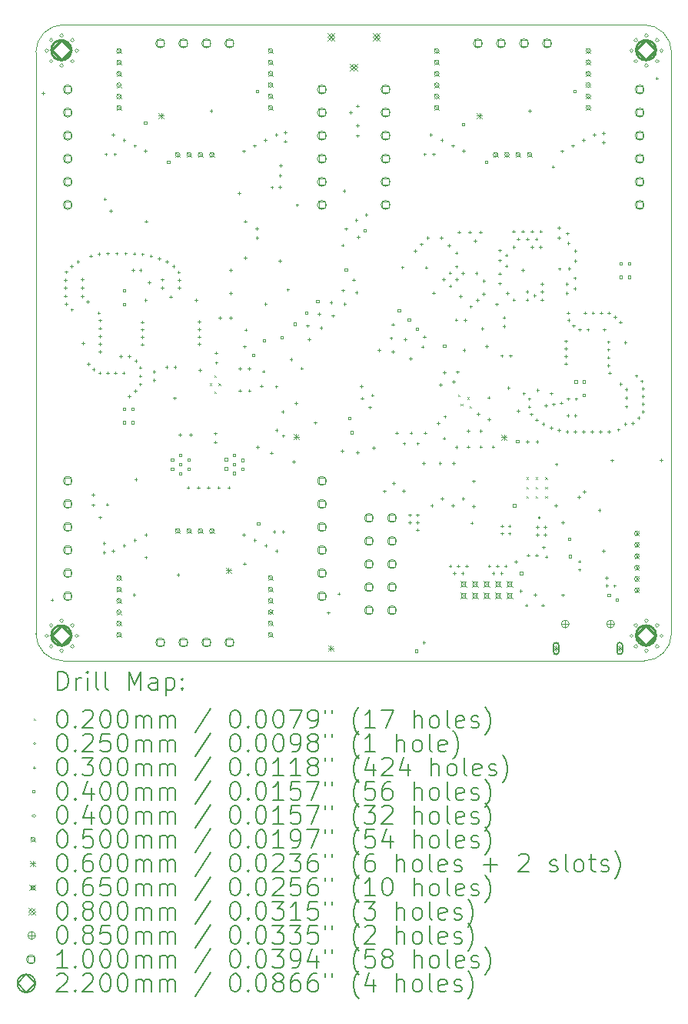
<source format=gbr>
%TF.GenerationSoftware,KiCad,Pcbnew,7.0.1*%
%TF.CreationDate,2023-07-13T11:35:04+02:00*%
%TF.ProjectId,orion_pcb,6f72696f-6e5f-4706-9362-2e6b69636164,4*%
%TF.SameCoordinates,Original*%
%TF.FileFunction,Drillmap*%
%TF.FilePolarity,Positive*%
%FSLAX45Y45*%
G04 Gerber Fmt 4.5, Leading zero omitted, Abs format (unit mm)*
G04 Created by KiCad (PCBNEW 7.0.1) date 2023-07-13 11:35:04*
%MOMM*%
%LPD*%
G01*
G04 APERTURE LIST*
%ADD10C,0.100000*%
%ADD11C,0.200000*%
%ADD12C,0.020000*%
%ADD13C,0.025000*%
%ADD14C,0.030000*%
%ADD15C,0.040000*%
%ADD16C,0.050000*%
%ADD17C,0.060000*%
%ADD18C,0.065000*%
%ADD19C,0.080000*%
%ADD20C,0.085000*%
%ADD21C,0.220000*%
G04 APERTURE END LIST*
D10*
X11500000Y-6800000D02*
X11500000Y-13200000D01*
X18500000Y-6800000D02*
G75*
G03*
X18200000Y-6500000I-300000J0D01*
G01*
X11800000Y-13500000D02*
X18200000Y-13500000D01*
X18500000Y-13200000D02*
X18500000Y-6800000D01*
X11800000Y-6500000D02*
G75*
G03*
X11500000Y-6800000I0J-300000D01*
G01*
X11500000Y-13200000D02*
G75*
G03*
X11800000Y-13500000I300000J0D01*
G01*
X18200000Y-6500000D02*
X11800000Y-6500000D01*
X18200000Y-13500000D02*
G75*
G03*
X18500000Y-13200000I0J300000D01*
G01*
D11*
D12*
X13412500Y-10447500D02*
X13432500Y-10467500D01*
X13432500Y-10447500D02*
X13412500Y-10467500D01*
X13462500Y-10357500D02*
X13482500Y-10377500D01*
X13482500Y-10357500D02*
X13462500Y-10377500D01*
X13462500Y-10537500D02*
X13482500Y-10557500D01*
X13482500Y-10537500D02*
X13462500Y-10557500D01*
X13512500Y-10447500D02*
X13532500Y-10467500D01*
X13532500Y-10447500D02*
X13512500Y-10467500D01*
X16151353Y-10568821D02*
X16171353Y-10588821D01*
X16171353Y-10568821D02*
X16151353Y-10588821D01*
X16179638Y-10667816D02*
X16199638Y-10687816D01*
X16199638Y-10667816D02*
X16179638Y-10687816D01*
X16250348Y-10597105D02*
X16270348Y-10617105D01*
X16270348Y-10597105D02*
X16250348Y-10617105D01*
X16278632Y-10696100D02*
X16298632Y-10716100D01*
X16298632Y-10696100D02*
X16278632Y-10716100D01*
X16900000Y-11478750D02*
X16920000Y-11498750D01*
X16920000Y-11478750D02*
X16900000Y-11498750D01*
X16900000Y-11583750D02*
X16920000Y-11603750D01*
X16920000Y-11583750D02*
X16900000Y-11603750D01*
X16900000Y-11688750D02*
X16920000Y-11708750D01*
X16920000Y-11688750D02*
X16900000Y-11708750D01*
X17005000Y-11478750D02*
X17025000Y-11498750D01*
X17025000Y-11478750D02*
X17005000Y-11498750D01*
X17005000Y-11583750D02*
X17025000Y-11603750D01*
X17025000Y-11583750D02*
X17005000Y-11603750D01*
X17005000Y-11688750D02*
X17025000Y-11708750D01*
X17025000Y-11688750D02*
X17005000Y-11708750D01*
X17110000Y-11478750D02*
X17130000Y-11498750D01*
X17130000Y-11478750D02*
X17110000Y-11498750D01*
X17110000Y-11583750D02*
X17130000Y-11603750D01*
X17130000Y-11583750D02*
X17110000Y-11603750D01*
X17110000Y-11688750D02*
X17130000Y-11708750D01*
X17130000Y-11688750D02*
X17110000Y-11708750D01*
D13*
X17055000Y-11922450D02*
G75*
G03*
X17055000Y-11922450I-12500J0D01*
G01*
D14*
X11580000Y-7235000D02*
X11580000Y-7265000D01*
X11565000Y-7250000D02*
X11595000Y-7250000D01*
X11677500Y-12812500D02*
X11677500Y-12842500D01*
X11662500Y-12827500D02*
X11692500Y-12827500D01*
X11823500Y-9291875D02*
X11823500Y-9321875D01*
X11808500Y-9306875D02*
X11838500Y-9306875D01*
X11823500Y-9380311D02*
X11823500Y-9410311D01*
X11808500Y-9395311D02*
X11838500Y-9395311D01*
X11823500Y-9468746D02*
X11823500Y-9498746D01*
X11808500Y-9483746D02*
X11838500Y-9483746D01*
X11831709Y-9204789D02*
X11831709Y-9234789D01*
X11816709Y-9219789D02*
X11846709Y-9219789D01*
X11833492Y-9555363D02*
X11833492Y-9585363D01*
X11818492Y-9570363D02*
X11848492Y-9570363D01*
X11891872Y-9140312D02*
X11891872Y-9170312D01*
X11876872Y-9155312D02*
X11906872Y-9155312D01*
X11894433Y-9619248D02*
X11894433Y-9649248D01*
X11879433Y-9634248D02*
X11909433Y-9634248D01*
X11963520Y-9092690D02*
X11963520Y-9122690D01*
X11948520Y-9107690D02*
X11978520Y-9107690D01*
X12008500Y-9285315D02*
X12008500Y-9315315D01*
X11993500Y-9300315D02*
X12023500Y-9300315D01*
X12008500Y-9378500D02*
X12008500Y-9408500D01*
X11993500Y-9393500D02*
X12023500Y-9393500D01*
X12008500Y-9471685D02*
X12008500Y-9501685D01*
X11993500Y-9486685D02*
X12023500Y-9486685D01*
X12019500Y-9990186D02*
X12019500Y-10020186D01*
X12004500Y-10005186D02*
X12034500Y-10005186D01*
X12069415Y-9532600D02*
X12069415Y-9562600D01*
X12054415Y-9547600D02*
X12084415Y-9547600D01*
X12075894Y-10215709D02*
X12075894Y-10245709D01*
X12060894Y-10230709D02*
X12090894Y-10230709D01*
X12105000Y-9027500D02*
X12105000Y-9057500D01*
X12090000Y-9042500D02*
X12120000Y-9042500D01*
X12130000Y-11655000D02*
X12130000Y-11685000D01*
X12115000Y-11670000D02*
X12145000Y-11670000D01*
X12130000Y-11770000D02*
X12130000Y-11800000D01*
X12115000Y-11785000D02*
X12145000Y-11785000D01*
X12133846Y-10273662D02*
X12133846Y-10303662D01*
X12118846Y-10288662D02*
X12148846Y-10288662D01*
X12190689Y-9654934D02*
X12190689Y-9684934D01*
X12175689Y-9669934D02*
X12205689Y-9669934D01*
X12192500Y-9005000D02*
X12192500Y-9035000D01*
X12177500Y-9020000D02*
X12207500Y-9020000D01*
X12201486Y-10315427D02*
X12201486Y-10345427D01*
X12186486Y-10330427D02*
X12216486Y-10330427D01*
X12204500Y-9738098D02*
X12204500Y-9768098D01*
X12189500Y-9753098D02*
X12219500Y-9753098D01*
X12204500Y-9824245D02*
X12204500Y-9854245D01*
X12189500Y-9839245D02*
X12219500Y-9839245D01*
X12204500Y-9910392D02*
X12204500Y-9940392D01*
X12189500Y-9925392D02*
X12219500Y-9925392D01*
X12204500Y-9996538D02*
X12204500Y-10026538D01*
X12189500Y-10011538D02*
X12219500Y-10011538D01*
X12204500Y-10082685D02*
X12204500Y-10112685D01*
X12189500Y-10097685D02*
X12219500Y-10097685D01*
X12205000Y-11905000D02*
X12205000Y-11935000D01*
X12190000Y-11920000D02*
X12220000Y-11920000D01*
X12250000Y-12190000D02*
X12250000Y-12220000D01*
X12235000Y-12205000D02*
X12265000Y-12205000D01*
X12250000Y-12290000D02*
X12250000Y-12320000D01*
X12235000Y-12305000D02*
X12265000Y-12305000D01*
X12260000Y-8402500D02*
X12260000Y-8432500D01*
X12245000Y-8417500D02*
X12275000Y-8417500D01*
X12268641Y-7908859D02*
X12268641Y-7938859D01*
X12253641Y-7923859D02*
X12283641Y-7923859D01*
X12285000Y-11762500D02*
X12285000Y-11792500D01*
X12270000Y-11777500D02*
X12300000Y-11777500D01*
X12287805Y-9000000D02*
X12287805Y-9030000D01*
X12272805Y-9015000D02*
X12302805Y-9015000D01*
X12288823Y-10315500D02*
X12288823Y-10345500D01*
X12273823Y-10330500D02*
X12303823Y-10330500D01*
X12325000Y-8530000D02*
X12325000Y-8560000D01*
X12310000Y-8545000D02*
X12340000Y-8545000D01*
X12350000Y-7695000D02*
X12350000Y-7725000D01*
X12335000Y-7710000D02*
X12365000Y-7710000D01*
X12350000Y-12275000D02*
X12350000Y-12305000D01*
X12335000Y-12290000D02*
X12365000Y-12290000D01*
X12369000Y-7909000D02*
X12369000Y-7939000D01*
X12354000Y-7924000D02*
X12384000Y-7924000D01*
X12376162Y-10315500D02*
X12376162Y-10345500D01*
X12361162Y-10330500D02*
X12391162Y-10330500D01*
X12387500Y-9000000D02*
X12387500Y-9030000D01*
X12372500Y-9015000D02*
X12402500Y-9015000D01*
X12434504Y-10130500D02*
X12434504Y-10160500D01*
X12419504Y-10145500D02*
X12449504Y-10145500D01*
X12463500Y-10315500D02*
X12463500Y-10345500D01*
X12448500Y-10330500D02*
X12478500Y-10330500D01*
X12470000Y-7755000D02*
X12470000Y-7785000D01*
X12455000Y-7770000D02*
X12485000Y-7770000D01*
X12470000Y-12215000D02*
X12470000Y-12245000D01*
X12455000Y-12230000D02*
X12485000Y-12230000D01*
X12487194Y-9000000D02*
X12487194Y-9030000D01*
X12472194Y-9015000D02*
X12502194Y-9015000D01*
X12525490Y-10573554D02*
X12525490Y-10603554D01*
X12510490Y-10588554D02*
X12540490Y-10588554D01*
X12525589Y-10130781D02*
X12525589Y-10160781D01*
X12510589Y-10145781D02*
X12540589Y-10145781D01*
X12567500Y-9185000D02*
X12567500Y-9215000D01*
X12552500Y-9200000D02*
X12582500Y-9200000D01*
X12580000Y-12755000D02*
X12580000Y-12785000D01*
X12565000Y-12770000D02*
X12595000Y-12770000D01*
X12582500Y-9002500D02*
X12582500Y-9032500D01*
X12567500Y-9017500D02*
X12597500Y-9017500D01*
X12590000Y-7815000D02*
X12590000Y-7845000D01*
X12575000Y-7830000D02*
X12605000Y-7830000D01*
X12590000Y-12155000D02*
X12590000Y-12185000D01*
X12575000Y-12170000D02*
X12605000Y-12170000D01*
X12594823Y-10513992D02*
X12594823Y-10543992D01*
X12579823Y-10528992D02*
X12609823Y-10528992D01*
X12599563Y-10181748D02*
X12599563Y-10211748D01*
X12584563Y-10196748D02*
X12614563Y-10196748D01*
X12600000Y-11485000D02*
X12600000Y-11515000D01*
X12585000Y-11500000D02*
X12615000Y-11500000D01*
X12647827Y-10441001D02*
X12647827Y-10471001D01*
X12632827Y-10456001D02*
X12662827Y-10456001D01*
X12648435Y-10256672D02*
X12648435Y-10286672D01*
X12633435Y-10271672D02*
X12663435Y-10271672D01*
X12648500Y-10348852D02*
X12648500Y-10378852D01*
X12633500Y-10363852D02*
X12663500Y-10363852D01*
X12650000Y-9185000D02*
X12650000Y-9215000D01*
X12635000Y-9200000D02*
X12665000Y-9200000D01*
X12672500Y-9756199D02*
X12672500Y-9786199D01*
X12657500Y-9771199D02*
X12687500Y-9771199D01*
X12672500Y-9838100D02*
X12672500Y-9868100D01*
X12657500Y-9853100D02*
X12687500Y-9853100D01*
X12672500Y-9920000D02*
X12672500Y-9950000D01*
X12657500Y-9935000D02*
X12687500Y-9935000D01*
X12672500Y-10001901D02*
X12672500Y-10031901D01*
X12657500Y-10016901D02*
X12687500Y-10016901D01*
X12675000Y-9010000D02*
X12675000Y-9040000D01*
X12660000Y-9025000D02*
X12690000Y-9025000D01*
X12705663Y-7870663D02*
X12705663Y-7900663D01*
X12690663Y-7885663D02*
X12720663Y-7885663D01*
X12707500Y-9512500D02*
X12707500Y-9542500D01*
X12692500Y-9527500D02*
X12722500Y-9527500D01*
X12710000Y-12095000D02*
X12710000Y-12125000D01*
X12695000Y-12110000D02*
X12725000Y-12110000D01*
X12710000Y-12345000D02*
X12710000Y-12375000D01*
X12695000Y-12360000D02*
X12725000Y-12360000D01*
X12712500Y-8647500D02*
X12712500Y-8677500D01*
X12697500Y-8662500D02*
X12727500Y-8662500D01*
X12748965Y-9317500D02*
X12748965Y-9347500D01*
X12733965Y-9332500D02*
X12763965Y-9332500D01*
X12767500Y-9027500D02*
X12767500Y-9057500D01*
X12752500Y-9042500D02*
X12782500Y-9042500D01*
X12801000Y-10300500D02*
X12801000Y-10330500D01*
X12786000Y-10315500D02*
X12816000Y-10315500D01*
X12801000Y-10395500D02*
X12801000Y-10425500D01*
X12786000Y-10410500D02*
X12816000Y-10410500D01*
X12855000Y-9055000D02*
X12855000Y-9085000D01*
X12840000Y-9070000D02*
X12870000Y-9070000D01*
X12892500Y-9288064D02*
X12892500Y-9318064D01*
X12877500Y-9303064D02*
X12907500Y-9303064D01*
X12892500Y-9379081D02*
X12892500Y-9409081D01*
X12877500Y-9394081D02*
X12907500Y-9394081D01*
X12937500Y-10252000D02*
X12937500Y-10282000D01*
X12922500Y-10267000D02*
X12952500Y-10267000D01*
X12943089Y-9092781D02*
X12943089Y-9122781D01*
X12928089Y-9107781D02*
X12958089Y-9107781D01*
X12985000Y-9477500D02*
X12985000Y-9507500D01*
X12970000Y-9492500D02*
X13000000Y-9492500D01*
X13013671Y-9140356D02*
X13013671Y-9170356D01*
X12998671Y-9155356D02*
X13028671Y-9155356D01*
X13028000Y-10592000D02*
X13028000Y-10622000D01*
X13013000Y-10607000D02*
X13043000Y-10607000D01*
X13032500Y-10252000D02*
X13032500Y-10282000D01*
X13017500Y-10267000D02*
X13047500Y-10267000D01*
X13065000Y-12535000D02*
X13065000Y-12565000D01*
X13050000Y-12550000D02*
X13080000Y-12550000D01*
X13071632Y-9205125D02*
X13071632Y-9235125D01*
X13056632Y-9220125D02*
X13086632Y-9220125D01*
X13077500Y-9291697D02*
X13077500Y-9321697D01*
X13062500Y-9306697D02*
X13092500Y-9306697D01*
X13077500Y-9379081D02*
X13077500Y-9409081D01*
X13062500Y-9394081D02*
X13092500Y-9394081D01*
X13085000Y-10997500D02*
X13085000Y-11027500D01*
X13070000Y-11012500D02*
X13100000Y-11012500D01*
X13175000Y-11577500D02*
X13175000Y-11607500D01*
X13160000Y-11592500D02*
X13190000Y-11592500D01*
X13202500Y-10997500D02*
X13202500Y-11027500D01*
X13187500Y-11012500D02*
X13217500Y-11012500D01*
X13262500Y-9512500D02*
X13262500Y-9542500D01*
X13247500Y-9527500D02*
X13277500Y-9527500D01*
X13287500Y-11577500D02*
X13287500Y-11607500D01*
X13272500Y-11592500D02*
X13302500Y-11592500D01*
X13297500Y-9753100D02*
X13297500Y-9783100D01*
X13282500Y-9768100D02*
X13312500Y-9768100D01*
X13297500Y-9835000D02*
X13297500Y-9865000D01*
X13282500Y-9850000D02*
X13312500Y-9850000D01*
X13297500Y-9916901D02*
X13297500Y-9946901D01*
X13282500Y-9931901D02*
X13312500Y-9931901D01*
X13297500Y-9998801D02*
X13297500Y-10028801D01*
X13282500Y-10013801D02*
X13312500Y-10013801D01*
X13305000Y-10285000D02*
X13305000Y-10315000D01*
X13290000Y-10300000D02*
X13320000Y-10300000D01*
X13400000Y-11577500D02*
X13400000Y-11607500D01*
X13385000Y-11592500D02*
X13415000Y-11592500D01*
X13430000Y-7432500D02*
X13430000Y-7462500D01*
X13415000Y-7447500D02*
X13445000Y-7447500D01*
X13475000Y-10982500D02*
X13475000Y-11012500D01*
X13460000Y-10997500D02*
X13490000Y-10997500D01*
X13475000Y-11077500D02*
X13475000Y-11107500D01*
X13460000Y-11092500D02*
X13490000Y-11092500D01*
X13485000Y-10095000D02*
X13485000Y-10125000D01*
X13470000Y-10110000D02*
X13500000Y-10110000D01*
X13487500Y-10202500D02*
X13487500Y-10232500D01*
X13472500Y-10217500D02*
X13502500Y-10217500D01*
X13512500Y-11577500D02*
X13512500Y-11607500D01*
X13497500Y-11592500D02*
X13527500Y-11592500D01*
X13527500Y-9710000D02*
X13527500Y-9740000D01*
X13512500Y-9725000D02*
X13542500Y-9725000D01*
X13625000Y-11577500D02*
X13625000Y-11607500D01*
X13610000Y-11592500D02*
X13640000Y-11592500D01*
X13645000Y-9185000D02*
X13645000Y-9215000D01*
X13630000Y-9200000D02*
X13660000Y-9200000D01*
X13646000Y-9439000D02*
X13646000Y-9469000D01*
X13631000Y-9454000D02*
X13661000Y-9454000D01*
X13646000Y-9710000D02*
X13646000Y-9740000D01*
X13631000Y-9725000D02*
X13661000Y-9725000D01*
X13738000Y-8337000D02*
X13738000Y-8367000D01*
X13723000Y-8352000D02*
X13753000Y-8352000D01*
X13745000Y-10266000D02*
X13745000Y-10296000D01*
X13730000Y-10281000D02*
X13760000Y-10281000D01*
X13745000Y-10509000D02*
X13745000Y-10539000D01*
X13730000Y-10524000D02*
X13760000Y-10524000D01*
X13787500Y-7875000D02*
X13787500Y-7905000D01*
X13772500Y-7890000D02*
X13802500Y-7890000D01*
X13790000Y-12095000D02*
X13790000Y-12125000D01*
X13775000Y-12110000D02*
X13805000Y-12110000D01*
X13795000Y-10025000D02*
X13795000Y-10055000D01*
X13780000Y-10040000D02*
X13810000Y-10040000D01*
X13795000Y-12415000D02*
X13795000Y-12445000D01*
X13780000Y-12430000D02*
X13810000Y-12430000D01*
X13805000Y-8647500D02*
X13805000Y-8677500D01*
X13790000Y-8662500D02*
X13820000Y-8662500D01*
X13805000Y-9047000D02*
X13805000Y-9077000D01*
X13790000Y-9062000D02*
X13820000Y-9062000D01*
X13810000Y-9840000D02*
X13810000Y-9870000D01*
X13795000Y-9855000D02*
X13825000Y-9855000D01*
X13848000Y-10266000D02*
X13848000Y-10296000D01*
X13833000Y-10281000D02*
X13863000Y-10281000D01*
X13850000Y-10510000D02*
X13850000Y-10540000D01*
X13835000Y-10525000D02*
X13865000Y-10525000D01*
X13907500Y-7815000D02*
X13907500Y-7845000D01*
X13892500Y-7830000D02*
X13922500Y-7830000D01*
X13910000Y-12155000D02*
X13910000Y-12185000D01*
X13895000Y-12170000D02*
X13925000Y-12170000D01*
X13933000Y-8726000D02*
X13933000Y-8756000D01*
X13918000Y-8741000D02*
X13948000Y-8741000D01*
X13935000Y-8827500D02*
X13935000Y-8857500D01*
X13920000Y-8842500D02*
X13950000Y-8842500D01*
X13940000Y-11130000D02*
X13940000Y-11160000D01*
X13925000Y-11145000D02*
X13955000Y-11145000D01*
X13984950Y-10458000D02*
X13984950Y-10488000D01*
X13969950Y-10473000D02*
X13999950Y-10473000D01*
X14005000Y-10297500D02*
X14005000Y-10327500D01*
X13990000Y-10312500D02*
X14020000Y-10312500D01*
X14027500Y-7755000D02*
X14027500Y-7785000D01*
X14012500Y-7770000D02*
X14042500Y-7770000D01*
X14028012Y-9555261D02*
X14028012Y-9585261D01*
X14013012Y-9570261D02*
X14043012Y-9570261D01*
X14030000Y-12215000D02*
X14030000Y-12245000D01*
X14015000Y-12230000D02*
X14045000Y-12230000D01*
X14092500Y-11195000D02*
X14092500Y-11225000D01*
X14077500Y-11210000D02*
X14107500Y-11210000D01*
X14097500Y-8272500D02*
X14097500Y-8302500D01*
X14082500Y-8287500D02*
X14112500Y-8287500D01*
X14124000Y-12062000D02*
X14124000Y-12092000D01*
X14109000Y-12077000D02*
X14139000Y-12077000D01*
X14147000Y-10465000D02*
X14147000Y-10495000D01*
X14132000Y-10480000D02*
X14162000Y-10480000D01*
X14147500Y-7695000D02*
X14147500Y-7725000D01*
X14132500Y-7710000D02*
X14162500Y-7710000D01*
X14150000Y-10945050D02*
X14150000Y-10975050D01*
X14135000Y-10960050D02*
X14165000Y-10960050D01*
X14150000Y-12275000D02*
X14150000Y-12305000D01*
X14135000Y-12290000D02*
X14165000Y-12290000D01*
X14185000Y-8270000D02*
X14185000Y-8300000D01*
X14170000Y-8285000D02*
X14200000Y-8285000D01*
X14186000Y-9082000D02*
X14186000Y-9112000D01*
X14171000Y-9097000D02*
X14201000Y-9097000D01*
X14190000Y-8142500D02*
X14190000Y-8172500D01*
X14175000Y-8157500D02*
X14205000Y-8157500D01*
X14192500Y-8030000D02*
X14192500Y-8060000D01*
X14177500Y-8045000D02*
X14207500Y-8045000D01*
X14216000Y-10741000D02*
X14216000Y-10771000D01*
X14201000Y-10756000D02*
X14231000Y-10756000D01*
X14222500Y-11007500D02*
X14222500Y-11037500D01*
X14207500Y-11022500D02*
X14237500Y-11022500D01*
X14224000Y-12062000D02*
X14224000Y-12092000D01*
X14209000Y-12077000D02*
X14239000Y-12077000D01*
X14245000Y-7667000D02*
X14245000Y-7697000D01*
X14230000Y-7682000D02*
X14260000Y-7682000D01*
X14245000Y-7767000D02*
X14245000Y-7797000D01*
X14230000Y-7782000D02*
X14260000Y-7782000D01*
X14274000Y-9399000D02*
X14274000Y-9429000D01*
X14259000Y-9414000D02*
X14289000Y-9414000D01*
X14310000Y-10165000D02*
X14310000Y-10195000D01*
X14295000Y-10180000D02*
X14325000Y-10180000D01*
X14340000Y-11290000D02*
X14340000Y-11320000D01*
X14325000Y-11305000D02*
X14355000Y-11305000D01*
X14362500Y-10650000D02*
X14362500Y-10680000D01*
X14347500Y-10665000D02*
X14377500Y-10665000D01*
X14375000Y-8467500D02*
X14375000Y-8497500D01*
X14360000Y-8482500D02*
X14390000Y-8482500D01*
X14427500Y-10265000D02*
X14427500Y-10295000D01*
X14412500Y-10280000D02*
X14442500Y-10280000D01*
X14490000Y-9797500D02*
X14490000Y-9827500D01*
X14475000Y-9812500D02*
X14505000Y-9812500D01*
X14510000Y-9947500D02*
X14510000Y-9977500D01*
X14495000Y-9962500D02*
X14525000Y-9962500D01*
X14575000Y-10862500D02*
X14575000Y-10892500D01*
X14560000Y-10877500D02*
X14590000Y-10877500D01*
X14620000Y-9667500D02*
X14620000Y-9697500D01*
X14605000Y-9682500D02*
X14635000Y-9682500D01*
X14640000Y-9817500D02*
X14640000Y-9847500D01*
X14625000Y-9832500D02*
X14655000Y-9832500D01*
X14720000Y-12955000D02*
X14720000Y-12985000D01*
X14705000Y-12970000D02*
X14735000Y-12970000D01*
X14750000Y-9537500D02*
X14750000Y-9567500D01*
X14735000Y-9552500D02*
X14765000Y-9552500D01*
X14770000Y-9687500D02*
X14770000Y-9717500D01*
X14755000Y-9702500D02*
X14785000Y-9702500D01*
X14835000Y-12745000D02*
X14835000Y-12775000D01*
X14820000Y-12760000D02*
X14850000Y-12760000D01*
X14872500Y-11175000D02*
X14872500Y-11205000D01*
X14857500Y-11190000D02*
X14887500Y-11190000D01*
X14877500Y-8910000D02*
X14877500Y-8940000D01*
X14862500Y-8925000D02*
X14892500Y-8925000D01*
X14881141Y-9406359D02*
X14881141Y-9436359D01*
X14866141Y-9421359D02*
X14896141Y-9421359D01*
X14895000Y-8312500D02*
X14895000Y-8342500D01*
X14880000Y-8327500D02*
X14910000Y-8327500D01*
X14900000Y-9557500D02*
X14900000Y-9587500D01*
X14885000Y-9572500D02*
X14915000Y-9572500D01*
X14914000Y-8730000D02*
X14914000Y-8760000D01*
X14899000Y-8745000D02*
X14929000Y-8745000D01*
X14967500Y-7450000D02*
X14967500Y-7480000D01*
X14952500Y-7465000D02*
X14982500Y-7465000D01*
X14997535Y-9289965D02*
X14997535Y-9319965D01*
X14982535Y-9304965D02*
X15012535Y-9304965D01*
X15028000Y-8633000D02*
X15028000Y-8663000D01*
X15013000Y-8648000D02*
X15043000Y-8648000D01*
X15030000Y-9427500D02*
X15030000Y-9457500D01*
X15015000Y-9442500D02*
X15045000Y-9442500D01*
X15040000Y-7377500D02*
X15040000Y-7407500D01*
X15025000Y-7392500D02*
X15055000Y-7392500D01*
X15040000Y-7590000D02*
X15040000Y-7620000D01*
X15025000Y-7605000D02*
X15055000Y-7605000D01*
X15040000Y-7705000D02*
X15040000Y-7735000D01*
X15025000Y-7720000D02*
X15055000Y-7720000D01*
X15040000Y-11190000D02*
X15040000Y-11220000D01*
X15025000Y-11205000D02*
X15055000Y-11205000D01*
X15051000Y-8821000D02*
X15051000Y-8851000D01*
X15036000Y-8836000D02*
X15066000Y-8836000D01*
X15085000Y-10460000D02*
X15085000Y-10490000D01*
X15070000Y-10475000D02*
X15100000Y-10475000D01*
X15090000Y-10595000D02*
X15090000Y-10625000D01*
X15075000Y-10610000D02*
X15105000Y-10610000D01*
X15137500Y-8572500D02*
X15137500Y-8602500D01*
X15122500Y-8587500D02*
X15152500Y-8587500D01*
X15175000Y-10695000D02*
X15175000Y-10725000D01*
X15160000Y-10710000D02*
X15190000Y-10710000D01*
X15205000Y-10560000D02*
X15205000Y-10590000D01*
X15190000Y-10575000D02*
X15220000Y-10575000D01*
X15217500Y-11137500D02*
X15217500Y-11167500D01*
X15202500Y-11152500D02*
X15232500Y-11152500D01*
X15280000Y-10062500D02*
X15280000Y-10092500D01*
X15265000Y-10077500D02*
X15295000Y-10077500D01*
X15337500Y-11617500D02*
X15337500Y-11647500D01*
X15322500Y-11632500D02*
X15352500Y-11632500D01*
X15410000Y-9932500D02*
X15410000Y-9962500D01*
X15395000Y-9947500D02*
X15425000Y-9947500D01*
X15430000Y-9782500D02*
X15430000Y-9812500D01*
X15415000Y-9797500D02*
X15445000Y-9797500D01*
X15430000Y-10082500D02*
X15430000Y-10112500D01*
X15415000Y-10097500D02*
X15445000Y-10097500D01*
X15440000Y-11527500D02*
X15440000Y-11557500D01*
X15425000Y-11542500D02*
X15455000Y-11542500D01*
X15475000Y-10975000D02*
X15475000Y-11005000D01*
X15460000Y-10990000D02*
X15490000Y-10990000D01*
X15535000Y-9152500D02*
X15535000Y-9182500D01*
X15520000Y-9167500D02*
X15550000Y-9167500D01*
X15550000Y-11615000D02*
X15550000Y-11645000D01*
X15535000Y-11630000D02*
X15565000Y-11630000D01*
X15555000Y-11092500D02*
X15555000Y-11122500D01*
X15540000Y-11107500D02*
X15570000Y-11107500D01*
X15564856Y-9947644D02*
X15564856Y-9977644D01*
X15549856Y-9962644D02*
X15579856Y-9962644D01*
X15615000Y-11880000D02*
X15615000Y-11910000D01*
X15600000Y-11895000D02*
X15630000Y-11895000D01*
X15615000Y-11960000D02*
X15615000Y-11990000D01*
X15600000Y-11975000D02*
X15630000Y-11975000D01*
X15627500Y-10157500D02*
X15627500Y-10187500D01*
X15612500Y-10172500D02*
X15642500Y-10172500D01*
X15630000Y-10975000D02*
X15630000Y-11005000D01*
X15615000Y-10990000D02*
X15645000Y-10990000D01*
X15675000Y-8970000D02*
X15675000Y-9000000D01*
X15660000Y-8985000D02*
X15690000Y-8985000D01*
X15700000Y-11880000D02*
X15700000Y-11910000D01*
X15685000Y-11895000D02*
X15715000Y-11895000D01*
X15700000Y-11960000D02*
X15700000Y-11990000D01*
X15685000Y-11975000D02*
X15715000Y-11975000D01*
X15700000Y-12042500D02*
X15700000Y-12072500D01*
X15685000Y-12057500D02*
X15715000Y-12057500D01*
X15705000Y-11092500D02*
X15705000Y-11122500D01*
X15690000Y-11107500D02*
X15720000Y-11107500D01*
X15745000Y-8900000D02*
X15745000Y-8930000D01*
X15730000Y-8915000D02*
X15760000Y-8915000D01*
X15757500Y-10027500D02*
X15757500Y-10057500D01*
X15742500Y-10042500D02*
X15772500Y-10042500D01*
X15770000Y-11307500D02*
X15770000Y-11337500D01*
X15755000Y-11322500D02*
X15785000Y-11322500D01*
X15772500Y-13280000D02*
X15772500Y-13310000D01*
X15757500Y-13295000D02*
X15787500Y-13295000D01*
X15780000Y-9917500D02*
X15780000Y-9947500D01*
X15765000Y-9932500D02*
X15795000Y-9932500D01*
X15781141Y-7908859D02*
X15781141Y-7938859D01*
X15766141Y-7923859D02*
X15796141Y-7923859D01*
X15785000Y-10975000D02*
X15785000Y-11005000D01*
X15770000Y-10990000D02*
X15800000Y-10990000D01*
X15798556Y-9155000D02*
X15798556Y-9185000D01*
X15783556Y-9170000D02*
X15813556Y-9170000D01*
X15815000Y-8830000D02*
X15815000Y-8860000D01*
X15800000Y-8845000D02*
X15830000Y-8845000D01*
X15850000Y-7695000D02*
X15850000Y-7725000D01*
X15835000Y-7710000D02*
X15865000Y-7710000D01*
X15860000Y-11772500D02*
X15860000Y-11802500D01*
X15845000Y-11787500D02*
X15875000Y-11787500D01*
X15880000Y-9435000D02*
X15880000Y-9465000D01*
X15865000Y-9450000D02*
X15895000Y-9450000D01*
X15881000Y-7909000D02*
X15881000Y-7939000D01*
X15866000Y-7924000D02*
X15896000Y-7924000D01*
X15929000Y-10870000D02*
X15929000Y-10900000D01*
X15914000Y-10885000D02*
X15944000Y-10885000D01*
X15950000Y-11307500D02*
X15950000Y-11337500D01*
X15935000Y-11322500D02*
X15965000Y-11322500D01*
X15957500Y-10445000D02*
X15957500Y-10475000D01*
X15942500Y-10460000D02*
X15972500Y-10460000D01*
X15965000Y-8830000D02*
X15965000Y-8860000D01*
X15950000Y-8845000D02*
X15980000Y-8845000D01*
X15970000Y-7755000D02*
X15970000Y-7785000D01*
X15955000Y-7770000D02*
X15985000Y-7770000D01*
X15975000Y-11700000D02*
X15975000Y-11730000D01*
X15960000Y-11715000D02*
X15990000Y-11715000D01*
X15990000Y-9285000D02*
X15990000Y-9315000D01*
X15975000Y-9300000D02*
X16005000Y-9300000D01*
X15995000Y-11035000D02*
X15995000Y-11065000D01*
X15980000Y-11050000D02*
X16010000Y-11050000D01*
X15997500Y-10310000D02*
X15997500Y-10340000D01*
X15982500Y-10325000D02*
X16012500Y-10325000D01*
X16004022Y-10795398D02*
X16004022Y-10825398D01*
X15989022Y-10810398D02*
X16019022Y-10810398D01*
X16047500Y-8912500D02*
X16047500Y-8942500D01*
X16032500Y-8927500D02*
X16062500Y-8927500D01*
X16060000Y-9215000D02*
X16060000Y-9245000D01*
X16045000Y-9230000D02*
X16075000Y-9230000D01*
X16062500Y-9357500D02*
X16062500Y-9387500D01*
X16047500Y-9372500D02*
X16077500Y-9372500D01*
X16062500Y-12440000D02*
X16062500Y-12470000D01*
X16047500Y-12455000D02*
X16077500Y-12455000D01*
X16090000Y-7815000D02*
X16090000Y-7845000D01*
X16075000Y-7830000D02*
X16105000Y-7830000D01*
X16090000Y-11772500D02*
X16090000Y-11802500D01*
X16075000Y-11787500D02*
X16105000Y-11787500D01*
X16097500Y-10410000D02*
X16097500Y-10440000D01*
X16082500Y-10425000D02*
X16112500Y-10425000D01*
X16100000Y-11310000D02*
X16100000Y-11340000D01*
X16085000Y-11325000D02*
X16115000Y-11325000D01*
X16107500Y-12517500D02*
X16107500Y-12547500D01*
X16092500Y-12532500D02*
X16122500Y-12532500D01*
X16128000Y-9731000D02*
X16128000Y-9761000D01*
X16113000Y-9746000D02*
X16143000Y-9746000D01*
X16130000Y-8995000D02*
X16130000Y-9025000D01*
X16115000Y-9010000D02*
X16145000Y-9010000D01*
X16130000Y-9145000D02*
X16130000Y-9175000D01*
X16115000Y-9160000D02*
X16145000Y-9160000D01*
X16130000Y-11130000D02*
X16130000Y-11160000D01*
X16115000Y-11145000D02*
X16145000Y-11145000D01*
X16132500Y-9287500D02*
X16132500Y-9317500D01*
X16117500Y-9302500D02*
X16147500Y-9302500D01*
X16140000Y-10305000D02*
X16140000Y-10335000D01*
X16125000Y-10320000D02*
X16155000Y-10320000D01*
X16152500Y-12440000D02*
X16152500Y-12470000D01*
X16137500Y-12455000D02*
X16167500Y-12455000D01*
X16157500Y-8765000D02*
X16157500Y-8795000D01*
X16142500Y-8780000D02*
X16172500Y-8780000D01*
X16175000Y-9470000D02*
X16175000Y-9500000D01*
X16160000Y-9485000D02*
X16190000Y-9485000D01*
X16197500Y-12517500D02*
X16197500Y-12547500D01*
X16182500Y-12532500D02*
X16212500Y-12532500D01*
X16202500Y-9217500D02*
X16202500Y-9247500D01*
X16187500Y-9232500D02*
X16217500Y-9232500D01*
X16205000Y-11700000D02*
X16205000Y-11730000D01*
X16190000Y-11715000D02*
X16220000Y-11715000D01*
X16210000Y-7872500D02*
X16210000Y-7902500D01*
X16195000Y-7887500D02*
X16225000Y-7887500D01*
X16215000Y-10065000D02*
X16215000Y-10095000D01*
X16200000Y-10080000D02*
X16230000Y-10080000D01*
X16228000Y-9732000D02*
X16228000Y-9762000D01*
X16213000Y-9747000D02*
X16243000Y-9747000D01*
X16242500Y-12440000D02*
X16242500Y-12470000D01*
X16227500Y-12455000D02*
X16257500Y-12455000D01*
X16260000Y-10952500D02*
X16260000Y-10982500D01*
X16245000Y-10967500D02*
X16275000Y-10967500D01*
X16260000Y-11127500D02*
X16260000Y-11157500D01*
X16245000Y-11142500D02*
X16275000Y-11142500D01*
X16277500Y-8765000D02*
X16277500Y-8795000D01*
X16262500Y-8780000D02*
X16292500Y-8780000D01*
X16290000Y-9585000D02*
X16290000Y-9615000D01*
X16275000Y-9600000D02*
X16305000Y-9600000D01*
X16300298Y-11966530D02*
X16300298Y-11996530D01*
X16285298Y-11981530D02*
X16315298Y-11981530D01*
X16320000Y-11507500D02*
X16320000Y-11537500D01*
X16305000Y-11522500D02*
X16335000Y-11522500D01*
X16320000Y-11782500D02*
X16320000Y-11812500D01*
X16305000Y-11797500D02*
X16335000Y-11797500D01*
X16337500Y-8862500D02*
X16337500Y-8892500D01*
X16322500Y-8877500D02*
X16352500Y-8877500D01*
X16350000Y-9217500D02*
X16350000Y-9247500D01*
X16335000Y-9232500D02*
X16365000Y-9232500D01*
X16360000Y-9515000D02*
X16360000Y-9545000D01*
X16345000Y-9530000D02*
X16375000Y-9530000D01*
X16370000Y-10769000D02*
X16370000Y-10799000D01*
X16355000Y-10784000D02*
X16385000Y-10784000D01*
X16397500Y-8765000D02*
X16397500Y-8795000D01*
X16382500Y-8780000D02*
X16412500Y-8780000D01*
X16400000Y-10952500D02*
X16400000Y-10982500D01*
X16385000Y-10967500D02*
X16415000Y-10967500D01*
X16400000Y-11127500D02*
X16400000Y-11157500D01*
X16385000Y-11142500D02*
X16415000Y-11142500D01*
X16416000Y-9828000D02*
X16416000Y-9858000D01*
X16401000Y-9843000D02*
X16431000Y-9843000D01*
X16430000Y-9445000D02*
X16430000Y-9475000D01*
X16415000Y-9460000D02*
X16445000Y-9460000D01*
X16432500Y-9300000D02*
X16432500Y-9330000D01*
X16417500Y-9315000D02*
X16447500Y-9315000D01*
X16465000Y-10020000D02*
X16465000Y-10050000D01*
X16450000Y-10035000D02*
X16480000Y-10035000D01*
X16486622Y-10585034D02*
X16486622Y-10615034D01*
X16471622Y-10600034D02*
X16501622Y-10600034D01*
X16490000Y-10828000D02*
X16490000Y-10858000D01*
X16475000Y-10843000D02*
X16505000Y-10843000D01*
X16492500Y-12440000D02*
X16492500Y-12470000D01*
X16477500Y-12455000D02*
X16507500Y-12455000D01*
X16535000Y-11128000D02*
X16535000Y-11158000D01*
X16520000Y-11143000D02*
X16550000Y-11143000D01*
X16537500Y-12517500D02*
X16537500Y-12547500D01*
X16522500Y-12532500D02*
X16552500Y-12532500D01*
X16575000Y-9560000D02*
X16575000Y-9590000D01*
X16560000Y-9575000D02*
X16590000Y-9575000D01*
X16582500Y-12440000D02*
X16582500Y-12470000D01*
X16567500Y-12455000D02*
X16597500Y-12455000D01*
X16610000Y-8967500D02*
X16610000Y-8997500D01*
X16595000Y-8982500D02*
X16625000Y-8982500D01*
X16610000Y-9077500D02*
X16610000Y-9107500D01*
X16595000Y-9092500D02*
X16625000Y-9092500D01*
X16610000Y-9222500D02*
X16610000Y-9252500D01*
X16595000Y-9237500D02*
X16625000Y-9237500D01*
X16610000Y-9330000D02*
X16610000Y-9360000D01*
X16595000Y-9345000D02*
X16625000Y-9345000D01*
X16627500Y-12517500D02*
X16627500Y-12547500D01*
X16612500Y-12532500D02*
X16642500Y-12532500D01*
X16630500Y-10126994D02*
X16630500Y-10156994D01*
X16615500Y-10141994D02*
X16645500Y-10141994D01*
X16632500Y-12000000D02*
X16632500Y-12030000D01*
X16617500Y-12015000D02*
X16647500Y-12015000D01*
X16632500Y-12082500D02*
X16632500Y-12112500D01*
X16617500Y-12097500D02*
X16647500Y-12097500D01*
X16655000Y-9705000D02*
X16655000Y-9735000D01*
X16640000Y-9720000D02*
X16670000Y-9720000D01*
X16655000Y-9800000D02*
X16655000Y-9830000D01*
X16640000Y-9815000D02*
X16670000Y-9815000D01*
X16672500Y-12440000D02*
X16672500Y-12470000D01*
X16657500Y-12455000D02*
X16687500Y-12455000D01*
X16680000Y-9020000D02*
X16680000Y-9050000D01*
X16665000Y-9035000D02*
X16695000Y-9035000D01*
X16680000Y-9137500D02*
X16680000Y-9167500D01*
X16665000Y-9152500D02*
X16695000Y-9152500D01*
X16692500Y-9440000D02*
X16692500Y-9470000D01*
X16677500Y-9455000D02*
X16707500Y-9455000D01*
X16704058Y-10477200D02*
X16704058Y-10507200D01*
X16689058Y-10492200D02*
X16719058Y-10492200D01*
X16715000Y-12000000D02*
X16715000Y-12030000D01*
X16700000Y-12015000D02*
X16730000Y-12015000D01*
X16715000Y-12082500D02*
X16715000Y-12112500D01*
X16700000Y-12097500D02*
X16730000Y-12097500D01*
X16725500Y-10126994D02*
X16725500Y-10156994D01*
X16710500Y-10141994D02*
X16740500Y-10141994D01*
X16760000Y-8757500D02*
X16760000Y-8787500D01*
X16745000Y-8772500D02*
X16775000Y-8772500D01*
X16762500Y-9510000D02*
X16762500Y-9540000D01*
X16747500Y-9525000D02*
X16777500Y-9525000D01*
X16762500Y-8927500D02*
X16762500Y-8957500D01*
X16747500Y-8942500D02*
X16777500Y-8942500D01*
X16785000Y-12392500D02*
X16785000Y-12422500D01*
X16770000Y-12407500D02*
X16800000Y-12407500D01*
X16810000Y-10732000D02*
X16810000Y-10762000D01*
X16795000Y-10747000D02*
X16825000Y-10747000D01*
X16812500Y-8842500D02*
X16812500Y-8872500D01*
X16797500Y-8857500D02*
X16827500Y-8857500D01*
X16839000Y-12713000D02*
X16839000Y-12743000D01*
X16824000Y-12728000D02*
X16854000Y-12728000D01*
X16860000Y-9185000D02*
X16860000Y-9215000D01*
X16845000Y-9200000D02*
X16875000Y-9200000D01*
X16862500Y-8757500D02*
X16862500Y-8787500D01*
X16847500Y-8772500D02*
X16877500Y-8772500D01*
X16873868Y-10542287D02*
X16873868Y-10572287D01*
X16858868Y-10557287D02*
X16888868Y-10557287D01*
X16900000Y-12872500D02*
X16900000Y-12902500D01*
X16885000Y-12887500D02*
X16915000Y-12887500D01*
X16910000Y-9422500D02*
X16910000Y-9452500D01*
X16895000Y-9437500D02*
X16925000Y-9437500D01*
X16910000Y-9510000D02*
X16910000Y-9540000D01*
X16895000Y-9525000D02*
X16925000Y-9525000D01*
X16912500Y-8842500D02*
X16912500Y-8872500D01*
X16897500Y-8857500D02*
X16927500Y-8857500D01*
X16912500Y-11072500D02*
X16912500Y-11102500D01*
X16897500Y-11087500D02*
X16927500Y-11087500D01*
X16920000Y-12322500D02*
X16920000Y-12352500D01*
X16905000Y-12337500D02*
X16935000Y-12337500D01*
X16932500Y-10600919D02*
X16932500Y-10630919D01*
X16917500Y-10615919D02*
X16947500Y-10615919D01*
X16932500Y-10688386D02*
X16932500Y-10718386D01*
X16917500Y-10703386D02*
X16947500Y-10703386D01*
X16937500Y-7432500D02*
X16937500Y-7462500D01*
X16922500Y-7447500D02*
X16952500Y-7447500D01*
X16954102Y-10769917D02*
X16954102Y-10799917D01*
X16939102Y-10784917D02*
X16969102Y-10784917D01*
X16962500Y-8757500D02*
X16962500Y-8787500D01*
X16947500Y-8772500D02*
X16977500Y-8772500D01*
X16962500Y-8927500D02*
X16962500Y-8957500D01*
X16947500Y-8942500D02*
X16977500Y-8942500D01*
X16992500Y-9462500D02*
X16992500Y-9492500D01*
X16977500Y-9477500D02*
X17007500Y-9477500D01*
X16995000Y-12755000D02*
X16995000Y-12785000D01*
X16980000Y-12770000D02*
X17010000Y-12770000D01*
X17010000Y-8842500D02*
X17010000Y-8872500D01*
X16995000Y-8857500D02*
X17025000Y-8857500D01*
X17012500Y-12322500D02*
X17012500Y-12352500D01*
X16997500Y-12337500D02*
X17027500Y-12337500D01*
X17015950Y-10831765D02*
X17015950Y-10861765D01*
X17000950Y-10846765D02*
X17030950Y-10846765D01*
X17020000Y-11072500D02*
X17020000Y-11102500D01*
X17005000Y-11087500D02*
X17035000Y-11087500D01*
X17022000Y-12013000D02*
X17022000Y-12043000D01*
X17007000Y-12028000D02*
X17037000Y-12028000D01*
X17022000Y-12098000D02*
X17022000Y-12128000D01*
X17007000Y-12113000D02*
X17037000Y-12113000D01*
X17025000Y-10502500D02*
X17025000Y-10532500D01*
X17010000Y-10517500D02*
X17040000Y-10517500D01*
X17055000Y-8927500D02*
X17055000Y-8957500D01*
X17040000Y-8942500D02*
X17070000Y-8942500D01*
X17060000Y-8757500D02*
X17060000Y-8787500D01*
X17045000Y-8772500D02*
X17075000Y-8772500D01*
X17075000Y-9337500D02*
X17075000Y-9367500D01*
X17060000Y-9352500D02*
X17090000Y-9352500D01*
X17075000Y-9510000D02*
X17075000Y-9540000D01*
X17060000Y-9525000D02*
X17090000Y-9525000D01*
X17075000Y-9422500D02*
X17075000Y-9452500D01*
X17060000Y-9437500D02*
X17090000Y-9437500D01*
X17080000Y-12872500D02*
X17080000Y-12902500D01*
X17065000Y-12887500D02*
X17095000Y-12887500D01*
X17087487Y-10877427D02*
X17087487Y-10907427D01*
X17072487Y-10892427D02*
X17102487Y-10892427D01*
X17092500Y-12235000D02*
X17092500Y-12265000D01*
X17077500Y-12250000D02*
X17107500Y-12250000D01*
X17107500Y-12012500D02*
X17107500Y-12042500D01*
X17092500Y-12027500D02*
X17122500Y-12027500D01*
X17107500Y-12097500D02*
X17107500Y-12127500D01*
X17092500Y-12112500D02*
X17122500Y-12112500D01*
X17117500Y-10671685D02*
X17117500Y-10701685D01*
X17102500Y-10686685D02*
X17132500Y-10686685D01*
X17121000Y-12339000D02*
X17121000Y-12369000D01*
X17106000Y-12354000D02*
X17136000Y-12354000D01*
X17175238Y-10919927D02*
X17175238Y-10949927D01*
X17160238Y-10934927D02*
X17190238Y-10934927D01*
X17176132Y-10542287D02*
X17176132Y-10572287D01*
X17161132Y-10557287D02*
X17191132Y-10557287D01*
X17195000Y-8045000D02*
X17195000Y-8075000D01*
X17180000Y-8060000D02*
X17210000Y-8060000D01*
X17200000Y-10660000D02*
X17200000Y-10690000D01*
X17185000Y-10675000D02*
X17215000Y-10675000D01*
X17225000Y-11773800D02*
X17225000Y-11803800D01*
X17210000Y-11788800D02*
X17240000Y-11788800D01*
X17230998Y-11321002D02*
X17230998Y-11351002D01*
X17215998Y-11336002D02*
X17245998Y-11336002D01*
X17260000Y-8720000D02*
X17260000Y-8750000D01*
X17245000Y-8735000D02*
X17275000Y-8735000D01*
X17260000Y-8830000D02*
X17260000Y-8860000D01*
X17245000Y-8845000D02*
X17275000Y-8845000D01*
X17260000Y-10945000D02*
X17260000Y-10975000D01*
X17245000Y-10960000D02*
X17275000Y-10960000D01*
X17265000Y-9170000D02*
X17265000Y-9200000D01*
X17250000Y-9185000D02*
X17280000Y-9185000D01*
X17285000Y-10645000D02*
X17285000Y-10675000D01*
X17270000Y-10660000D02*
X17300000Y-10660000D01*
X17292500Y-7875000D02*
X17292500Y-7905000D01*
X17277500Y-7890000D02*
X17307500Y-7890000D01*
X17299950Y-11960000D02*
X17299950Y-11990000D01*
X17284950Y-11975000D02*
X17314950Y-11975000D01*
X17302500Y-12760000D02*
X17302500Y-12790000D01*
X17287500Y-12775000D02*
X17317500Y-12775000D01*
X17335000Y-9966799D02*
X17335000Y-9996799D01*
X17320000Y-9981799D02*
X17350000Y-9981799D01*
X17335000Y-10048699D02*
X17335000Y-10078699D01*
X17320000Y-10063699D02*
X17350000Y-10063699D01*
X17335000Y-10130600D02*
X17335000Y-10160600D01*
X17320000Y-10145600D02*
X17350000Y-10145600D01*
X17335000Y-10212500D02*
X17335000Y-10242500D01*
X17320000Y-10227500D02*
X17350000Y-10227500D01*
X17347500Y-9335000D02*
X17347500Y-9365000D01*
X17332500Y-9350000D02*
X17362500Y-9350000D01*
X17347500Y-9437500D02*
X17347500Y-9467500D01*
X17332500Y-9452500D02*
X17362500Y-9452500D01*
X17349443Y-10960073D02*
X17349443Y-10990073D01*
X17334443Y-10975073D02*
X17364443Y-10975073D01*
X17355000Y-8780000D02*
X17355000Y-8810000D01*
X17340000Y-8795000D02*
X17370000Y-8795000D01*
X17357500Y-10785000D02*
X17357500Y-10815000D01*
X17342500Y-10800000D02*
X17372500Y-10800000D01*
X17361750Y-9654508D02*
X17361750Y-9684508D01*
X17346750Y-9669508D02*
X17376750Y-9669508D01*
X17362500Y-10600000D02*
X17362500Y-10630000D01*
X17347500Y-10615000D02*
X17377500Y-10615000D01*
X17365500Y-8887500D02*
X17365500Y-8917500D01*
X17350500Y-8902500D02*
X17380500Y-8902500D01*
X17366624Y-9735984D02*
X17366624Y-9765984D01*
X17351624Y-9750984D02*
X17381624Y-9750984D01*
X17372500Y-9167500D02*
X17372500Y-9197500D01*
X17357500Y-9182500D02*
X17387500Y-9182500D01*
X17412500Y-7815000D02*
X17412500Y-7845000D01*
X17397500Y-7830000D02*
X17427500Y-7830000D01*
X17420003Y-9797568D02*
X17420003Y-9827568D01*
X17405003Y-9812568D02*
X17435003Y-9812568D01*
X17435000Y-9272500D02*
X17435000Y-9302500D01*
X17420000Y-9287500D02*
X17450000Y-9287500D01*
X17435000Y-9387500D02*
X17435000Y-9417500D01*
X17420000Y-9402500D02*
X17450000Y-9402500D01*
X17437500Y-10962500D02*
X17437500Y-10992500D01*
X17422500Y-10977500D02*
X17452500Y-10977500D01*
X17440000Y-8972500D02*
X17440000Y-9002500D01*
X17425000Y-8987500D02*
X17455000Y-8987500D01*
X17440000Y-9082500D02*
X17440000Y-9112500D01*
X17425000Y-9097500D02*
X17455000Y-9097500D01*
X17440000Y-10785000D02*
X17440000Y-10815000D01*
X17425000Y-10800000D02*
X17455000Y-10800000D01*
X17450000Y-10600000D02*
X17450000Y-10630000D01*
X17435000Y-10615000D02*
X17465000Y-10615000D01*
X17479948Y-11682552D02*
X17479948Y-11712552D01*
X17464948Y-11697552D02*
X17494948Y-11697552D01*
X17485000Y-12390000D02*
X17485000Y-12420000D01*
X17470000Y-12405000D02*
X17500000Y-12405000D01*
X17485000Y-12480000D02*
X17485000Y-12510000D01*
X17470000Y-12495000D02*
X17500000Y-12495000D01*
X17487736Y-9839427D02*
X17487736Y-9869427D01*
X17472736Y-9854427D02*
X17502736Y-9854427D01*
X17530000Y-7755000D02*
X17530000Y-7785000D01*
X17515000Y-7770000D02*
X17545000Y-7770000D01*
X17530888Y-10962573D02*
X17530888Y-10992573D01*
X17515888Y-10977573D02*
X17545888Y-10977573D01*
X17540052Y-11622448D02*
X17540052Y-11652448D01*
X17525052Y-11637448D02*
X17555052Y-11637448D01*
X17546750Y-9654500D02*
X17546750Y-9684500D01*
X17531750Y-9669500D02*
X17561750Y-9669500D01*
X17577802Y-9839500D02*
X17577802Y-9869500D01*
X17562802Y-9854500D02*
X17592802Y-9854500D01*
X17624276Y-10962573D02*
X17624276Y-10992573D01*
X17609276Y-10977573D02*
X17639276Y-10977573D01*
X17635116Y-9654500D02*
X17635116Y-9684500D01*
X17620116Y-9669500D02*
X17650116Y-9669500D01*
X17650000Y-7695000D02*
X17650000Y-7725000D01*
X17635000Y-7710000D02*
X17665000Y-7710000D01*
X17705000Y-11825000D02*
X17705000Y-11855000D01*
X17690000Y-11840000D02*
X17720000Y-11840000D01*
X17717665Y-10962573D02*
X17717665Y-10992573D01*
X17702665Y-10977573D02*
X17732665Y-10977573D01*
X17723482Y-9654500D02*
X17723482Y-9684500D01*
X17708482Y-9669500D02*
X17738482Y-9669500D01*
X17750000Y-12272500D02*
X17750000Y-12302500D01*
X17735000Y-12287500D02*
X17765000Y-12287500D01*
X17753000Y-7677000D02*
X17753000Y-7707000D01*
X17738000Y-7692000D02*
X17768000Y-7692000D01*
X17753000Y-7777000D02*
X17753000Y-7807000D01*
X17738000Y-7792000D02*
X17768000Y-7792000D01*
X17757935Y-9839500D02*
X17757935Y-9869500D01*
X17742935Y-9854500D02*
X17772935Y-9854500D01*
X17785000Y-12570000D02*
X17785000Y-12600000D01*
X17770000Y-12585000D02*
X17800000Y-12585000D01*
X17787604Y-12654468D02*
X17787604Y-12684468D01*
X17772604Y-12669468D02*
X17802604Y-12669468D01*
X17805750Y-9973462D02*
X17805750Y-10003462D01*
X17790750Y-9988462D02*
X17820750Y-9988462D01*
X17805750Y-10059608D02*
X17805750Y-10089608D01*
X17790750Y-10074608D02*
X17820750Y-10074608D01*
X17805750Y-10145755D02*
X17805750Y-10175755D01*
X17790750Y-10160755D02*
X17820750Y-10160755D01*
X17805750Y-10231902D02*
X17805750Y-10261902D01*
X17790750Y-10246902D02*
X17820750Y-10246902D01*
X17811054Y-10962573D02*
X17811054Y-10992573D01*
X17796054Y-10977573D02*
X17826054Y-10977573D01*
X17811839Y-9654781D02*
X17811839Y-9684781D01*
X17796839Y-9669781D02*
X17826839Y-9669781D01*
X17819561Y-10315066D02*
X17819561Y-10345066D01*
X17804561Y-10330066D02*
X17834561Y-10330066D01*
X17843000Y-11278000D02*
X17843000Y-11308000D01*
X17828000Y-11293000D02*
X17858000Y-11293000D01*
X17872500Y-12657500D02*
X17872500Y-12687500D01*
X17857500Y-12672500D02*
X17887500Y-12672500D01*
X17878311Y-9698246D02*
X17878311Y-9728246D01*
X17863311Y-9713246D02*
X17893311Y-9713246D01*
X17914443Y-10940073D02*
X17914443Y-10970073D01*
X17899443Y-10955073D02*
X17929443Y-10955073D01*
X17935991Y-9755926D02*
X17935991Y-9785926D01*
X17920991Y-9770926D02*
X17950991Y-9770926D01*
X17940835Y-10437400D02*
X17940835Y-10467400D01*
X17925835Y-10452400D02*
X17955835Y-10452400D01*
X17990647Y-10877500D02*
X17990647Y-10907500D01*
X17975647Y-10892500D02*
X18005647Y-10892500D01*
X17990750Y-9980970D02*
X17990750Y-10010970D01*
X17975750Y-9995970D02*
X18005750Y-9995970D01*
X18001750Y-10498315D02*
X18001750Y-10528315D01*
X17986750Y-10513315D02*
X18016750Y-10513315D01*
X18001750Y-10591500D02*
X18001750Y-10621500D01*
X17986750Y-10606500D02*
X18016750Y-10606500D01*
X18001750Y-10684685D02*
X18001750Y-10714685D01*
X17986750Y-10699685D02*
X18016750Y-10699685D01*
X18074494Y-10869274D02*
X18074494Y-10899274D01*
X18059494Y-10884274D02*
X18089494Y-10884274D01*
X18111242Y-10346177D02*
X18111242Y-10376177D01*
X18096242Y-10361177D02*
X18126242Y-10361177D01*
X18136676Y-10811389D02*
X18136676Y-10841389D01*
X18121676Y-10826389D02*
X18151676Y-10826389D01*
X18171201Y-10406691D02*
X18171201Y-10436691D01*
X18156201Y-10421691D02*
X18186201Y-10421691D01*
X18185792Y-10743864D02*
X18185792Y-10773864D01*
X18170792Y-10758864D02*
X18200792Y-10758864D01*
X18186750Y-10488315D02*
X18186750Y-10518315D01*
X18171750Y-10503315D02*
X18201750Y-10503315D01*
X18186750Y-10573515D02*
X18186750Y-10603515D01*
X18171750Y-10588515D02*
X18201750Y-10588515D01*
X18186750Y-10658716D02*
X18186750Y-10688716D01*
X18171750Y-10673716D02*
X18201750Y-10673716D01*
X18339050Y-7073000D02*
X18339050Y-7103000D01*
X18324050Y-7088000D02*
X18354050Y-7088000D01*
X18384000Y-11276000D02*
X18384000Y-11306000D01*
X18369000Y-11291000D02*
X18399000Y-11291000D01*
D15*
X12486642Y-9439142D02*
X12486642Y-9410858D01*
X12458358Y-9410858D01*
X12458358Y-9439142D01*
X12486642Y-9439142D01*
X12486642Y-9589142D02*
X12486642Y-9560858D01*
X12458358Y-9560858D01*
X12458358Y-9589142D01*
X12486642Y-9589142D01*
X12486642Y-10739142D02*
X12486642Y-10710858D01*
X12458358Y-10710858D01*
X12458358Y-10739142D01*
X12486642Y-10739142D01*
X12486642Y-10889142D02*
X12486642Y-10860858D01*
X12458358Y-10860858D01*
X12458358Y-10889142D01*
X12486642Y-10889142D01*
X12579142Y-10739142D02*
X12579142Y-10710858D01*
X12550858Y-10710858D01*
X12550858Y-10739142D01*
X12579142Y-10739142D01*
X12579142Y-10889142D02*
X12579142Y-10860858D01*
X12550858Y-10860858D01*
X12550858Y-10889142D01*
X12579142Y-10889142D01*
X12719142Y-7589142D02*
X12719142Y-7560858D01*
X12690858Y-7560858D01*
X12690858Y-7589142D01*
X12719142Y-7589142D01*
X12974142Y-8024142D02*
X12974142Y-7995858D01*
X12945858Y-7995858D01*
X12945858Y-8024142D01*
X12974142Y-8024142D01*
X13014142Y-11299142D02*
X13014142Y-11270858D01*
X12985858Y-11270858D01*
X12985858Y-11299142D01*
X13014142Y-11299142D01*
X13014142Y-11399142D02*
X13014142Y-11370858D01*
X12985858Y-11370858D01*
X12985858Y-11399142D01*
X13014142Y-11399142D01*
X13106642Y-11246642D02*
X13106642Y-11218358D01*
X13078358Y-11218358D01*
X13078358Y-11246642D01*
X13106642Y-11246642D01*
X13106642Y-11349142D02*
X13106642Y-11320858D01*
X13078358Y-11320858D01*
X13078358Y-11349142D01*
X13106642Y-11349142D01*
X13106642Y-11451642D02*
X13106642Y-11423358D01*
X13078358Y-11423358D01*
X13078358Y-11451642D01*
X13106642Y-11451642D01*
X13199142Y-11299142D02*
X13199142Y-11270858D01*
X13170858Y-11270858D01*
X13170858Y-11299142D01*
X13199142Y-11299142D01*
X13199142Y-11399142D02*
X13199142Y-11370858D01*
X13170858Y-11370858D01*
X13170858Y-11399142D01*
X13199142Y-11399142D01*
X13606642Y-11296642D02*
X13606642Y-11268358D01*
X13578358Y-11268358D01*
X13578358Y-11296642D01*
X13606642Y-11296642D01*
X13606642Y-11396642D02*
X13606642Y-11368358D01*
X13578358Y-11368358D01*
X13578358Y-11396642D01*
X13606642Y-11396642D01*
X13696642Y-11249142D02*
X13696642Y-11220858D01*
X13668358Y-11220858D01*
X13668358Y-11249142D01*
X13696642Y-11249142D01*
X13696642Y-11349142D02*
X13696642Y-11320858D01*
X13668358Y-11320858D01*
X13668358Y-11349142D01*
X13696642Y-11349142D01*
X13696642Y-11449142D02*
X13696642Y-11420858D01*
X13668358Y-11420858D01*
X13668358Y-11449142D01*
X13696642Y-11449142D01*
X13789142Y-11304142D02*
X13789142Y-11275858D01*
X13760858Y-11275858D01*
X13760858Y-11304142D01*
X13789142Y-11304142D01*
X13789142Y-11404142D02*
X13789142Y-11375858D01*
X13760858Y-11375858D01*
X13760858Y-11404142D01*
X13789142Y-11404142D01*
X13909142Y-10149142D02*
X13909142Y-10120858D01*
X13880858Y-10120858D01*
X13880858Y-10149142D01*
X13909142Y-10149142D01*
X13949142Y-7244142D02*
X13949142Y-7215858D01*
X13920858Y-7215858D01*
X13920858Y-7244142D01*
X13949142Y-7244142D01*
X13964142Y-12004142D02*
X13964142Y-11975858D01*
X13935858Y-11975858D01*
X13935858Y-12004142D01*
X13964142Y-12004142D01*
X14024142Y-9989142D02*
X14024142Y-9960858D01*
X13995858Y-9960858D01*
X13995858Y-9989142D01*
X14024142Y-9989142D01*
X14224142Y-9954142D02*
X14224142Y-9925858D01*
X14195858Y-9925858D01*
X14195858Y-9954142D01*
X14224142Y-9954142D01*
X14364142Y-9804142D02*
X14364142Y-9775858D01*
X14335858Y-9775858D01*
X14335858Y-9804142D01*
X14364142Y-9804142D01*
X14494142Y-9684142D02*
X14494142Y-9655858D01*
X14465858Y-9655858D01*
X14465858Y-9684142D01*
X14494142Y-9684142D01*
X14614142Y-9554142D02*
X14614142Y-9525858D01*
X14585858Y-9525858D01*
X14585858Y-9554142D01*
X14614142Y-9554142D01*
X14929192Y-9206642D02*
X14929192Y-9178358D01*
X14900908Y-9178358D01*
X14900908Y-9206642D01*
X14929192Y-9206642D01*
X14964761Y-10841642D02*
X14964761Y-10813358D01*
X14936477Y-10813358D01*
X14936477Y-10841642D01*
X14964761Y-10841642D01*
X14991642Y-10999142D02*
X14991642Y-10970858D01*
X14963358Y-10970858D01*
X14963358Y-10999142D01*
X14991642Y-10999142D01*
X15136642Y-8774142D02*
X15136642Y-8745858D01*
X15108358Y-8745858D01*
X15108358Y-8774142D01*
X15136642Y-8774142D01*
X15511642Y-9659142D02*
X15511642Y-9630858D01*
X15483358Y-9630858D01*
X15483358Y-9659142D01*
X15511642Y-9659142D01*
X15624142Y-9761642D02*
X15624142Y-9733358D01*
X15595858Y-9733358D01*
X15595858Y-9761642D01*
X15624142Y-9761642D01*
X15704142Y-13404142D02*
X15704142Y-13375858D01*
X15675858Y-13375858D01*
X15675858Y-13404142D01*
X15704142Y-13404142D01*
X15711642Y-9859142D02*
X15711642Y-9830858D01*
X15683358Y-9830858D01*
X15683358Y-9859142D01*
X15711642Y-9859142D01*
X16011642Y-10046642D02*
X16011642Y-10018358D01*
X15983358Y-10018358D01*
X15983358Y-10046642D01*
X16011642Y-10046642D01*
X16219142Y-7609142D02*
X16219142Y-7580858D01*
X16190858Y-7580858D01*
X16190858Y-7609142D01*
X16219142Y-7609142D01*
X16474142Y-8024142D02*
X16474142Y-7995858D01*
X16445858Y-7995858D01*
X16445858Y-8024142D01*
X16474142Y-8024142D01*
X16783087Y-11802942D02*
X16783087Y-11774658D01*
X16754802Y-11774658D01*
X16754802Y-11802942D01*
X16783087Y-11802942D01*
X16816642Y-11096642D02*
X16816642Y-11068358D01*
X16788358Y-11068358D01*
X16788358Y-11096642D01*
X16816642Y-11096642D01*
X16859142Y-12549142D02*
X16859142Y-12520858D01*
X16830858Y-12520858D01*
X16830858Y-12549142D01*
X16859142Y-12549142D01*
X17389142Y-12174142D02*
X17389142Y-12145858D01*
X17360858Y-12145858D01*
X17360858Y-12174142D01*
X17389142Y-12174142D01*
X17399142Y-12361642D02*
X17399142Y-12333358D01*
X17370858Y-12333358D01*
X17370858Y-12361642D01*
X17399142Y-12361642D01*
X17449142Y-7244142D02*
X17449142Y-7215858D01*
X17420858Y-7215858D01*
X17420858Y-7244142D01*
X17449142Y-7244142D01*
X17459142Y-10439142D02*
X17459142Y-10410858D01*
X17430858Y-10410858D01*
X17430858Y-10439142D01*
X17459142Y-10439142D01*
X17551642Y-10439142D02*
X17551642Y-10410858D01*
X17523358Y-10410858D01*
X17523358Y-10439142D01*
X17551642Y-10439142D01*
X17551642Y-10589142D02*
X17551642Y-10560858D01*
X17523358Y-10560858D01*
X17523358Y-10589142D01*
X17551642Y-10589142D01*
X17824142Y-12791642D02*
X17824142Y-12763358D01*
X17795858Y-12763358D01*
X17795858Y-12791642D01*
X17824142Y-12791642D01*
X17911642Y-12841642D02*
X17911642Y-12813358D01*
X17883358Y-12813358D01*
X17883358Y-12841642D01*
X17911642Y-12841642D01*
X17954142Y-9139142D02*
X17954142Y-9110858D01*
X17925858Y-9110858D01*
X17925858Y-9139142D01*
X17954142Y-9139142D01*
X17954142Y-9289142D02*
X17954142Y-9260858D01*
X17925858Y-9260858D01*
X17925858Y-9289142D01*
X17954142Y-9289142D01*
X18047142Y-9139142D02*
X18047142Y-9110858D01*
X18018858Y-9110858D01*
X18018858Y-9139142D01*
X18047142Y-9139142D01*
X18047142Y-9289142D02*
X18047142Y-9260858D01*
X18018858Y-9260858D01*
X18018858Y-9289142D01*
X18047142Y-9289142D01*
X11615000Y-6800000D02*
X11635000Y-6780000D01*
X11615000Y-6760000D01*
X11595000Y-6780000D01*
X11615000Y-6800000D01*
X11615000Y-13240000D02*
X11635000Y-13220000D01*
X11615000Y-13200000D01*
X11595000Y-13220000D01*
X11615000Y-13240000D01*
X11663327Y-6683327D02*
X11683327Y-6663327D01*
X11663327Y-6643327D01*
X11643327Y-6663327D01*
X11663327Y-6683327D01*
X11663327Y-6916673D02*
X11683327Y-6896673D01*
X11663327Y-6876673D01*
X11643327Y-6896673D01*
X11663327Y-6916673D01*
X11663327Y-13123327D02*
X11683327Y-13103327D01*
X11663327Y-13083327D01*
X11643327Y-13103327D01*
X11663327Y-13123327D01*
X11663327Y-13356673D02*
X11683327Y-13336673D01*
X11663327Y-13316673D01*
X11643327Y-13336673D01*
X11663327Y-13356673D01*
X11780000Y-6635000D02*
X11800000Y-6615000D01*
X11780000Y-6595000D01*
X11760000Y-6615000D01*
X11780000Y-6635000D01*
X11780000Y-6965000D02*
X11800000Y-6945000D01*
X11780000Y-6925000D01*
X11760000Y-6945000D01*
X11780000Y-6965000D01*
X11780000Y-13075000D02*
X11800000Y-13055000D01*
X11780000Y-13035000D01*
X11760000Y-13055000D01*
X11780000Y-13075000D01*
X11780000Y-13405000D02*
X11800000Y-13385000D01*
X11780000Y-13365000D01*
X11760000Y-13385000D01*
X11780000Y-13405000D01*
X11896673Y-6683327D02*
X11916673Y-6663327D01*
X11896673Y-6643327D01*
X11876673Y-6663327D01*
X11896673Y-6683327D01*
X11896673Y-6916673D02*
X11916673Y-6896673D01*
X11896673Y-6876673D01*
X11876673Y-6896673D01*
X11896673Y-6916673D01*
X11896673Y-13123327D02*
X11916673Y-13103327D01*
X11896673Y-13083327D01*
X11876673Y-13103327D01*
X11896673Y-13123327D01*
X11896673Y-13356673D02*
X11916673Y-13336673D01*
X11896673Y-13316673D01*
X11876673Y-13336673D01*
X11896673Y-13356673D01*
X11945000Y-6800000D02*
X11965000Y-6780000D01*
X11945000Y-6760000D01*
X11925000Y-6780000D01*
X11945000Y-6800000D01*
X11945000Y-13240000D02*
X11965000Y-13220000D01*
X11945000Y-13200000D01*
X11925000Y-13220000D01*
X11945000Y-13240000D01*
X18055000Y-6800000D02*
X18075000Y-6780000D01*
X18055000Y-6760000D01*
X18035000Y-6780000D01*
X18055000Y-6800000D01*
X18055000Y-13240000D02*
X18075000Y-13220000D01*
X18055000Y-13200000D01*
X18035000Y-13220000D01*
X18055000Y-13240000D01*
X18103327Y-6683327D02*
X18123327Y-6663327D01*
X18103327Y-6643327D01*
X18083327Y-6663327D01*
X18103327Y-6683327D01*
X18103327Y-6916673D02*
X18123327Y-6896673D01*
X18103327Y-6876673D01*
X18083327Y-6896673D01*
X18103327Y-6916673D01*
X18103327Y-13123327D02*
X18123327Y-13103327D01*
X18103327Y-13083327D01*
X18083327Y-13103327D01*
X18103327Y-13123327D01*
X18103327Y-13356673D02*
X18123327Y-13336673D01*
X18103327Y-13316673D01*
X18083327Y-13336673D01*
X18103327Y-13356673D01*
X18220000Y-6635000D02*
X18240000Y-6615000D01*
X18220000Y-6595000D01*
X18200000Y-6615000D01*
X18220000Y-6635000D01*
X18220000Y-6965000D02*
X18240000Y-6945000D01*
X18220000Y-6925000D01*
X18200000Y-6945000D01*
X18220000Y-6965000D01*
X18220000Y-13075000D02*
X18240000Y-13055000D01*
X18220000Y-13035000D01*
X18200000Y-13055000D01*
X18220000Y-13075000D01*
X18220000Y-13405000D02*
X18240000Y-13385000D01*
X18220000Y-13365000D01*
X18200000Y-13385000D01*
X18220000Y-13405000D01*
X18336673Y-6683327D02*
X18356673Y-6663327D01*
X18336673Y-6643327D01*
X18316673Y-6663327D01*
X18336673Y-6683327D01*
X18336673Y-6916673D02*
X18356673Y-6896673D01*
X18336673Y-6876673D01*
X18316673Y-6896673D01*
X18336673Y-6916673D01*
X18336673Y-13123327D02*
X18356673Y-13103327D01*
X18336673Y-13083327D01*
X18316673Y-13103327D01*
X18336673Y-13123327D01*
X18336673Y-13356673D02*
X18356673Y-13336673D01*
X18336673Y-13316673D01*
X18316673Y-13336673D01*
X18336673Y-13356673D01*
X18385000Y-6800000D02*
X18405000Y-6780000D01*
X18385000Y-6760000D01*
X18365000Y-6780000D01*
X18385000Y-6800000D01*
X18385000Y-13240000D02*
X18405000Y-13220000D01*
X18385000Y-13200000D01*
X18365000Y-13220000D01*
X18385000Y-13240000D01*
D16*
X12390000Y-6763000D02*
X12440000Y-6813000D01*
X12440000Y-6763000D02*
X12390000Y-6813000D01*
X12440000Y-6788000D02*
G75*
G03*
X12440000Y-6788000I-25000J0D01*
G01*
X12390000Y-6888000D02*
X12440000Y-6938000D01*
X12440000Y-6888000D02*
X12390000Y-6938000D01*
X12440000Y-6913000D02*
G75*
G03*
X12440000Y-6913000I-25000J0D01*
G01*
X12390000Y-7013000D02*
X12440000Y-7063000D01*
X12440000Y-7013000D02*
X12390000Y-7063000D01*
X12440000Y-7038000D02*
G75*
G03*
X12440000Y-7038000I-25000J0D01*
G01*
X12390000Y-7138000D02*
X12440000Y-7188000D01*
X12440000Y-7138000D02*
X12390000Y-7188000D01*
X12440000Y-7163000D02*
G75*
G03*
X12440000Y-7163000I-25000J0D01*
G01*
X12390000Y-7263000D02*
X12440000Y-7313000D01*
X12440000Y-7263000D02*
X12390000Y-7313000D01*
X12440000Y-7288000D02*
G75*
G03*
X12440000Y-7288000I-25000J0D01*
G01*
X12390000Y-7388000D02*
X12440000Y-7438000D01*
X12440000Y-7388000D02*
X12390000Y-7438000D01*
X12440000Y-7413000D02*
G75*
G03*
X12440000Y-7413000I-25000J0D01*
G01*
X12390000Y-12563000D02*
X12440000Y-12613000D01*
X12440000Y-12563000D02*
X12390000Y-12613000D01*
X12440000Y-12588000D02*
G75*
G03*
X12440000Y-12588000I-25000J0D01*
G01*
X12390000Y-12688000D02*
X12440000Y-12738000D01*
X12440000Y-12688000D02*
X12390000Y-12738000D01*
X12440000Y-12713000D02*
G75*
G03*
X12440000Y-12713000I-25000J0D01*
G01*
X12390000Y-12813000D02*
X12440000Y-12863000D01*
X12440000Y-12813000D02*
X12390000Y-12863000D01*
X12440000Y-12838000D02*
G75*
G03*
X12440000Y-12838000I-25000J0D01*
G01*
X12390000Y-12938000D02*
X12440000Y-12988000D01*
X12440000Y-12938000D02*
X12390000Y-12988000D01*
X12440000Y-12963000D02*
G75*
G03*
X12440000Y-12963000I-25000J0D01*
G01*
X12390000Y-13063000D02*
X12440000Y-13113000D01*
X12440000Y-13063000D02*
X12390000Y-13113000D01*
X12440000Y-13088000D02*
G75*
G03*
X12440000Y-13088000I-25000J0D01*
G01*
X12390000Y-13188000D02*
X12440000Y-13238000D01*
X12440000Y-13188000D02*
X12390000Y-13238000D01*
X12440000Y-13213000D02*
G75*
G03*
X12440000Y-13213000I-25000J0D01*
G01*
X13037500Y-7905000D02*
X13087500Y-7955000D01*
X13087500Y-7905000D02*
X13037500Y-7955000D01*
X13087500Y-7930000D02*
G75*
G03*
X13087500Y-7930000I-25000J0D01*
G01*
X13037500Y-12045000D02*
X13087500Y-12095000D01*
X13087500Y-12045000D02*
X13037500Y-12095000D01*
X13087500Y-12070000D02*
G75*
G03*
X13087500Y-12070000I-25000J0D01*
G01*
X13162500Y-7905000D02*
X13212500Y-7955000D01*
X13212500Y-7905000D02*
X13162500Y-7955000D01*
X13212500Y-7930000D02*
G75*
G03*
X13212500Y-7930000I-25000J0D01*
G01*
X13162500Y-12045000D02*
X13212500Y-12095000D01*
X13212500Y-12045000D02*
X13162500Y-12095000D01*
X13212500Y-12070000D02*
G75*
G03*
X13212500Y-12070000I-25000J0D01*
G01*
X13287500Y-7905000D02*
X13337500Y-7955000D01*
X13337500Y-7905000D02*
X13287500Y-7955000D01*
X13337500Y-7930000D02*
G75*
G03*
X13337500Y-7930000I-25000J0D01*
G01*
X13287500Y-12045000D02*
X13337500Y-12095000D01*
X13337500Y-12045000D02*
X13287500Y-12095000D01*
X13337500Y-12070000D02*
G75*
G03*
X13337500Y-12070000I-25000J0D01*
G01*
X13412500Y-7905000D02*
X13462500Y-7955000D01*
X13462500Y-7905000D02*
X13412500Y-7955000D01*
X13462500Y-7930000D02*
G75*
G03*
X13462500Y-7930000I-25000J0D01*
G01*
X13412500Y-12045000D02*
X13462500Y-12095000D01*
X13462500Y-12045000D02*
X13412500Y-12095000D01*
X13462500Y-12070000D02*
G75*
G03*
X13462500Y-12070000I-25000J0D01*
G01*
X14060000Y-6762000D02*
X14110000Y-6812000D01*
X14110000Y-6762000D02*
X14060000Y-6812000D01*
X14110000Y-6787000D02*
G75*
G03*
X14110000Y-6787000I-25000J0D01*
G01*
X14060000Y-6887000D02*
X14110000Y-6937000D01*
X14110000Y-6887000D02*
X14060000Y-6937000D01*
X14110000Y-6912000D02*
G75*
G03*
X14110000Y-6912000I-25000J0D01*
G01*
X14060000Y-7012000D02*
X14110000Y-7062000D01*
X14110000Y-7012000D02*
X14060000Y-7062000D01*
X14110000Y-7037000D02*
G75*
G03*
X14110000Y-7037000I-25000J0D01*
G01*
X14060000Y-7137000D02*
X14110000Y-7187000D01*
X14110000Y-7137000D02*
X14060000Y-7187000D01*
X14110000Y-7162000D02*
G75*
G03*
X14110000Y-7162000I-25000J0D01*
G01*
X14060000Y-7262000D02*
X14110000Y-7312000D01*
X14110000Y-7262000D02*
X14060000Y-7312000D01*
X14110000Y-7287000D02*
G75*
G03*
X14110000Y-7287000I-25000J0D01*
G01*
X14060000Y-7387000D02*
X14110000Y-7437000D01*
X14110000Y-7387000D02*
X14060000Y-7437000D01*
X14110000Y-7412000D02*
G75*
G03*
X14110000Y-7412000I-25000J0D01*
G01*
X14060000Y-12562000D02*
X14110000Y-12612000D01*
X14110000Y-12562000D02*
X14060000Y-12612000D01*
X14110000Y-12587000D02*
G75*
G03*
X14110000Y-12587000I-25000J0D01*
G01*
X14060000Y-12687000D02*
X14110000Y-12737000D01*
X14110000Y-12687000D02*
X14060000Y-12737000D01*
X14110000Y-12712000D02*
G75*
G03*
X14110000Y-12712000I-25000J0D01*
G01*
X14060000Y-12812000D02*
X14110000Y-12862000D01*
X14110000Y-12812000D02*
X14060000Y-12862000D01*
X14110000Y-12837000D02*
G75*
G03*
X14110000Y-12837000I-25000J0D01*
G01*
X14060000Y-12937000D02*
X14110000Y-12987000D01*
X14110000Y-12937000D02*
X14060000Y-12987000D01*
X14110000Y-12962000D02*
G75*
G03*
X14110000Y-12962000I-25000J0D01*
G01*
X14060000Y-13062000D02*
X14110000Y-13112000D01*
X14110000Y-13062000D02*
X14060000Y-13112000D01*
X14110000Y-13087000D02*
G75*
G03*
X14110000Y-13087000I-25000J0D01*
G01*
X14060000Y-13187000D02*
X14110000Y-13237000D01*
X14110000Y-13187000D02*
X14060000Y-13237000D01*
X14110000Y-13212000D02*
G75*
G03*
X14110000Y-13212000I-25000J0D01*
G01*
X15890000Y-6763000D02*
X15940000Y-6813000D01*
X15940000Y-6763000D02*
X15890000Y-6813000D01*
X15940000Y-6788000D02*
G75*
G03*
X15940000Y-6788000I-25000J0D01*
G01*
X15890000Y-6888000D02*
X15940000Y-6938000D01*
X15940000Y-6888000D02*
X15890000Y-6938000D01*
X15940000Y-6913000D02*
G75*
G03*
X15940000Y-6913000I-25000J0D01*
G01*
X15890000Y-7013000D02*
X15940000Y-7063000D01*
X15940000Y-7013000D02*
X15890000Y-7063000D01*
X15940000Y-7038000D02*
G75*
G03*
X15940000Y-7038000I-25000J0D01*
G01*
X15890000Y-7138000D02*
X15940000Y-7188000D01*
X15940000Y-7138000D02*
X15890000Y-7188000D01*
X15940000Y-7163000D02*
G75*
G03*
X15940000Y-7163000I-25000J0D01*
G01*
X15890000Y-7263000D02*
X15940000Y-7313000D01*
X15940000Y-7263000D02*
X15890000Y-7313000D01*
X15940000Y-7288000D02*
G75*
G03*
X15940000Y-7288000I-25000J0D01*
G01*
X15890000Y-7388000D02*
X15940000Y-7438000D01*
X15940000Y-7388000D02*
X15890000Y-7438000D01*
X15940000Y-7413000D02*
G75*
G03*
X15940000Y-7413000I-25000J0D01*
G01*
X16537500Y-7905000D02*
X16587500Y-7955000D01*
X16587500Y-7905000D02*
X16537500Y-7955000D01*
X16587500Y-7930000D02*
G75*
G03*
X16587500Y-7930000I-25000J0D01*
G01*
X16662500Y-7905000D02*
X16712500Y-7955000D01*
X16712500Y-7905000D02*
X16662500Y-7955000D01*
X16712500Y-7930000D02*
G75*
G03*
X16712500Y-7930000I-25000J0D01*
G01*
X16787500Y-7905000D02*
X16837500Y-7955000D01*
X16837500Y-7905000D02*
X16787500Y-7955000D01*
X16837500Y-7930000D02*
G75*
G03*
X16837500Y-7930000I-25000J0D01*
G01*
X16912500Y-7905000D02*
X16962500Y-7955000D01*
X16962500Y-7905000D02*
X16912500Y-7955000D01*
X16962500Y-7930000D02*
G75*
G03*
X16962500Y-7930000I-25000J0D01*
G01*
X17560000Y-6762000D02*
X17610000Y-6812000D01*
X17610000Y-6762000D02*
X17560000Y-6812000D01*
X17610000Y-6787000D02*
G75*
G03*
X17610000Y-6787000I-25000J0D01*
G01*
X17560000Y-6887000D02*
X17610000Y-6937000D01*
X17610000Y-6887000D02*
X17560000Y-6937000D01*
X17610000Y-6912000D02*
G75*
G03*
X17610000Y-6912000I-25000J0D01*
G01*
X17560000Y-7012000D02*
X17610000Y-7062000D01*
X17610000Y-7012000D02*
X17560000Y-7062000D01*
X17610000Y-7037000D02*
G75*
G03*
X17610000Y-7037000I-25000J0D01*
G01*
X17560000Y-7137000D02*
X17610000Y-7187000D01*
X17610000Y-7137000D02*
X17560000Y-7187000D01*
X17610000Y-7162000D02*
G75*
G03*
X17610000Y-7162000I-25000J0D01*
G01*
X17560000Y-7262000D02*
X17610000Y-7312000D01*
X17610000Y-7262000D02*
X17560000Y-7312000D01*
X17610000Y-7287000D02*
G75*
G03*
X17610000Y-7287000I-25000J0D01*
G01*
X17560000Y-7387000D02*
X17610000Y-7437000D01*
X17610000Y-7387000D02*
X17560000Y-7437000D01*
X17610000Y-7412000D02*
G75*
G03*
X17610000Y-7412000I-25000J0D01*
G01*
X18093750Y-12072500D02*
X18143750Y-12122500D01*
X18143750Y-12072500D02*
X18093750Y-12122500D01*
X18143750Y-12097500D02*
G75*
G03*
X18143750Y-12097500I-25000J0D01*
G01*
X18093750Y-12197500D02*
X18143750Y-12247500D01*
X18143750Y-12197500D02*
X18093750Y-12247500D01*
X18143750Y-12222500D02*
G75*
G03*
X18143750Y-12222500I-25000J0D01*
G01*
X18093750Y-12322500D02*
X18143750Y-12372500D01*
X18143750Y-12322500D02*
X18093750Y-12372500D01*
X18143750Y-12347500D02*
G75*
G03*
X18143750Y-12347500I-25000J0D01*
G01*
X18093750Y-12447500D02*
X18143750Y-12497500D01*
X18143750Y-12447500D02*
X18093750Y-12497500D01*
X18143750Y-12472500D02*
G75*
G03*
X18143750Y-12472500I-25000J0D01*
G01*
X18093750Y-12572500D02*
X18143750Y-12622500D01*
X18143750Y-12572500D02*
X18093750Y-12622500D01*
X18143750Y-12597500D02*
G75*
G03*
X18143750Y-12597500I-25000J0D01*
G01*
X18093750Y-12697500D02*
X18143750Y-12747500D01*
X18143750Y-12697500D02*
X18093750Y-12747500D01*
X18143750Y-12722500D02*
G75*
G03*
X18143750Y-12722500I-25000J0D01*
G01*
D17*
X12850000Y-7467500D02*
X12910000Y-7527500D01*
X12910000Y-7467500D02*
X12850000Y-7527500D01*
X12880000Y-7467500D02*
X12880000Y-7527500D01*
X12850000Y-7497500D02*
X12910000Y-7497500D01*
X13590000Y-12472500D02*
X13650000Y-12532500D01*
X13650000Y-12472500D02*
X13590000Y-12532500D01*
X13620000Y-12472500D02*
X13620000Y-12532500D01*
X13590000Y-12502500D02*
X13650000Y-12502500D01*
X14335000Y-11002500D02*
X14395000Y-11062500D01*
X14395000Y-11002500D02*
X14335000Y-11062500D01*
X14365000Y-11002500D02*
X14365000Y-11062500D01*
X14335000Y-11032500D02*
X14395000Y-11032500D01*
X14717500Y-13332500D02*
X14777500Y-13392500D01*
X14777500Y-13332500D02*
X14717500Y-13392500D01*
X14747500Y-13332500D02*
X14747500Y-13392500D01*
X14717500Y-13362500D02*
X14777500Y-13362500D01*
X16355000Y-7467500D02*
X16415000Y-7527500D01*
X16415000Y-7467500D02*
X16355000Y-7527500D01*
X16385000Y-7467500D02*
X16385000Y-7527500D01*
X16355000Y-7497500D02*
X16415000Y-7497500D01*
X16627000Y-11010000D02*
X16687000Y-11070000D01*
X16687000Y-11010000D02*
X16627000Y-11070000D01*
X16657000Y-11010000D02*
X16657000Y-11070000D01*
X16627000Y-11040000D02*
X16687000Y-11040000D01*
X17200000Y-13333750D02*
X17260000Y-13393750D01*
X17260000Y-13333750D02*
X17200000Y-13393750D01*
X17230000Y-13333750D02*
X17230000Y-13393750D01*
X17200000Y-13363750D02*
X17260000Y-13363750D01*
D11*
X17260000Y-13398750D02*
X17260000Y-13328750D01*
X17260000Y-13328750D02*
G75*
G03*
X17200000Y-13328750I-30000J0D01*
G01*
X17200000Y-13328750D02*
X17200000Y-13398750D01*
X17200000Y-13398750D02*
G75*
G03*
X17260000Y-13398750I30000J0D01*
G01*
D17*
X17900000Y-13333750D02*
X17960000Y-13393750D01*
X17960000Y-13333750D02*
X17900000Y-13393750D01*
X17930000Y-13333750D02*
X17930000Y-13393750D01*
X17900000Y-13363750D02*
X17960000Y-13363750D01*
D11*
X17900000Y-13328750D02*
X17900000Y-13398750D01*
X17900000Y-13398750D02*
G75*
G03*
X17960000Y-13398750I30000J0D01*
G01*
X17960000Y-13398750D02*
X17960000Y-13328750D01*
X17960000Y-13328750D02*
G75*
G03*
X17900000Y-13328750I-30000J0D01*
G01*
D18*
X16175250Y-12622250D02*
X16240250Y-12687250D01*
X16240250Y-12622250D02*
X16175250Y-12687250D01*
X16230731Y-12677731D02*
X16230731Y-12631769D01*
X16184769Y-12631769D01*
X16184769Y-12677731D01*
X16230731Y-12677731D01*
X16175250Y-12749250D02*
X16240250Y-12814250D01*
X16240250Y-12749250D02*
X16175250Y-12814250D01*
X16230731Y-12804731D02*
X16230731Y-12758769D01*
X16184769Y-12758769D01*
X16184769Y-12804731D01*
X16230731Y-12804731D01*
X16302250Y-12622250D02*
X16367250Y-12687250D01*
X16367250Y-12622250D02*
X16302250Y-12687250D01*
X16357731Y-12677731D02*
X16357731Y-12631769D01*
X16311769Y-12631769D01*
X16311769Y-12677731D01*
X16357731Y-12677731D01*
X16302250Y-12749250D02*
X16367250Y-12814250D01*
X16367250Y-12749250D02*
X16302250Y-12814250D01*
X16357731Y-12804731D02*
X16357731Y-12758769D01*
X16311769Y-12758769D01*
X16311769Y-12804731D01*
X16357731Y-12804731D01*
X16429250Y-12622250D02*
X16494250Y-12687250D01*
X16494250Y-12622250D02*
X16429250Y-12687250D01*
X16484731Y-12677731D02*
X16484731Y-12631769D01*
X16438769Y-12631769D01*
X16438769Y-12677731D01*
X16484731Y-12677731D01*
X16429250Y-12749250D02*
X16494250Y-12814250D01*
X16494250Y-12749250D02*
X16429250Y-12814250D01*
X16484731Y-12804731D02*
X16484731Y-12758769D01*
X16438769Y-12758769D01*
X16438769Y-12804731D01*
X16484731Y-12804731D01*
X16556250Y-12622250D02*
X16621250Y-12687250D01*
X16621250Y-12622250D02*
X16556250Y-12687250D01*
X16611731Y-12677731D02*
X16611731Y-12631769D01*
X16565769Y-12631769D01*
X16565769Y-12677731D01*
X16611731Y-12677731D01*
X16556250Y-12749250D02*
X16621250Y-12814250D01*
X16621250Y-12749250D02*
X16556250Y-12814250D01*
X16611731Y-12804731D02*
X16611731Y-12758769D01*
X16565769Y-12758769D01*
X16565769Y-12804731D01*
X16611731Y-12804731D01*
X16683250Y-12622250D02*
X16748250Y-12687250D01*
X16748250Y-12622250D02*
X16683250Y-12687250D01*
X16738731Y-12677731D02*
X16738731Y-12631769D01*
X16692769Y-12631769D01*
X16692769Y-12677731D01*
X16738731Y-12677731D01*
X16683250Y-12749250D02*
X16748250Y-12814250D01*
X16748250Y-12749250D02*
X16683250Y-12814250D01*
X16738731Y-12804731D02*
X16738731Y-12758769D01*
X16692769Y-12758769D01*
X16692769Y-12804731D01*
X16738731Y-12804731D01*
D19*
X14710000Y-6595000D02*
X14790000Y-6675000D01*
X14790000Y-6595000D02*
X14710000Y-6675000D01*
X14750000Y-6675000D02*
X14790000Y-6635000D01*
X14750000Y-6595000D01*
X14710000Y-6635000D01*
X14750000Y-6675000D01*
X14960000Y-6926000D02*
X15040000Y-7006000D01*
X15040000Y-6926000D02*
X14960000Y-7006000D01*
X15000000Y-7006000D02*
X15040000Y-6966000D01*
X15000000Y-6926000D01*
X14960000Y-6966000D01*
X15000000Y-7006000D01*
X15210000Y-6595000D02*
X15290000Y-6675000D01*
X15290000Y-6595000D02*
X15210000Y-6675000D01*
X15250000Y-6675000D02*
X15290000Y-6635000D01*
X15250000Y-6595000D01*
X15210000Y-6635000D01*
X15250000Y-6675000D01*
D20*
X17330000Y-13051250D02*
X17330000Y-13136250D01*
X17287500Y-13093750D02*
X17372500Y-13093750D01*
X17372500Y-13093750D02*
G75*
G03*
X17372500Y-13093750I-42500J0D01*
G01*
X17830000Y-13051250D02*
X17830000Y-13136250D01*
X17787500Y-13093750D02*
X17872500Y-13093750D01*
X17872500Y-13093750D02*
G75*
G03*
X17872500Y-13093750I-42500J0D01*
G01*
D10*
X11885356Y-7247106D02*
X11885356Y-7176394D01*
X11814644Y-7176394D01*
X11814644Y-7247106D01*
X11885356Y-7247106D01*
X11900000Y-7211750D02*
G75*
G03*
X11900000Y-7211750I-50000J0D01*
G01*
X11885356Y-7501106D02*
X11885356Y-7430394D01*
X11814644Y-7430394D01*
X11814644Y-7501106D01*
X11885356Y-7501106D01*
X11900000Y-7465750D02*
G75*
G03*
X11900000Y-7465750I-50000J0D01*
G01*
X11885356Y-7755106D02*
X11885356Y-7684394D01*
X11814644Y-7684394D01*
X11814644Y-7755106D01*
X11885356Y-7755106D01*
X11900000Y-7719750D02*
G75*
G03*
X11900000Y-7719750I-50000J0D01*
G01*
X11885356Y-8009106D02*
X11885356Y-7938394D01*
X11814644Y-7938394D01*
X11814644Y-8009106D01*
X11885356Y-8009106D01*
X11900000Y-7973750D02*
G75*
G03*
X11900000Y-7973750I-50000J0D01*
G01*
X11885356Y-8263106D02*
X11885356Y-8192394D01*
X11814644Y-8192394D01*
X11814644Y-8263106D01*
X11885356Y-8263106D01*
X11900000Y-8227750D02*
G75*
G03*
X11900000Y-8227750I-50000J0D01*
G01*
X11885356Y-8517106D02*
X11885356Y-8446394D01*
X11814644Y-8446394D01*
X11814644Y-8517106D01*
X11885356Y-8517106D01*
X11900000Y-8481750D02*
G75*
G03*
X11900000Y-8481750I-50000J0D01*
G01*
X11885356Y-11553606D02*
X11885356Y-11482894D01*
X11814644Y-11482894D01*
X11814644Y-11553606D01*
X11885356Y-11553606D01*
X11900000Y-11518250D02*
G75*
G03*
X11900000Y-11518250I-50000J0D01*
G01*
X11885356Y-11807606D02*
X11885356Y-11736894D01*
X11814644Y-11736894D01*
X11814644Y-11807606D01*
X11885356Y-11807606D01*
X11900000Y-11772250D02*
G75*
G03*
X11900000Y-11772250I-50000J0D01*
G01*
X11885356Y-12061606D02*
X11885356Y-11990894D01*
X11814644Y-11990894D01*
X11814644Y-12061606D01*
X11885356Y-12061606D01*
X11900000Y-12026250D02*
G75*
G03*
X11900000Y-12026250I-50000J0D01*
G01*
X11885356Y-12315606D02*
X11885356Y-12244894D01*
X11814644Y-12244894D01*
X11814644Y-12315606D01*
X11885356Y-12315606D01*
X11900000Y-12280250D02*
G75*
G03*
X11900000Y-12280250I-50000J0D01*
G01*
X11885356Y-12569606D02*
X11885356Y-12498894D01*
X11814644Y-12498894D01*
X11814644Y-12569606D01*
X11885356Y-12569606D01*
X11900000Y-12534250D02*
G75*
G03*
X11900000Y-12534250I-50000J0D01*
G01*
X11885356Y-12823606D02*
X11885356Y-12752894D01*
X11814644Y-12752894D01*
X11814644Y-12823606D01*
X11885356Y-12823606D01*
X11900000Y-12788250D02*
G75*
G03*
X11900000Y-12788250I-50000J0D01*
G01*
X12904356Y-6739106D02*
X12904356Y-6668394D01*
X12833644Y-6668394D01*
X12833644Y-6739106D01*
X12904356Y-6739106D01*
X12919000Y-6703750D02*
G75*
G03*
X12919000Y-6703750I-50000J0D01*
G01*
X12904356Y-13331606D02*
X12904356Y-13260894D01*
X12833644Y-13260894D01*
X12833644Y-13331606D01*
X12904356Y-13331606D01*
X12919000Y-13296250D02*
G75*
G03*
X12919000Y-13296250I-50000J0D01*
G01*
X13158356Y-6739106D02*
X13158356Y-6668394D01*
X13087644Y-6668394D01*
X13087644Y-6739106D01*
X13158356Y-6739106D01*
X13173000Y-6703750D02*
G75*
G03*
X13173000Y-6703750I-50000J0D01*
G01*
X13158356Y-13331606D02*
X13158356Y-13260894D01*
X13087644Y-13260894D01*
X13087644Y-13331606D01*
X13158356Y-13331606D01*
X13173000Y-13296250D02*
G75*
G03*
X13173000Y-13296250I-50000J0D01*
G01*
X13412356Y-6739106D02*
X13412356Y-6668394D01*
X13341644Y-6668394D01*
X13341644Y-6739106D01*
X13412356Y-6739106D01*
X13427000Y-6703750D02*
G75*
G03*
X13427000Y-6703750I-50000J0D01*
G01*
X13412356Y-13331606D02*
X13412356Y-13260894D01*
X13341644Y-13260894D01*
X13341644Y-13331606D01*
X13412356Y-13331606D01*
X13427000Y-13296250D02*
G75*
G03*
X13427000Y-13296250I-50000J0D01*
G01*
X13666356Y-6739106D02*
X13666356Y-6668394D01*
X13595644Y-6668394D01*
X13595644Y-6739106D01*
X13666356Y-6739106D01*
X13681000Y-6703750D02*
G75*
G03*
X13681000Y-6703750I-50000J0D01*
G01*
X13666356Y-13331606D02*
X13666356Y-13260894D01*
X13595644Y-13260894D01*
X13595644Y-13331606D01*
X13666356Y-13331606D01*
X13681000Y-13296250D02*
G75*
G03*
X13681000Y-13296250I-50000J0D01*
G01*
X14685356Y-7247106D02*
X14685356Y-7176394D01*
X14614644Y-7176394D01*
X14614644Y-7247106D01*
X14685356Y-7247106D01*
X14700000Y-7211750D02*
G75*
G03*
X14700000Y-7211750I-50000J0D01*
G01*
X14685356Y-7501106D02*
X14685356Y-7430394D01*
X14614644Y-7430394D01*
X14614644Y-7501106D01*
X14685356Y-7501106D01*
X14700000Y-7465750D02*
G75*
G03*
X14700000Y-7465750I-50000J0D01*
G01*
X14685356Y-7755106D02*
X14685356Y-7684394D01*
X14614644Y-7684394D01*
X14614644Y-7755106D01*
X14685356Y-7755106D01*
X14700000Y-7719750D02*
G75*
G03*
X14700000Y-7719750I-50000J0D01*
G01*
X14685356Y-8009106D02*
X14685356Y-7938394D01*
X14614644Y-7938394D01*
X14614644Y-8009106D01*
X14685356Y-8009106D01*
X14700000Y-7973750D02*
G75*
G03*
X14700000Y-7973750I-50000J0D01*
G01*
X14685356Y-8263106D02*
X14685356Y-8192394D01*
X14614644Y-8192394D01*
X14614644Y-8263106D01*
X14685356Y-8263106D01*
X14700000Y-8227750D02*
G75*
G03*
X14700000Y-8227750I-50000J0D01*
G01*
X14685356Y-8517106D02*
X14685356Y-8446394D01*
X14614644Y-8446394D01*
X14614644Y-8517106D01*
X14685356Y-8517106D01*
X14700000Y-8481750D02*
G75*
G03*
X14700000Y-8481750I-50000J0D01*
G01*
X14685356Y-11553606D02*
X14685356Y-11482894D01*
X14614644Y-11482894D01*
X14614644Y-11553606D01*
X14685356Y-11553606D01*
X14700000Y-11518250D02*
G75*
G03*
X14700000Y-11518250I-50000J0D01*
G01*
X14685356Y-11807606D02*
X14685356Y-11736894D01*
X14614644Y-11736894D01*
X14614644Y-11807606D01*
X14685356Y-11807606D01*
X14700000Y-11772250D02*
G75*
G03*
X14700000Y-11772250I-50000J0D01*
G01*
X14685356Y-12061606D02*
X14685356Y-11990894D01*
X14614644Y-11990894D01*
X14614644Y-12061606D01*
X14685356Y-12061606D01*
X14700000Y-12026250D02*
G75*
G03*
X14700000Y-12026250I-50000J0D01*
G01*
X14685356Y-12315606D02*
X14685356Y-12244894D01*
X14614644Y-12244894D01*
X14614644Y-12315606D01*
X14685356Y-12315606D01*
X14700000Y-12280250D02*
G75*
G03*
X14700000Y-12280250I-50000J0D01*
G01*
X14685356Y-12569606D02*
X14685356Y-12498894D01*
X14614644Y-12498894D01*
X14614644Y-12569606D01*
X14685356Y-12569606D01*
X14700000Y-12534250D02*
G75*
G03*
X14700000Y-12534250I-50000J0D01*
G01*
X14685356Y-12823606D02*
X14685356Y-12752894D01*
X14614644Y-12752894D01*
X14614644Y-12823606D01*
X14685356Y-12823606D01*
X14700000Y-12788250D02*
G75*
G03*
X14700000Y-12788250I-50000J0D01*
G01*
X15203356Y-11962356D02*
X15203356Y-11891644D01*
X15132644Y-11891644D01*
X15132644Y-11962356D01*
X15203356Y-11962356D01*
X15218000Y-11927000D02*
G75*
G03*
X15218000Y-11927000I-50000J0D01*
G01*
X15203356Y-12216356D02*
X15203356Y-12145644D01*
X15132644Y-12145644D01*
X15132644Y-12216356D01*
X15203356Y-12216356D01*
X15218000Y-12181000D02*
G75*
G03*
X15218000Y-12181000I-50000J0D01*
G01*
X15203356Y-12470356D02*
X15203356Y-12399644D01*
X15132644Y-12399644D01*
X15132644Y-12470356D01*
X15203356Y-12470356D01*
X15218000Y-12435000D02*
G75*
G03*
X15218000Y-12435000I-50000J0D01*
G01*
X15203356Y-12724356D02*
X15203356Y-12653644D01*
X15132644Y-12653644D01*
X15132644Y-12724356D01*
X15203356Y-12724356D01*
X15218000Y-12689000D02*
G75*
G03*
X15218000Y-12689000I-50000J0D01*
G01*
X15203356Y-12978356D02*
X15203356Y-12907644D01*
X15132644Y-12907644D01*
X15132644Y-12978356D01*
X15203356Y-12978356D01*
X15218000Y-12943000D02*
G75*
G03*
X15218000Y-12943000I-50000J0D01*
G01*
X15385356Y-7247106D02*
X15385356Y-7176394D01*
X15314644Y-7176394D01*
X15314644Y-7247106D01*
X15385356Y-7247106D01*
X15400000Y-7211750D02*
G75*
G03*
X15400000Y-7211750I-50000J0D01*
G01*
X15385356Y-7501106D02*
X15385356Y-7430394D01*
X15314644Y-7430394D01*
X15314644Y-7501106D01*
X15385356Y-7501106D01*
X15400000Y-7465750D02*
G75*
G03*
X15400000Y-7465750I-50000J0D01*
G01*
X15385356Y-7755106D02*
X15385356Y-7684394D01*
X15314644Y-7684394D01*
X15314644Y-7755106D01*
X15385356Y-7755106D01*
X15400000Y-7719750D02*
G75*
G03*
X15400000Y-7719750I-50000J0D01*
G01*
X15385356Y-8009106D02*
X15385356Y-7938394D01*
X15314644Y-7938394D01*
X15314644Y-8009106D01*
X15385356Y-8009106D01*
X15400000Y-7973750D02*
G75*
G03*
X15400000Y-7973750I-50000J0D01*
G01*
X15385356Y-8263106D02*
X15385356Y-8192394D01*
X15314644Y-8192394D01*
X15314644Y-8263106D01*
X15385356Y-8263106D01*
X15400000Y-8227750D02*
G75*
G03*
X15400000Y-8227750I-50000J0D01*
G01*
X15385356Y-8517106D02*
X15385356Y-8446394D01*
X15314644Y-8446394D01*
X15314644Y-8517106D01*
X15385356Y-8517106D01*
X15400000Y-8481750D02*
G75*
G03*
X15400000Y-8481750I-50000J0D01*
G01*
X15457356Y-11962356D02*
X15457356Y-11891644D01*
X15386644Y-11891644D01*
X15386644Y-11962356D01*
X15457356Y-11962356D01*
X15472000Y-11927000D02*
G75*
G03*
X15472000Y-11927000I-50000J0D01*
G01*
X15457356Y-12216356D02*
X15457356Y-12145644D01*
X15386644Y-12145644D01*
X15386644Y-12216356D01*
X15457356Y-12216356D01*
X15472000Y-12181000D02*
G75*
G03*
X15472000Y-12181000I-50000J0D01*
G01*
X15457356Y-12470356D02*
X15457356Y-12399644D01*
X15386644Y-12399644D01*
X15386644Y-12470356D01*
X15457356Y-12470356D01*
X15472000Y-12435000D02*
G75*
G03*
X15472000Y-12435000I-50000J0D01*
G01*
X15457356Y-12724356D02*
X15457356Y-12653644D01*
X15386644Y-12653644D01*
X15386644Y-12724356D01*
X15457356Y-12724356D01*
X15472000Y-12689000D02*
G75*
G03*
X15472000Y-12689000I-50000J0D01*
G01*
X15457356Y-12978356D02*
X15457356Y-12907644D01*
X15386644Y-12907644D01*
X15386644Y-12978356D01*
X15457356Y-12978356D01*
X15472000Y-12943000D02*
G75*
G03*
X15472000Y-12943000I-50000J0D01*
G01*
X16404356Y-6739106D02*
X16404356Y-6668394D01*
X16333644Y-6668394D01*
X16333644Y-6739106D01*
X16404356Y-6739106D01*
X16419000Y-6703750D02*
G75*
G03*
X16419000Y-6703750I-50000J0D01*
G01*
X16658356Y-6739106D02*
X16658356Y-6668394D01*
X16587644Y-6668394D01*
X16587644Y-6739106D01*
X16658356Y-6739106D01*
X16673000Y-6703750D02*
G75*
G03*
X16673000Y-6703750I-50000J0D01*
G01*
X16912356Y-6739106D02*
X16912356Y-6668394D01*
X16841644Y-6668394D01*
X16841644Y-6739106D01*
X16912356Y-6739106D01*
X16927000Y-6703750D02*
G75*
G03*
X16927000Y-6703750I-50000J0D01*
G01*
X17166356Y-6739106D02*
X17166356Y-6668394D01*
X17095644Y-6668394D01*
X17095644Y-6739106D01*
X17166356Y-6739106D01*
X17181000Y-6703750D02*
G75*
G03*
X17181000Y-6703750I-50000J0D01*
G01*
X18185356Y-7247106D02*
X18185356Y-7176394D01*
X18114644Y-7176394D01*
X18114644Y-7247106D01*
X18185356Y-7247106D01*
X18200000Y-7211750D02*
G75*
G03*
X18200000Y-7211750I-50000J0D01*
G01*
X18185356Y-7501106D02*
X18185356Y-7430394D01*
X18114644Y-7430394D01*
X18114644Y-7501106D01*
X18185356Y-7501106D01*
X18200000Y-7465750D02*
G75*
G03*
X18200000Y-7465750I-50000J0D01*
G01*
X18185356Y-7755106D02*
X18185356Y-7684394D01*
X18114644Y-7684394D01*
X18114644Y-7755106D01*
X18185356Y-7755106D01*
X18200000Y-7719750D02*
G75*
G03*
X18200000Y-7719750I-50000J0D01*
G01*
X18185356Y-8009106D02*
X18185356Y-7938394D01*
X18114644Y-7938394D01*
X18114644Y-8009106D01*
X18185356Y-8009106D01*
X18200000Y-7973750D02*
G75*
G03*
X18200000Y-7973750I-50000J0D01*
G01*
X18185356Y-8263106D02*
X18185356Y-8192394D01*
X18114644Y-8192394D01*
X18114644Y-8263106D01*
X18185356Y-8263106D01*
X18200000Y-8227750D02*
G75*
G03*
X18200000Y-8227750I-50000J0D01*
G01*
X18185356Y-8517106D02*
X18185356Y-8446394D01*
X18114644Y-8446394D01*
X18114644Y-8517106D01*
X18185356Y-8517106D01*
X18200000Y-8481750D02*
G75*
G03*
X18200000Y-8481750I-50000J0D01*
G01*
D21*
X11780000Y-6890000D02*
X11890000Y-6780000D01*
X11780000Y-6670000D01*
X11670000Y-6780000D01*
X11780000Y-6890000D01*
X11890000Y-6780000D02*
G75*
G03*
X11890000Y-6780000I-110000J0D01*
G01*
X11780000Y-13330000D02*
X11890000Y-13220000D01*
X11780000Y-13110000D01*
X11670000Y-13220000D01*
X11780000Y-13330000D01*
X11890000Y-13220000D02*
G75*
G03*
X11890000Y-13220000I-110000J0D01*
G01*
X18220000Y-6890000D02*
X18330000Y-6780000D01*
X18220000Y-6670000D01*
X18110000Y-6780000D01*
X18220000Y-6890000D01*
X18330000Y-6780000D02*
G75*
G03*
X18330000Y-6780000I-110000J0D01*
G01*
X18220000Y-13330000D02*
X18330000Y-13220000D01*
X18220000Y-13110000D01*
X18110000Y-13220000D01*
X18220000Y-13330000D01*
X18330000Y-13220000D02*
G75*
G03*
X18330000Y-13220000I-110000J0D01*
G01*
D11*
X11742619Y-13817524D02*
X11742619Y-13617524D01*
X11742619Y-13617524D02*
X11790238Y-13617524D01*
X11790238Y-13617524D02*
X11818809Y-13627048D01*
X11818809Y-13627048D02*
X11837857Y-13646095D01*
X11837857Y-13646095D02*
X11847381Y-13665143D01*
X11847381Y-13665143D02*
X11856905Y-13703238D01*
X11856905Y-13703238D02*
X11856905Y-13731809D01*
X11856905Y-13731809D02*
X11847381Y-13769905D01*
X11847381Y-13769905D02*
X11837857Y-13788952D01*
X11837857Y-13788952D02*
X11818809Y-13808000D01*
X11818809Y-13808000D02*
X11790238Y-13817524D01*
X11790238Y-13817524D02*
X11742619Y-13817524D01*
X11942619Y-13817524D02*
X11942619Y-13684190D01*
X11942619Y-13722286D02*
X11952143Y-13703238D01*
X11952143Y-13703238D02*
X11961667Y-13693714D01*
X11961667Y-13693714D02*
X11980714Y-13684190D01*
X11980714Y-13684190D02*
X11999762Y-13684190D01*
X12066428Y-13817524D02*
X12066428Y-13684190D01*
X12066428Y-13617524D02*
X12056905Y-13627048D01*
X12056905Y-13627048D02*
X12066428Y-13636571D01*
X12066428Y-13636571D02*
X12075952Y-13627048D01*
X12075952Y-13627048D02*
X12066428Y-13617524D01*
X12066428Y-13617524D02*
X12066428Y-13636571D01*
X12190238Y-13817524D02*
X12171190Y-13808000D01*
X12171190Y-13808000D02*
X12161667Y-13788952D01*
X12161667Y-13788952D02*
X12161667Y-13617524D01*
X12295000Y-13817524D02*
X12275952Y-13808000D01*
X12275952Y-13808000D02*
X12266428Y-13788952D01*
X12266428Y-13788952D02*
X12266428Y-13617524D01*
X12523571Y-13817524D02*
X12523571Y-13617524D01*
X12523571Y-13617524D02*
X12590238Y-13760381D01*
X12590238Y-13760381D02*
X12656905Y-13617524D01*
X12656905Y-13617524D02*
X12656905Y-13817524D01*
X12837857Y-13817524D02*
X12837857Y-13712762D01*
X12837857Y-13712762D02*
X12828333Y-13693714D01*
X12828333Y-13693714D02*
X12809286Y-13684190D01*
X12809286Y-13684190D02*
X12771190Y-13684190D01*
X12771190Y-13684190D02*
X12752143Y-13693714D01*
X12837857Y-13808000D02*
X12818809Y-13817524D01*
X12818809Y-13817524D02*
X12771190Y-13817524D01*
X12771190Y-13817524D02*
X12752143Y-13808000D01*
X12752143Y-13808000D02*
X12742619Y-13788952D01*
X12742619Y-13788952D02*
X12742619Y-13769905D01*
X12742619Y-13769905D02*
X12752143Y-13750857D01*
X12752143Y-13750857D02*
X12771190Y-13741333D01*
X12771190Y-13741333D02*
X12818809Y-13741333D01*
X12818809Y-13741333D02*
X12837857Y-13731809D01*
X12933095Y-13684190D02*
X12933095Y-13884190D01*
X12933095Y-13693714D02*
X12952143Y-13684190D01*
X12952143Y-13684190D02*
X12990238Y-13684190D01*
X12990238Y-13684190D02*
X13009286Y-13693714D01*
X13009286Y-13693714D02*
X13018809Y-13703238D01*
X13018809Y-13703238D02*
X13028333Y-13722286D01*
X13028333Y-13722286D02*
X13028333Y-13779428D01*
X13028333Y-13779428D02*
X13018809Y-13798476D01*
X13018809Y-13798476D02*
X13009286Y-13808000D01*
X13009286Y-13808000D02*
X12990238Y-13817524D01*
X12990238Y-13817524D02*
X12952143Y-13817524D01*
X12952143Y-13817524D02*
X12933095Y-13808000D01*
X13114048Y-13798476D02*
X13123571Y-13808000D01*
X13123571Y-13808000D02*
X13114048Y-13817524D01*
X13114048Y-13817524D02*
X13104524Y-13808000D01*
X13104524Y-13808000D02*
X13114048Y-13798476D01*
X13114048Y-13798476D02*
X13114048Y-13817524D01*
X13114048Y-13693714D02*
X13123571Y-13703238D01*
X13123571Y-13703238D02*
X13114048Y-13712762D01*
X13114048Y-13712762D02*
X13104524Y-13703238D01*
X13104524Y-13703238D02*
X13114048Y-13693714D01*
X13114048Y-13693714D02*
X13114048Y-13712762D01*
D12*
X11475000Y-14135000D02*
X11495000Y-14155000D01*
X11495000Y-14135000D02*
X11475000Y-14155000D01*
D11*
X11780714Y-14037524D02*
X11799762Y-14037524D01*
X11799762Y-14037524D02*
X11818809Y-14047048D01*
X11818809Y-14047048D02*
X11828333Y-14056571D01*
X11828333Y-14056571D02*
X11837857Y-14075619D01*
X11837857Y-14075619D02*
X11847381Y-14113714D01*
X11847381Y-14113714D02*
X11847381Y-14161333D01*
X11847381Y-14161333D02*
X11837857Y-14199428D01*
X11837857Y-14199428D02*
X11828333Y-14218476D01*
X11828333Y-14218476D02*
X11818809Y-14228000D01*
X11818809Y-14228000D02*
X11799762Y-14237524D01*
X11799762Y-14237524D02*
X11780714Y-14237524D01*
X11780714Y-14237524D02*
X11761667Y-14228000D01*
X11761667Y-14228000D02*
X11752143Y-14218476D01*
X11752143Y-14218476D02*
X11742619Y-14199428D01*
X11742619Y-14199428D02*
X11733095Y-14161333D01*
X11733095Y-14161333D02*
X11733095Y-14113714D01*
X11733095Y-14113714D02*
X11742619Y-14075619D01*
X11742619Y-14075619D02*
X11752143Y-14056571D01*
X11752143Y-14056571D02*
X11761667Y-14047048D01*
X11761667Y-14047048D02*
X11780714Y-14037524D01*
X11933095Y-14218476D02*
X11942619Y-14228000D01*
X11942619Y-14228000D02*
X11933095Y-14237524D01*
X11933095Y-14237524D02*
X11923571Y-14228000D01*
X11923571Y-14228000D02*
X11933095Y-14218476D01*
X11933095Y-14218476D02*
X11933095Y-14237524D01*
X12018809Y-14056571D02*
X12028333Y-14047048D01*
X12028333Y-14047048D02*
X12047381Y-14037524D01*
X12047381Y-14037524D02*
X12095000Y-14037524D01*
X12095000Y-14037524D02*
X12114048Y-14047048D01*
X12114048Y-14047048D02*
X12123571Y-14056571D01*
X12123571Y-14056571D02*
X12133095Y-14075619D01*
X12133095Y-14075619D02*
X12133095Y-14094667D01*
X12133095Y-14094667D02*
X12123571Y-14123238D01*
X12123571Y-14123238D02*
X12009286Y-14237524D01*
X12009286Y-14237524D02*
X12133095Y-14237524D01*
X12256905Y-14037524D02*
X12275952Y-14037524D01*
X12275952Y-14037524D02*
X12295000Y-14047048D01*
X12295000Y-14047048D02*
X12304524Y-14056571D01*
X12304524Y-14056571D02*
X12314048Y-14075619D01*
X12314048Y-14075619D02*
X12323571Y-14113714D01*
X12323571Y-14113714D02*
X12323571Y-14161333D01*
X12323571Y-14161333D02*
X12314048Y-14199428D01*
X12314048Y-14199428D02*
X12304524Y-14218476D01*
X12304524Y-14218476D02*
X12295000Y-14228000D01*
X12295000Y-14228000D02*
X12275952Y-14237524D01*
X12275952Y-14237524D02*
X12256905Y-14237524D01*
X12256905Y-14237524D02*
X12237857Y-14228000D01*
X12237857Y-14228000D02*
X12228333Y-14218476D01*
X12228333Y-14218476D02*
X12218809Y-14199428D01*
X12218809Y-14199428D02*
X12209286Y-14161333D01*
X12209286Y-14161333D02*
X12209286Y-14113714D01*
X12209286Y-14113714D02*
X12218809Y-14075619D01*
X12218809Y-14075619D02*
X12228333Y-14056571D01*
X12228333Y-14056571D02*
X12237857Y-14047048D01*
X12237857Y-14047048D02*
X12256905Y-14037524D01*
X12447381Y-14037524D02*
X12466429Y-14037524D01*
X12466429Y-14037524D02*
X12485476Y-14047048D01*
X12485476Y-14047048D02*
X12495000Y-14056571D01*
X12495000Y-14056571D02*
X12504524Y-14075619D01*
X12504524Y-14075619D02*
X12514048Y-14113714D01*
X12514048Y-14113714D02*
X12514048Y-14161333D01*
X12514048Y-14161333D02*
X12504524Y-14199428D01*
X12504524Y-14199428D02*
X12495000Y-14218476D01*
X12495000Y-14218476D02*
X12485476Y-14228000D01*
X12485476Y-14228000D02*
X12466429Y-14237524D01*
X12466429Y-14237524D02*
X12447381Y-14237524D01*
X12447381Y-14237524D02*
X12428333Y-14228000D01*
X12428333Y-14228000D02*
X12418809Y-14218476D01*
X12418809Y-14218476D02*
X12409286Y-14199428D01*
X12409286Y-14199428D02*
X12399762Y-14161333D01*
X12399762Y-14161333D02*
X12399762Y-14113714D01*
X12399762Y-14113714D02*
X12409286Y-14075619D01*
X12409286Y-14075619D02*
X12418809Y-14056571D01*
X12418809Y-14056571D02*
X12428333Y-14047048D01*
X12428333Y-14047048D02*
X12447381Y-14037524D01*
X12599762Y-14237524D02*
X12599762Y-14104190D01*
X12599762Y-14123238D02*
X12609286Y-14113714D01*
X12609286Y-14113714D02*
X12628333Y-14104190D01*
X12628333Y-14104190D02*
X12656905Y-14104190D01*
X12656905Y-14104190D02*
X12675952Y-14113714D01*
X12675952Y-14113714D02*
X12685476Y-14132762D01*
X12685476Y-14132762D02*
X12685476Y-14237524D01*
X12685476Y-14132762D02*
X12695000Y-14113714D01*
X12695000Y-14113714D02*
X12714048Y-14104190D01*
X12714048Y-14104190D02*
X12742619Y-14104190D01*
X12742619Y-14104190D02*
X12761667Y-14113714D01*
X12761667Y-14113714D02*
X12771190Y-14132762D01*
X12771190Y-14132762D02*
X12771190Y-14237524D01*
X12866429Y-14237524D02*
X12866429Y-14104190D01*
X12866429Y-14123238D02*
X12875952Y-14113714D01*
X12875952Y-14113714D02*
X12895000Y-14104190D01*
X12895000Y-14104190D02*
X12923571Y-14104190D01*
X12923571Y-14104190D02*
X12942619Y-14113714D01*
X12942619Y-14113714D02*
X12952143Y-14132762D01*
X12952143Y-14132762D02*
X12952143Y-14237524D01*
X12952143Y-14132762D02*
X12961667Y-14113714D01*
X12961667Y-14113714D02*
X12980714Y-14104190D01*
X12980714Y-14104190D02*
X13009286Y-14104190D01*
X13009286Y-14104190D02*
X13028333Y-14113714D01*
X13028333Y-14113714D02*
X13037857Y-14132762D01*
X13037857Y-14132762D02*
X13037857Y-14237524D01*
X13428333Y-14028000D02*
X13256905Y-14285143D01*
X13685476Y-14037524D02*
X13704524Y-14037524D01*
X13704524Y-14037524D02*
X13723572Y-14047048D01*
X13723572Y-14047048D02*
X13733095Y-14056571D01*
X13733095Y-14056571D02*
X13742619Y-14075619D01*
X13742619Y-14075619D02*
X13752143Y-14113714D01*
X13752143Y-14113714D02*
X13752143Y-14161333D01*
X13752143Y-14161333D02*
X13742619Y-14199428D01*
X13742619Y-14199428D02*
X13733095Y-14218476D01*
X13733095Y-14218476D02*
X13723572Y-14228000D01*
X13723572Y-14228000D02*
X13704524Y-14237524D01*
X13704524Y-14237524D02*
X13685476Y-14237524D01*
X13685476Y-14237524D02*
X13666429Y-14228000D01*
X13666429Y-14228000D02*
X13656905Y-14218476D01*
X13656905Y-14218476D02*
X13647381Y-14199428D01*
X13647381Y-14199428D02*
X13637857Y-14161333D01*
X13637857Y-14161333D02*
X13637857Y-14113714D01*
X13637857Y-14113714D02*
X13647381Y-14075619D01*
X13647381Y-14075619D02*
X13656905Y-14056571D01*
X13656905Y-14056571D02*
X13666429Y-14047048D01*
X13666429Y-14047048D02*
X13685476Y-14037524D01*
X13837857Y-14218476D02*
X13847381Y-14228000D01*
X13847381Y-14228000D02*
X13837857Y-14237524D01*
X13837857Y-14237524D02*
X13828333Y-14228000D01*
X13828333Y-14228000D02*
X13837857Y-14218476D01*
X13837857Y-14218476D02*
X13837857Y-14237524D01*
X13971191Y-14037524D02*
X13990238Y-14037524D01*
X13990238Y-14037524D02*
X14009286Y-14047048D01*
X14009286Y-14047048D02*
X14018810Y-14056571D01*
X14018810Y-14056571D02*
X14028333Y-14075619D01*
X14028333Y-14075619D02*
X14037857Y-14113714D01*
X14037857Y-14113714D02*
X14037857Y-14161333D01*
X14037857Y-14161333D02*
X14028333Y-14199428D01*
X14028333Y-14199428D02*
X14018810Y-14218476D01*
X14018810Y-14218476D02*
X14009286Y-14228000D01*
X14009286Y-14228000D02*
X13990238Y-14237524D01*
X13990238Y-14237524D02*
X13971191Y-14237524D01*
X13971191Y-14237524D02*
X13952143Y-14228000D01*
X13952143Y-14228000D02*
X13942619Y-14218476D01*
X13942619Y-14218476D02*
X13933095Y-14199428D01*
X13933095Y-14199428D02*
X13923572Y-14161333D01*
X13923572Y-14161333D02*
X13923572Y-14113714D01*
X13923572Y-14113714D02*
X13933095Y-14075619D01*
X13933095Y-14075619D02*
X13942619Y-14056571D01*
X13942619Y-14056571D02*
X13952143Y-14047048D01*
X13952143Y-14047048D02*
X13971191Y-14037524D01*
X14161667Y-14037524D02*
X14180714Y-14037524D01*
X14180714Y-14037524D02*
X14199762Y-14047048D01*
X14199762Y-14047048D02*
X14209286Y-14056571D01*
X14209286Y-14056571D02*
X14218810Y-14075619D01*
X14218810Y-14075619D02*
X14228333Y-14113714D01*
X14228333Y-14113714D02*
X14228333Y-14161333D01*
X14228333Y-14161333D02*
X14218810Y-14199428D01*
X14218810Y-14199428D02*
X14209286Y-14218476D01*
X14209286Y-14218476D02*
X14199762Y-14228000D01*
X14199762Y-14228000D02*
X14180714Y-14237524D01*
X14180714Y-14237524D02*
X14161667Y-14237524D01*
X14161667Y-14237524D02*
X14142619Y-14228000D01*
X14142619Y-14228000D02*
X14133095Y-14218476D01*
X14133095Y-14218476D02*
X14123572Y-14199428D01*
X14123572Y-14199428D02*
X14114048Y-14161333D01*
X14114048Y-14161333D02*
X14114048Y-14113714D01*
X14114048Y-14113714D02*
X14123572Y-14075619D01*
X14123572Y-14075619D02*
X14133095Y-14056571D01*
X14133095Y-14056571D02*
X14142619Y-14047048D01*
X14142619Y-14047048D02*
X14161667Y-14037524D01*
X14295000Y-14037524D02*
X14428333Y-14037524D01*
X14428333Y-14037524D02*
X14342619Y-14237524D01*
X14514048Y-14237524D02*
X14552143Y-14237524D01*
X14552143Y-14237524D02*
X14571191Y-14228000D01*
X14571191Y-14228000D02*
X14580714Y-14218476D01*
X14580714Y-14218476D02*
X14599762Y-14189905D01*
X14599762Y-14189905D02*
X14609286Y-14151809D01*
X14609286Y-14151809D02*
X14609286Y-14075619D01*
X14609286Y-14075619D02*
X14599762Y-14056571D01*
X14599762Y-14056571D02*
X14590238Y-14047048D01*
X14590238Y-14047048D02*
X14571191Y-14037524D01*
X14571191Y-14037524D02*
X14533095Y-14037524D01*
X14533095Y-14037524D02*
X14514048Y-14047048D01*
X14514048Y-14047048D02*
X14504524Y-14056571D01*
X14504524Y-14056571D02*
X14495000Y-14075619D01*
X14495000Y-14075619D02*
X14495000Y-14123238D01*
X14495000Y-14123238D02*
X14504524Y-14142286D01*
X14504524Y-14142286D02*
X14514048Y-14151809D01*
X14514048Y-14151809D02*
X14533095Y-14161333D01*
X14533095Y-14161333D02*
X14571191Y-14161333D01*
X14571191Y-14161333D02*
X14590238Y-14151809D01*
X14590238Y-14151809D02*
X14599762Y-14142286D01*
X14599762Y-14142286D02*
X14609286Y-14123238D01*
X14685476Y-14037524D02*
X14685476Y-14075619D01*
X14761667Y-14037524D02*
X14761667Y-14075619D01*
X15056905Y-14313714D02*
X15047381Y-14304190D01*
X15047381Y-14304190D02*
X15028334Y-14275619D01*
X15028334Y-14275619D02*
X15018810Y-14256571D01*
X15018810Y-14256571D02*
X15009286Y-14228000D01*
X15009286Y-14228000D02*
X14999762Y-14180381D01*
X14999762Y-14180381D02*
X14999762Y-14142286D01*
X14999762Y-14142286D02*
X15009286Y-14094667D01*
X15009286Y-14094667D02*
X15018810Y-14066095D01*
X15018810Y-14066095D02*
X15028334Y-14047048D01*
X15028334Y-14047048D02*
X15047381Y-14018476D01*
X15047381Y-14018476D02*
X15056905Y-14008952D01*
X15237857Y-14237524D02*
X15123572Y-14237524D01*
X15180714Y-14237524D02*
X15180714Y-14037524D01*
X15180714Y-14037524D02*
X15161667Y-14066095D01*
X15161667Y-14066095D02*
X15142619Y-14085143D01*
X15142619Y-14085143D02*
X15123572Y-14094667D01*
X15304524Y-14037524D02*
X15437857Y-14037524D01*
X15437857Y-14037524D02*
X15352143Y-14237524D01*
X15666429Y-14237524D02*
X15666429Y-14037524D01*
X15752143Y-14237524D02*
X15752143Y-14132762D01*
X15752143Y-14132762D02*
X15742619Y-14113714D01*
X15742619Y-14113714D02*
X15723572Y-14104190D01*
X15723572Y-14104190D02*
X15695000Y-14104190D01*
X15695000Y-14104190D02*
X15675953Y-14113714D01*
X15675953Y-14113714D02*
X15666429Y-14123238D01*
X15875953Y-14237524D02*
X15856905Y-14228000D01*
X15856905Y-14228000D02*
X15847381Y-14218476D01*
X15847381Y-14218476D02*
X15837857Y-14199428D01*
X15837857Y-14199428D02*
X15837857Y-14142286D01*
X15837857Y-14142286D02*
X15847381Y-14123238D01*
X15847381Y-14123238D02*
X15856905Y-14113714D01*
X15856905Y-14113714D02*
X15875953Y-14104190D01*
X15875953Y-14104190D02*
X15904524Y-14104190D01*
X15904524Y-14104190D02*
X15923572Y-14113714D01*
X15923572Y-14113714D02*
X15933096Y-14123238D01*
X15933096Y-14123238D02*
X15942619Y-14142286D01*
X15942619Y-14142286D02*
X15942619Y-14199428D01*
X15942619Y-14199428D02*
X15933096Y-14218476D01*
X15933096Y-14218476D02*
X15923572Y-14228000D01*
X15923572Y-14228000D02*
X15904524Y-14237524D01*
X15904524Y-14237524D02*
X15875953Y-14237524D01*
X16056905Y-14237524D02*
X16037857Y-14228000D01*
X16037857Y-14228000D02*
X16028334Y-14208952D01*
X16028334Y-14208952D02*
X16028334Y-14037524D01*
X16209286Y-14228000D02*
X16190238Y-14237524D01*
X16190238Y-14237524D02*
X16152143Y-14237524D01*
X16152143Y-14237524D02*
X16133096Y-14228000D01*
X16133096Y-14228000D02*
X16123572Y-14208952D01*
X16123572Y-14208952D02*
X16123572Y-14132762D01*
X16123572Y-14132762D02*
X16133096Y-14113714D01*
X16133096Y-14113714D02*
X16152143Y-14104190D01*
X16152143Y-14104190D02*
X16190238Y-14104190D01*
X16190238Y-14104190D02*
X16209286Y-14113714D01*
X16209286Y-14113714D02*
X16218810Y-14132762D01*
X16218810Y-14132762D02*
X16218810Y-14151809D01*
X16218810Y-14151809D02*
X16123572Y-14170857D01*
X16295000Y-14228000D02*
X16314048Y-14237524D01*
X16314048Y-14237524D02*
X16352143Y-14237524D01*
X16352143Y-14237524D02*
X16371191Y-14228000D01*
X16371191Y-14228000D02*
X16380715Y-14208952D01*
X16380715Y-14208952D02*
X16380715Y-14199428D01*
X16380715Y-14199428D02*
X16371191Y-14180381D01*
X16371191Y-14180381D02*
X16352143Y-14170857D01*
X16352143Y-14170857D02*
X16323572Y-14170857D01*
X16323572Y-14170857D02*
X16304524Y-14161333D01*
X16304524Y-14161333D02*
X16295000Y-14142286D01*
X16295000Y-14142286D02*
X16295000Y-14132762D01*
X16295000Y-14132762D02*
X16304524Y-14113714D01*
X16304524Y-14113714D02*
X16323572Y-14104190D01*
X16323572Y-14104190D02*
X16352143Y-14104190D01*
X16352143Y-14104190D02*
X16371191Y-14113714D01*
X16447381Y-14313714D02*
X16456905Y-14304190D01*
X16456905Y-14304190D02*
X16475953Y-14275619D01*
X16475953Y-14275619D02*
X16485477Y-14256571D01*
X16485477Y-14256571D02*
X16495000Y-14228000D01*
X16495000Y-14228000D02*
X16504524Y-14180381D01*
X16504524Y-14180381D02*
X16504524Y-14142286D01*
X16504524Y-14142286D02*
X16495000Y-14094667D01*
X16495000Y-14094667D02*
X16485477Y-14066095D01*
X16485477Y-14066095D02*
X16475953Y-14047048D01*
X16475953Y-14047048D02*
X16456905Y-14018476D01*
X16456905Y-14018476D02*
X16447381Y-14008952D01*
D13*
X11495000Y-14409000D02*
G75*
G03*
X11495000Y-14409000I-12500J0D01*
G01*
D11*
X11780714Y-14301524D02*
X11799762Y-14301524D01*
X11799762Y-14301524D02*
X11818809Y-14311048D01*
X11818809Y-14311048D02*
X11828333Y-14320571D01*
X11828333Y-14320571D02*
X11837857Y-14339619D01*
X11837857Y-14339619D02*
X11847381Y-14377714D01*
X11847381Y-14377714D02*
X11847381Y-14425333D01*
X11847381Y-14425333D02*
X11837857Y-14463428D01*
X11837857Y-14463428D02*
X11828333Y-14482476D01*
X11828333Y-14482476D02*
X11818809Y-14492000D01*
X11818809Y-14492000D02*
X11799762Y-14501524D01*
X11799762Y-14501524D02*
X11780714Y-14501524D01*
X11780714Y-14501524D02*
X11761667Y-14492000D01*
X11761667Y-14492000D02*
X11752143Y-14482476D01*
X11752143Y-14482476D02*
X11742619Y-14463428D01*
X11742619Y-14463428D02*
X11733095Y-14425333D01*
X11733095Y-14425333D02*
X11733095Y-14377714D01*
X11733095Y-14377714D02*
X11742619Y-14339619D01*
X11742619Y-14339619D02*
X11752143Y-14320571D01*
X11752143Y-14320571D02*
X11761667Y-14311048D01*
X11761667Y-14311048D02*
X11780714Y-14301524D01*
X11933095Y-14482476D02*
X11942619Y-14492000D01*
X11942619Y-14492000D02*
X11933095Y-14501524D01*
X11933095Y-14501524D02*
X11923571Y-14492000D01*
X11923571Y-14492000D02*
X11933095Y-14482476D01*
X11933095Y-14482476D02*
X11933095Y-14501524D01*
X12018809Y-14320571D02*
X12028333Y-14311048D01*
X12028333Y-14311048D02*
X12047381Y-14301524D01*
X12047381Y-14301524D02*
X12095000Y-14301524D01*
X12095000Y-14301524D02*
X12114048Y-14311048D01*
X12114048Y-14311048D02*
X12123571Y-14320571D01*
X12123571Y-14320571D02*
X12133095Y-14339619D01*
X12133095Y-14339619D02*
X12133095Y-14358667D01*
X12133095Y-14358667D02*
X12123571Y-14387238D01*
X12123571Y-14387238D02*
X12009286Y-14501524D01*
X12009286Y-14501524D02*
X12133095Y-14501524D01*
X12314048Y-14301524D02*
X12218809Y-14301524D01*
X12218809Y-14301524D02*
X12209286Y-14396762D01*
X12209286Y-14396762D02*
X12218809Y-14387238D01*
X12218809Y-14387238D02*
X12237857Y-14377714D01*
X12237857Y-14377714D02*
X12285476Y-14377714D01*
X12285476Y-14377714D02*
X12304524Y-14387238D01*
X12304524Y-14387238D02*
X12314048Y-14396762D01*
X12314048Y-14396762D02*
X12323571Y-14415809D01*
X12323571Y-14415809D02*
X12323571Y-14463428D01*
X12323571Y-14463428D02*
X12314048Y-14482476D01*
X12314048Y-14482476D02*
X12304524Y-14492000D01*
X12304524Y-14492000D02*
X12285476Y-14501524D01*
X12285476Y-14501524D02*
X12237857Y-14501524D01*
X12237857Y-14501524D02*
X12218809Y-14492000D01*
X12218809Y-14492000D02*
X12209286Y-14482476D01*
X12447381Y-14301524D02*
X12466429Y-14301524D01*
X12466429Y-14301524D02*
X12485476Y-14311048D01*
X12485476Y-14311048D02*
X12495000Y-14320571D01*
X12495000Y-14320571D02*
X12504524Y-14339619D01*
X12504524Y-14339619D02*
X12514048Y-14377714D01*
X12514048Y-14377714D02*
X12514048Y-14425333D01*
X12514048Y-14425333D02*
X12504524Y-14463428D01*
X12504524Y-14463428D02*
X12495000Y-14482476D01*
X12495000Y-14482476D02*
X12485476Y-14492000D01*
X12485476Y-14492000D02*
X12466429Y-14501524D01*
X12466429Y-14501524D02*
X12447381Y-14501524D01*
X12447381Y-14501524D02*
X12428333Y-14492000D01*
X12428333Y-14492000D02*
X12418809Y-14482476D01*
X12418809Y-14482476D02*
X12409286Y-14463428D01*
X12409286Y-14463428D02*
X12399762Y-14425333D01*
X12399762Y-14425333D02*
X12399762Y-14377714D01*
X12399762Y-14377714D02*
X12409286Y-14339619D01*
X12409286Y-14339619D02*
X12418809Y-14320571D01*
X12418809Y-14320571D02*
X12428333Y-14311048D01*
X12428333Y-14311048D02*
X12447381Y-14301524D01*
X12599762Y-14501524D02*
X12599762Y-14368190D01*
X12599762Y-14387238D02*
X12609286Y-14377714D01*
X12609286Y-14377714D02*
X12628333Y-14368190D01*
X12628333Y-14368190D02*
X12656905Y-14368190D01*
X12656905Y-14368190D02*
X12675952Y-14377714D01*
X12675952Y-14377714D02*
X12685476Y-14396762D01*
X12685476Y-14396762D02*
X12685476Y-14501524D01*
X12685476Y-14396762D02*
X12695000Y-14377714D01*
X12695000Y-14377714D02*
X12714048Y-14368190D01*
X12714048Y-14368190D02*
X12742619Y-14368190D01*
X12742619Y-14368190D02*
X12761667Y-14377714D01*
X12761667Y-14377714D02*
X12771190Y-14396762D01*
X12771190Y-14396762D02*
X12771190Y-14501524D01*
X12866429Y-14501524D02*
X12866429Y-14368190D01*
X12866429Y-14387238D02*
X12875952Y-14377714D01*
X12875952Y-14377714D02*
X12895000Y-14368190D01*
X12895000Y-14368190D02*
X12923571Y-14368190D01*
X12923571Y-14368190D02*
X12942619Y-14377714D01*
X12942619Y-14377714D02*
X12952143Y-14396762D01*
X12952143Y-14396762D02*
X12952143Y-14501524D01*
X12952143Y-14396762D02*
X12961667Y-14377714D01*
X12961667Y-14377714D02*
X12980714Y-14368190D01*
X12980714Y-14368190D02*
X13009286Y-14368190D01*
X13009286Y-14368190D02*
X13028333Y-14377714D01*
X13028333Y-14377714D02*
X13037857Y-14396762D01*
X13037857Y-14396762D02*
X13037857Y-14501524D01*
X13428333Y-14292000D02*
X13256905Y-14549143D01*
X13685476Y-14301524D02*
X13704524Y-14301524D01*
X13704524Y-14301524D02*
X13723572Y-14311048D01*
X13723572Y-14311048D02*
X13733095Y-14320571D01*
X13733095Y-14320571D02*
X13742619Y-14339619D01*
X13742619Y-14339619D02*
X13752143Y-14377714D01*
X13752143Y-14377714D02*
X13752143Y-14425333D01*
X13752143Y-14425333D02*
X13742619Y-14463428D01*
X13742619Y-14463428D02*
X13733095Y-14482476D01*
X13733095Y-14482476D02*
X13723572Y-14492000D01*
X13723572Y-14492000D02*
X13704524Y-14501524D01*
X13704524Y-14501524D02*
X13685476Y-14501524D01*
X13685476Y-14501524D02*
X13666429Y-14492000D01*
X13666429Y-14492000D02*
X13656905Y-14482476D01*
X13656905Y-14482476D02*
X13647381Y-14463428D01*
X13647381Y-14463428D02*
X13637857Y-14425333D01*
X13637857Y-14425333D02*
X13637857Y-14377714D01*
X13637857Y-14377714D02*
X13647381Y-14339619D01*
X13647381Y-14339619D02*
X13656905Y-14320571D01*
X13656905Y-14320571D02*
X13666429Y-14311048D01*
X13666429Y-14311048D02*
X13685476Y-14301524D01*
X13837857Y-14482476D02*
X13847381Y-14492000D01*
X13847381Y-14492000D02*
X13837857Y-14501524D01*
X13837857Y-14501524D02*
X13828333Y-14492000D01*
X13828333Y-14492000D02*
X13837857Y-14482476D01*
X13837857Y-14482476D02*
X13837857Y-14501524D01*
X13971191Y-14301524D02*
X13990238Y-14301524D01*
X13990238Y-14301524D02*
X14009286Y-14311048D01*
X14009286Y-14311048D02*
X14018810Y-14320571D01*
X14018810Y-14320571D02*
X14028333Y-14339619D01*
X14028333Y-14339619D02*
X14037857Y-14377714D01*
X14037857Y-14377714D02*
X14037857Y-14425333D01*
X14037857Y-14425333D02*
X14028333Y-14463428D01*
X14028333Y-14463428D02*
X14018810Y-14482476D01*
X14018810Y-14482476D02*
X14009286Y-14492000D01*
X14009286Y-14492000D02*
X13990238Y-14501524D01*
X13990238Y-14501524D02*
X13971191Y-14501524D01*
X13971191Y-14501524D02*
X13952143Y-14492000D01*
X13952143Y-14492000D02*
X13942619Y-14482476D01*
X13942619Y-14482476D02*
X13933095Y-14463428D01*
X13933095Y-14463428D02*
X13923572Y-14425333D01*
X13923572Y-14425333D02*
X13923572Y-14377714D01*
X13923572Y-14377714D02*
X13933095Y-14339619D01*
X13933095Y-14339619D02*
X13942619Y-14320571D01*
X13942619Y-14320571D02*
X13952143Y-14311048D01*
X13952143Y-14311048D02*
X13971191Y-14301524D01*
X14161667Y-14301524D02*
X14180714Y-14301524D01*
X14180714Y-14301524D02*
X14199762Y-14311048D01*
X14199762Y-14311048D02*
X14209286Y-14320571D01*
X14209286Y-14320571D02*
X14218810Y-14339619D01*
X14218810Y-14339619D02*
X14228333Y-14377714D01*
X14228333Y-14377714D02*
X14228333Y-14425333D01*
X14228333Y-14425333D02*
X14218810Y-14463428D01*
X14218810Y-14463428D02*
X14209286Y-14482476D01*
X14209286Y-14482476D02*
X14199762Y-14492000D01*
X14199762Y-14492000D02*
X14180714Y-14501524D01*
X14180714Y-14501524D02*
X14161667Y-14501524D01*
X14161667Y-14501524D02*
X14142619Y-14492000D01*
X14142619Y-14492000D02*
X14133095Y-14482476D01*
X14133095Y-14482476D02*
X14123572Y-14463428D01*
X14123572Y-14463428D02*
X14114048Y-14425333D01*
X14114048Y-14425333D02*
X14114048Y-14377714D01*
X14114048Y-14377714D02*
X14123572Y-14339619D01*
X14123572Y-14339619D02*
X14133095Y-14320571D01*
X14133095Y-14320571D02*
X14142619Y-14311048D01*
X14142619Y-14311048D02*
X14161667Y-14301524D01*
X14323572Y-14501524D02*
X14361667Y-14501524D01*
X14361667Y-14501524D02*
X14380714Y-14492000D01*
X14380714Y-14492000D02*
X14390238Y-14482476D01*
X14390238Y-14482476D02*
X14409286Y-14453905D01*
X14409286Y-14453905D02*
X14418810Y-14415809D01*
X14418810Y-14415809D02*
X14418810Y-14339619D01*
X14418810Y-14339619D02*
X14409286Y-14320571D01*
X14409286Y-14320571D02*
X14399762Y-14311048D01*
X14399762Y-14311048D02*
X14380714Y-14301524D01*
X14380714Y-14301524D02*
X14342619Y-14301524D01*
X14342619Y-14301524D02*
X14323572Y-14311048D01*
X14323572Y-14311048D02*
X14314048Y-14320571D01*
X14314048Y-14320571D02*
X14304524Y-14339619D01*
X14304524Y-14339619D02*
X14304524Y-14387238D01*
X14304524Y-14387238D02*
X14314048Y-14406286D01*
X14314048Y-14406286D02*
X14323572Y-14415809D01*
X14323572Y-14415809D02*
X14342619Y-14425333D01*
X14342619Y-14425333D02*
X14380714Y-14425333D01*
X14380714Y-14425333D02*
X14399762Y-14415809D01*
X14399762Y-14415809D02*
X14409286Y-14406286D01*
X14409286Y-14406286D02*
X14418810Y-14387238D01*
X14533095Y-14387238D02*
X14514048Y-14377714D01*
X14514048Y-14377714D02*
X14504524Y-14368190D01*
X14504524Y-14368190D02*
X14495000Y-14349143D01*
X14495000Y-14349143D02*
X14495000Y-14339619D01*
X14495000Y-14339619D02*
X14504524Y-14320571D01*
X14504524Y-14320571D02*
X14514048Y-14311048D01*
X14514048Y-14311048D02*
X14533095Y-14301524D01*
X14533095Y-14301524D02*
X14571191Y-14301524D01*
X14571191Y-14301524D02*
X14590238Y-14311048D01*
X14590238Y-14311048D02*
X14599762Y-14320571D01*
X14599762Y-14320571D02*
X14609286Y-14339619D01*
X14609286Y-14339619D02*
X14609286Y-14349143D01*
X14609286Y-14349143D02*
X14599762Y-14368190D01*
X14599762Y-14368190D02*
X14590238Y-14377714D01*
X14590238Y-14377714D02*
X14571191Y-14387238D01*
X14571191Y-14387238D02*
X14533095Y-14387238D01*
X14533095Y-14387238D02*
X14514048Y-14396762D01*
X14514048Y-14396762D02*
X14504524Y-14406286D01*
X14504524Y-14406286D02*
X14495000Y-14425333D01*
X14495000Y-14425333D02*
X14495000Y-14463428D01*
X14495000Y-14463428D02*
X14504524Y-14482476D01*
X14504524Y-14482476D02*
X14514048Y-14492000D01*
X14514048Y-14492000D02*
X14533095Y-14501524D01*
X14533095Y-14501524D02*
X14571191Y-14501524D01*
X14571191Y-14501524D02*
X14590238Y-14492000D01*
X14590238Y-14492000D02*
X14599762Y-14482476D01*
X14599762Y-14482476D02*
X14609286Y-14463428D01*
X14609286Y-14463428D02*
X14609286Y-14425333D01*
X14609286Y-14425333D02*
X14599762Y-14406286D01*
X14599762Y-14406286D02*
X14590238Y-14396762D01*
X14590238Y-14396762D02*
X14571191Y-14387238D01*
X14685476Y-14301524D02*
X14685476Y-14339619D01*
X14761667Y-14301524D02*
X14761667Y-14339619D01*
X15056905Y-14577714D02*
X15047381Y-14568190D01*
X15047381Y-14568190D02*
X15028334Y-14539619D01*
X15028334Y-14539619D02*
X15018810Y-14520571D01*
X15018810Y-14520571D02*
X15009286Y-14492000D01*
X15009286Y-14492000D02*
X14999762Y-14444381D01*
X14999762Y-14444381D02*
X14999762Y-14406286D01*
X14999762Y-14406286D02*
X15009286Y-14358667D01*
X15009286Y-14358667D02*
X15018810Y-14330095D01*
X15018810Y-14330095D02*
X15028334Y-14311048D01*
X15028334Y-14311048D02*
X15047381Y-14282476D01*
X15047381Y-14282476D02*
X15056905Y-14272952D01*
X15237857Y-14501524D02*
X15123572Y-14501524D01*
X15180714Y-14501524D02*
X15180714Y-14301524D01*
X15180714Y-14301524D02*
X15161667Y-14330095D01*
X15161667Y-14330095D02*
X15142619Y-14349143D01*
X15142619Y-14349143D02*
X15123572Y-14358667D01*
X15475953Y-14501524D02*
X15475953Y-14301524D01*
X15561667Y-14501524D02*
X15561667Y-14396762D01*
X15561667Y-14396762D02*
X15552143Y-14377714D01*
X15552143Y-14377714D02*
X15533096Y-14368190D01*
X15533096Y-14368190D02*
X15504524Y-14368190D01*
X15504524Y-14368190D02*
X15485476Y-14377714D01*
X15485476Y-14377714D02*
X15475953Y-14387238D01*
X15685476Y-14501524D02*
X15666429Y-14492000D01*
X15666429Y-14492000D02*
X15656905Y-14482476D01*
X15656905Y-14482476D02*
X15647381Y-14463428D01*
X15647381Y-14463428D02*
X15647381Y-14406286D01*
X15647381Y-14406286D02*
X15656905Y-14387238D01*
X15656905Y-14387238D02*
X15666429Y-14377714D01*
X15666429Y-14377714D02*
X15685476Y-14368190D01*
X15685476Y-14368190D02*
X15714048Y-14368190D01*
X15714048Y-14368190D02*
X15733096Y-14377714D01*
X15733096Y-14377714D02*
X15742619Y-14387238D01*
X15742619Y-14387238D02*
X15752143Y-14406286D01*
X15752143Y-14406286D02*
X15752143Y-14463428D01*
X15752143Y-14463428D02*
X15742619Y-14482476D01*
X15742619Y-14482476D02*
X15733096Y-14492000D01*
X15733096Y-14492000D02*
X15714048Y-14501524D01*
X15714048Y-14501524D02*
X15685476Y-14501524D01*
X15866429Y-14501524D02*
X15847381Y-14492000D01*
X15847381Y-14492000D02*
X15837857Y-14472952D01*
X15837857Y-14472952D02*
X15837857Y-14301524D01*
X16018810Y-14492000D02*
X15999762Y-14501524D01*
X15999762Y-14501524D02*
X15961667Y-14501524D01*
X15961667Y-14501524D02*
X15942619Y-14492000D01*
X15942619Y-14492000D02*
X15933096Y-14472952D01*
X15933096Y-14472952D02*
X15933096Y-14396762D01*
X15933096Y-14396762D02*
X15942619Y-14377714D01*
X15942619Y-14377714D02*
X15961667Y-14368190D01*
X15961667Y-14368190D02*
X15999762Y-14368190D01*
X15999762Y-14368190D02*
X16018810Y-14377714D01*
X16018810Y-14377714D02*
X16028334Y-14396762D01*
X16028334Y-14396762D02*
X16028334Y-14415809D01*
X16028334Y-14415809D02*
X15933096Y-14434857D01*
X16095000Y-14577714D02*
X16104524Y-14568190D01*
X16104524Y-14568190D02*
X16123572Y-14539619D01*
X16123572Y-14539619D02*
X16133096Y-14520571D01*
X16133096Y-14520571D02*
X16142619Y-14492000D01*
X16142619Y-14492000D02*
X16152143Y-14444381D01*
X16152143Y-14444381D02*
X16152143Y-14406286D01*
X16152143Y-14406286D02*
X16142619Y-14358667D01*
X16142619Y-14358667D02*
X16133096Y-14330095D01*
X16133096Y-14330095D02*
X16123572Y-14311048D01*
X16123572Y-14311048D02*
X16104524Y-14282476D01*
X16104524Y-14282476D02*
X16095000Y-14272952D01*
D14*
X11480000Y-14658000D02*
X11480000Y-14688000D01*
X11465000Y-14673000D02*
X11495000Y-14673000D01*
D11*
X11780714Y-14565524D02*
X11799762Y-14565524D01*
X11799762Y-14565524D02*
X11818809Y-14575048D01*
X11818809Y-14575048D02*
X11828333Y-14584571D01*
X11828333Y-14584571D02*
X11837857Y-14603619D01*
X11837857Y-14603619D02*
X11847381Y-14641714D01*
X11847381Y-14641714D02*
X11847381Y-14689333D01*
X11847381Y-14689333D02*
X11837857Y-14727428D01*
X11837857Y-14727428D02*
X11828333Y-14746476D01*
X11828333Y-14746476D02*
X11818809Y-14756000D01*
X11818809Y-14756000D02*
X11799762Y-14765524D01*
X11799762Y-14765524D02*
X11780714Y-14765524D01*
X11780714Y-14765524D02*
X11761667Y-14756000D01*
X11761667Y-14756000D02*
X11752143Y-14746476D01*
X11752143Y-14746476D02*
X11742619Y-14727428D01*
X11742619Y-14727428D02*
X11733095Y-14689333D01*
X11733095Y-14689333D02*
X11733095Y-14641714D01*
X11733095Y-14641714D02*
X11742619Y-14603619D01*
X11742619Y-14603619D02*
X11752143Y-14584571D01*
X11752143Y-14584571D02*
X11761667Y-14575048D01*
X11761667Y-14575048D02*
X11780714Y-14565524D01*
X11933095Y-14746476D02*
X11942619Y-14756000D01*
X11942619Y-14756000D02*
X11933095Y-14765524D01*
X11933095Y-14765524D02*
X11923571Y-14756000D01*
X11923571Y-14756000D02*
X11933095Y-14746476D01*
X11933095Y-14746476D02*
X11933095Y-14765524D01*
X12009286Y-14565524D02*
X12133095Y-14565524D01*
X12133095Y-14565524D02*
X12066428Y-14641714D01*
X12066428Y-14641714D02*
X12095000Y-14641714D01*
X12095000Y-14641714D02*
X12114048Y-14651238D01*
X12114048Y-14651238D02*
X12123571Y-14660762D01*
X12123571Y-14660762D02*
X12133095Y-14679809D01*
X12133095Y-14679809D02*
X12133095Y-14727428D01*
X12133095Y-14727428D02*
X12123571Y-14746476D01*
X12123571Y-14746476D02*
X12114048Y-14756000D01*
X12114048Y-14756000D02*
X12095000Y-14765524D01*
X12095000Y-14765524D02*
X12037857Y-14765524D01*
X12037857Y-14765524D02*
X12018809Y-14756000D01*
X12018809Y-14756000D02*
X12009286Y-14746476D01*
X12256905Y-14565524D02*
X12275952Y-14565524D01*
X12275952Y-14565524D02*
X12295000Y-14575048D01*
X12295000Y-14575048D02*
X12304524Y-14584571D01*
X12304524Y-14584571D02*
X12314048Y-14603619D01*
X12314048Y-14603619D02*
X12323571Y-14641714D01*
X12323571Y-14641714D02*
X12323571Y-14689333D01*
X12323571Y-14689333D02*
X12314048Y-14727428D01*
X12314048Y-14727428D02*
X12304524Y-14746476D01*
X12304524Y-14746476D02*
X12295000Y-14756000D01*
X12295000Y-14756000D02*
X12275952Y-14765524D01*
X12275952Y-14765524D02*
X12256905Y-14765524D01*
X12256905Y-14765524D02*
X12237857Y-14756000D01*
X12237857Y-14756000D02*
X12228333Y-14746476D01*
X12228333Y-14746476D02*
X12218809Y-14727428D01*
X12218809Y-14727428D02*
X12209286Y-14689333D01*
X12209286Y-14689333D02*
X12209286Y-14641714D01*
X12209286Y-14641714D02*
X12218809Y-14603619D01*
X12218809Y-14603619D02*
X12228333Y-14584571D01*
X12228333Y-14584571D02*
X12237857Y-14575048D01*
X12237857Y-14575048D02*
X12256905Y-14565524D01*
X12447381Y-14565524D02*
X12466429Y-14565524D01*
X12466429Y-14565524D02*
X12485476Y-14575048D01*
X12485476Y-14575048D02*
X12495000Y-14584571D01*
X12495000Y-14584571D02*
X12504524Y-14603619D01*
X12504524Y-14603619D02*
X12514048Y-14641714D01*
X12514048Y-14641714D02*
X12514048Y-14689333D01*
X12514048Y-14689333D02*
X12504524Y-14727428D01*
X12504524Y-14727428D02*
X12495000Y-14746476D01*
X12495000Y-14746476D02*
X12485476Y-14756000D01*
X12485476Y-14756000D02*
X12466429Y-14765524D01*
X12466429Y-14765524D02*
X12447381Y-14765524D01*
X12447381Y-14765524D02*
X12428333Y-14756000D01*
X12428333Y-14756000D02*
X12418809Y-14746476D01*
X12418809Y-14746476D02*
X12409286Y-14727428D01*
X12409286Y-14727428D02*
X12399762Y-14689333D01*
X12399762Y-14689333D02*
X12399762Y-14641714D01*
X12399762Y-14641714D02*
X12409286Y-14603619D01*
X12409286Y-14603619D02*
X12418809Y-14584571D01*
X12418809Y-14584571D02*
X12428333Y-14575048D01*
X12428333Y-14575048D02*
X12447381Y-14565524D01*
X12599762Y-14765524D02*
X12599762Y-14632190D01*
X12599762Y-14651238D02*
X12609286Y-14641714D01*
X12609286Y-14641714D02*
X12628333Y-14632190D01*
X12628333Y-14632190D02*
X12656905Y-14632190D01*
X12656905Y-14632190D02*
X12675952Y-14641714D01*
X12675952Y-14641714D02*
X12685476Y-14660762D01*
X12685476Y-14660762D02*
X12685476Y-14765524D01*
X12685476Y-14660762D02*
X12695000Y-14641714D01*
X12695000Y-14641714D02*
X12714048Y-14632190D01*
X12714048Y-14632190D02*
X12742619Y-14632190D01*
X12742619Y-14632190D02*
X12761667Y-14641714D01*
X12761667Y-14641714D02*
X12771190Y-14660762D01*
X12771190Y-14660762D02*
X12771190Y-14765524D01*
X12866429Y-14765524D02*
X12866429Y-14632190D01*
X12866429Y-14651238D02*
X12875952Y-14641714D01*
X12875952Y-14641714D02*
X12895000Y-14632190D01*
X12895000Y-14632190D02*
X12923571Y-14632190D01*
X12923571Y-14632190D02*
X12942619Y-14641714D01*
X12942619Y-14641714D02*
X12952143Y-14660762D01*
X12952143Y-14660762D02*
X12952143Y-14765524D01*
X12952143Y-14660762D02*
X12961667Y-14641714D01*
X12961667Y-14641714D02*
X12980714Y-14632190D01*
X12980714Y-14632190D02*
X13009286Y-14632190D01*
X13009286Y-14632190D02*
X13028333Y-14641714D01*
X13028333Y-14641714D02*
X13037857Y-14660762D01*
X13037857Y-14660762D02*
X13037857Y-14765524D01*
X13428333Y-14556000D02*
X13256905Y-14813143D01*
X13685476Y-14565524D02*
X13704524Y-14565524D01*
X13704524Y-14565524D02*
X13723572Y-14575048D01*
X13723572Y-14575048D02*
X13733095Y-14584571D01*
X13733095Y-14584571D02*
X13742619Y-14603619D01*
X13742619Y-14603619D02*
X13752143Y-14641714D01*
X13752143Y-14641714D02*
X13752143Y-14689333D01*
X13752143Y-14689333D02*
X13742619Y-14727428D01*
X13742619Y-14727428D02*
X13733095Y-14746476D01*
X13733095Y-14746476D02*
X13723572Y-14756000D01*
X13723572Y-14756000D02*
X13704524Y-14765524D01*
X13704524Y-14765524D02*
X13685476Y-14765524D01*
X13685476Y-14765524D02*
X13666429Y-14756000D01*
X13666429Y-14756000D02*
X13656905Y-14746476D01*
X13656905Y-14746476D02*
X13647381Y-14727428D01*
X13647381Y-14727428D02*
X13637857Y-14689333D01*
X13637857Y-14689333D02*
X13637857Y-14641714D01*
X13637857Y-14641714D02*
X13647381Y-14603619D01*
X13647381Y-14603619D02*
X13656905Y-14584571D01*
X13656905Y-14584571D02*
X13666429Y-14575048D01*
X13666429Y-14575048D02*
X13685476Y-14565524D01*
X13837857Y-14746476D02*
X13847381Y-14756000D01*
X13847381Y-14756000D02*
X13837857Y-14765524D01*
X13837857Y-14765524D02*
X13828333Y-14756000D01*
X13828333Y-14756000D02*
X13837857Y-14746476D01*
X13837857Y-14746476D02*
X13837857Y-14765524D01*
X13971191Y-14565524D02*
X13990238Y-14565524D01*
X13990238Y-14565524D02*
X14009286Y-14575048D01*
X14009286Y-14575048D02*
X14018810Y-14584571D01*
X14018810Y-14584571D02*
X14028333Y-14603619D01*
X14028333Y-14603619D02*
X14037857Y-14641714D01*
X14037857Y-14641714D02*
X14037857Y-14689333D01*
X14037857Y-14689333D02*
X14028333Y-14727428D01*
X14028333Y-14727428D02*
X14018810Y-14746476D01*
X14018810Y-14746476D02*
X14009286Y-14756000D01*
X14009286Y-14756000D02*
X13990238Y-14765524D01*
X13990238Y-14765524D02*
X13971191Y-14765524D01*
X13971191Y-14765524D02*
X13952143Y-14756000D01*
X13952143Y-14756000D02*
X13942619Y-14746476D01*
X13942619Y-14746476D02*
X13933095Y-14727428D01*
X13933095Y-14727428D02*
X13923572Y-14689333D01*
X13923572Y-14689333D02*
X13923572Y-14641714D01*
X13923572Y-14641714D02*
X13933095Y-14603619D01*
X13933095Y-14603619D02*
X13942619Y-14584571D01*
X13942619Y-14584571D02*
X13952143Y-14575048D01*
X13952143Y-14575048D02*
X13971191Y-14565524D01*
X14228333Y-14765524D02*
X14114048Y-14765524D01*
X14171191Y-14765524D02*
X14171191Y-14565524D01*
X14171191Y-14565524D02*
X14152143Y-14594095D01*
X14152143Y-14594095D02*
X14133095Y-14613143D01*
X14133095Y-14613143D02*
X14114048Y-14622667D01*
X14418810Y-14765524D02*
X14304524Y-14765524D01*
X14361667Y-14765524D02*
X14361667Y-14565524D01*
X14361667Y-14565524D02*
X14342619Y-14594095D01*
X14342619Y-14594095D02*
X14323572Y-14613143D01*
X14323572Y-14613143D02*
X14304524Y-14622667D01*
X14533095Y-14651238D02*
X14514048Y-14641714D01*
X14514048Y-14641714D02*
X14504524Y-14632190D01*
X14504524Y-14632190D02*
X14495000Y-14613143D01*
X14495000Y-14613143D02*
X14495000Y-14603619D01*
X14495000Y-14603619D02*
X14504524Y-14584571D01*
X14504524Y-14584571D02*
X14514048Y-14575048D01*
X14514048Y-14575048D02*
X14533095Y-14565524D01*
X14533095Y-14565524D02*
X14571191Y-14565524D01*
X14571191Y-14565524D02*
X14590238Y-14575048D01*
X14590238Y-14575048D02*
X14599762Y-14584571D01*
X14599762Y-14584571D02*
X14609286Y-14603619D01*
X14609286Y-14603619D02*
X14609286Y-14613143D01*
X14609286Y-14613143D02*
X14599762Y-14632190D01*
X14599762Y-14632190D02*
X14590238Y-14641714D01*
X14590238Y-14641714D02*
X14571191Y-14651238D01*
X14571191Y-14651238D02*
X14533095Y-14651238D01*
X14533095Y-14651238D02*
X14514048Y-14660762D01*
X14514048Y-14660762D02*
X14504524Y-14670286D01*
X14504524Y-14670286D02*
X14495000Y-14689333D01*
X14495000Y-14689333D02*
X14495000Y-14727428D01*
X14495000Y-14727428D02*
X14504524Y-14746476D01*
X14504524Y-14746476D02*
X14514048Y-14756000D01*
X14514048Y-14756000D02*
X14533095Y-14765524D01*
X14533095Y-14765524D02*
X14571191Y-14765524D01*
X14571191Y-14765524D02*
X14590238Y-14756000D01*
X14590238Y-14756000D02*
X14599762Y-14746476D01*
X14599762Y-14746476D02*
X14609286Y-14727428D01*
X14609286Y-14727428D02*
X14609286Y-14689333D01*
X14609286Y-14689333D02*
X14599762Y-14670286D01*
X14599762Y-14670286D02*
X14590238Y-14660762D01*
X14590238Y-14660762D02*
X14571191Y-14651238D01*
X14685476Y-14565524D02*
X14685476Y-14603619D01*
X14761667Y-14565524D02*
X14761667Y-14603619D01*
X15056905Y-14841714D02*
X15047381Y-14832190D01*
X15047381Y-14832190D02*
X15028334Y-14803619D01*
X15028334Y-14803619D02*
X15018810Y-14784571D01*
X15018810Y-14784571D02*
X15009286Y-14756000D01*
X15009286Y-14756000D02*
X14999762Y-14708381D01*
X14999762Y-14708381D02*
X14999762Y-14670286D01*
X14999762Y-14670286D02*
X15009286Y-14622667D01*
X15009286Y-14622667D02*
X15018810Y-14594095D01*
X15018810Y-14594095D02*
X15028334Y-14575048D01*
X15028334Y-14575048D02*
X15047381Y-14546476D01*
X15047381Y-14546476D02*
X15056905Y-14536952D01*
X15218810Y-14632190D02*
X15218810Y-14765524D01*
X15171191Y-14556000D02*
X15123572Y-14698857D01*
X15123572Y-14698857D02*
X15247381Y-14698857D01*
X15314048Y-14584571D02*
X15323572Y-14575048D01*
X15323572Y-14575048D02*
X15342619Y-14565524D01*
X15342619Y-14565524D02*
X15390238Y-14565524D01*
X15390238Y-14565524D02*
X15409286Y-14575048D01*
X15409286Y-14575048D02*
X15418810Y-14584571D01*
X15418810Y-14584571D02*
X15428334Y-14603619D01*
X15428334Y-14603619D02*
X15428334Y-14622667D01*
X15428334Y-14622667D02*
X15418810Y-14651238D01*
X15418810Y-14651238D02*
X15304524Y-14765524D01*
X15304524Y-14765524D02*
X15428334Y-14765524D01*
X15599762Y-14632190D02*
X15599762Y-14765524D01*
X15552143Y-14556000D02*
X15504524Y-14698857D01*
X15504524Y-14698857D02*
X15628334Y-14698857D01*
X15856905Y-14765524D02*
X15856905Y-14565524D01*
X15942619Y-14765524D02*
X15942619Y-14660762D01*
X15942619Y-14660762D02*
X15933096Y-14641714D01*
X15933096Y-14641714D02*
X15914048Y-14632190D01*
X15914048Y-14632190D02*
X15885476Y-14632190D01*
X15885476Y-14632190D02*
X15866429Y-14641714D01*
X15866429Y-14641714D02*
X15856905Y-14651238D01*
X16066429Y-14765524D02*
X16047381Y-14756000D01*
X16047381Y-14756000D02*
X16037857Y-14746476D01*
X16037857Y-14746476D02*
X16028334Y-14727428D01*
X16028334Y-14727428D02*
X16028334Y-14670286D01*
X16028334Y-14670286D02*
X16037857Y-14651238D01*
X16037857Y-14651238D02*
X16047381Y-14641714D01*
X16047381Y-14641714D02*
X16066429Y-14632190D01*
X16066429Y-14632190D02*
X16095000Y-14632190D01*
X16095000Y-14632190D02*
X16114048Y-14641714D01*
X16114048Y-14641714D02*
X16123572Y-14651238D01*
X16123572Y-14651238D02*
X16133096Y-14670286D01*
X16133096Y-14670286D02*
X16133096Y-14727428D01*
X16133096Y-14727428D02*
X16123572Y-14746476D01*
X16123572Y-14746476D02*
X16114048Y-14756000D01*
X16114048Y-14756000D02*
X16095000Y-14765524D01*
X16095000Y-14765524D02*
X16066429Y-14765524D01*
X16247381Y-14765524D02*
X16228334Y-14756000D01*
X16228334Y-14756000D02*
X16218810Y-14736952D01*
X16218810Y-14736952D02*
X16218810Y-14565524D01*
X16399762Y-14756000D02*
X16380715Y-14765524D01*
X16380715Y-14765524D02*
X16342619Y-14765524D01*
X16342619Y-14765524D02*
X16323572Y-14756000D01*
X16323572Y-14756000D02*
X16314048Y-14736952D01*
X16314048Y-14736952D02*
X16314048Y-14660762D01*
X16314048Y-14660762D02*
X16323572Y-14641714D01*
X16323572Y-14641714D02*
X16342619Y-14632190D01*
X16342619Y-14632190D02*
X16380715Y-14632190D01*
X16380715Y-14632190D02*
X16399762Y-14641714D01*
X16399762Y-14641714D02*
X16409286Y-14660762D01*
X16409286Y-14660762D02*
X16409286Y-14679809D01*
X16409286Y-14679809D02*
X16314048Y-14698857D01*
X16485477Y-14756000D02*
X16504524Y-14765524D01*
X16504524Y-14765524D02*
X16542619Y-14765524D01*
X16542619Y-14765524D02*
X16561667Y-14756000D01*
X16561667Y-14756000D02*
X16571191Y-14736952D01*
X16571191Y-14736952D02*
X16571191Y-14727428D01*
X16571191Y-14727428D02*
X16561667Y-14708381D01*
X16561667Y-14708381D02*
X16542619Y-14698857D01*
X16542619Y-14698857D02*
X16514048Y-14698857D01*
X16514048Y-14698857D02*
X16495000Y-14689333D01*
X16495000Y-14689333D02*
X16485477Y-14670286D01*
X16485477Y-14670286D02*
X16485477Y-14660762D01*
X16485477Y-14660762D02*
X16495000Y-14641714D01*
X16495000Y-14641714D02*
X16514048Y-14632190D01*
X16514048Y-14632190D02*
X16542619Y-14632190D01*
X16542619Y-14632190D02*
X16561667Y-14641714D01*
X16637858Y-14841714D02*
X16647381Y-14832190D01*
X16647381Y-14832190D02*
X16666429Y-14803619D01*
X16666429Y-14803619D02*
X16675953Y-14784571D01*
X16675953Y-14784571D02*
X16685477Y-14756000D01*
X16685477Y-14756000D02*
X16695000Y-14708381D01*
X16695000Y-14708381D02*
X16695000Y-14670286D01*
X16695000Y-14670286D02*
X16685477Y-14622667D01*
X16685477Y-14622667D02*
X16675953Y-14594095D01*
X16675953Y-14594095D02*
X16666429Y-14575048D01*
X16666429Y-14575048D02*
X16647381Y-14546476D01*
X16647381Y-14546476D02*
X16637858Y-14536952D01*
D15*
X11489142Y-14951142D02*
X11489142Y-14922858D01*
X11460858Y-14922858D01*
X11460858Y-14951142D01*
X11489142Y-14951142D01*
D11*
X11780714Y-14829524D02*
X11799762Y-14829524D01*
X11799762Y-14829524D02*
X11818809Y-14839048D01*
X11818809Y-14839048D02*
X11828333Y-14848571D01*
X11828333Y-14848571D02*
X11837857Y-14867619D01*
X11837857Y-14867619D02*
X11847381Y-14905714D01*
X11847381Y-14905714D02*
X11847381Y-14953333D01*
X11847381Y-14953333D02*
X11837857Y-14991428D01*
X11837857Y-14991428D02*
X11828333Y-15010476D01*
X11828333Y-15010476D02*
X11818809Y-15020000D01*
X11818809Y-15020000D02*
X11799762Y-15029524D01*
X11799762Y-15029524D02*
X11780714Y-15029524D01*
X11780714Y-15029524D02*
X11761667Y-15020000D01*
X11761667Y-15020000D02*
X11752143Y-15010476D01*
X11752143Y-15010476D02*
X11742619Y-14991428D01*
X11742619Y-14991428D02*
X11733095Y-14953333D01*
X11733095Y-14953333D02*
X11733095Y-14905714D01*
X11733095Y-14905714D02*
X11742619Y-14867619D01*
X11742619Y-14867619D02*
X11752143Y-14848571D01*
X11752143Y-14848571D02*
X11761667Y-14839048D01*
X11761667Y-14839048D02*
X11780714Y-14829524D01*
X11933095Y-15010476D02*
X11942619Y-15020000D01*
X11942619Y-15020000D02*
X11933095Y-15029524D01*
X11933095Y-15029524D02*
X11923571Y-15020000D01*
X11923571Y-15020000D02*
X11933095Y-15010476D01*
X11933095Y-15010476D02*
X11933095Y-15029524D01*
X12114048Y-14896190D02*
X12114048Y-15029524D01*
X12066428Y-14820000D02*
X12018809Y-14962857D01*
X12018809Y-14962857D02*
X12142619Y-14962857D01*
X12256905Y-14829524D02*
X12275952Y-14829524D01*
X12275952Y-14829524D02*
X12295000Y-14839048D01*
X12295000Y-14839048D02*
X12304524Y-14848571D01*
X12304524Y-14848571D02*
X12314048Y-14867619D01*
X12314048Y-14867619D02*
X12323571Y-14905714D01*
X12323571Y-14905714D02*
X12323571Y-14953333D01*
X12323571Y-14953333D02*
X12314048Y-14991428D01*
X12314048Y-14991428D02*
X12304524Y-15010476D01*
X12304524Y-15010476D02*
X12295000Y-15020000D01*
X12295000Y-15020000D02*
X12275952Y-15029524D01*
X12275952Y-15029524D02*
X12256905Y-15029524D01*
X12256905Y-15029524D02*
X12237857Y-15020000D01*
X12237857Y-15020000D02*
X12228333Y-15010476D01*
X12228333Y-15010476D02*
X12218809Y-14991428D01*
X12218809Y-14991428D02*
X12209286Y-14953333D01*
X12209286Y-14953333D02*
X12209286Y-14905714D01*
X12209286Y-14905714D02*
X12218809Y-14867619D01*
X12218809Y-14867619D02*
X12228333Y-14848571D01*
X12228333Y-14848571D02*
X12237857Y-14839048D01*
X12237857Y-14839048D02*
X12256905Y-14829524D01*
X12447381Y-14829524D02*
X12466429Y-14829524D01*
X12466429Y-14829524D02*
X12485476Y-14839048D01*
X12485476Y-14839048D02*
X12495000Y-14848571D01*
X12495000Y-14848571D02*
X12504524Y-14867619D01*
X12504524Y-14867619D02*
X12514048Y-14905714D01*
X12514048Y-14905714D02*
X12514048Y-14953333D01*
X12514048Y-14953333D02*
X12504524Y-14991428D01*
X12504524Y-14991428D02*
X12495000Y-15010476D01*
X12495000Y-15010476D02*
X12485476Y-15020000D01*
X12485476Y-15020000D02*
X12466429Y-15029524D01*
X12466429Y-15029524D02*
X12447381Y-15029524D01*
X12447381Y-15029524D02*
X12428333Y-15020000D01*
X12428333Y-15020000D02*
X12418809Y-15010476D01*
X12418809Y-15010476D02*
X12409286Y-14991428D01*
X12409286Y-14991428D02*
X12399762Y-14953333D01*
X12399762Y-14953333D02*
X12399762Y-14905714D01*
X12399762Y-14905714D02*
X12409286Y-14867619D01*
X12409286Y-14867619D02*
X12418809Y-14848571D01*
X12418809Y-14848571D02*
X12428333Y-14839048D01*
X12428333Y-14839048D02*
X12447381Y-14829524D01*
X12599762Y-15029524D02*
X12599762Y-14896190D01*
X12599762Y-14915238D02*
X12609286Y-14905714D01*
X12609286Y-14905714D02*
X12628333Y-14896190D01*
X12628333Y-14896190D02*
X12656905Y-14896190D01*
X12656905Y-14896190D02*
X12675952Y-14905714D01*
X12675952Y-14905714D02*
X12685476Y-14924762D01*
X12685476Y-14924762D02*
X12685476Y-15029524D01*
X12685476Y-14924762D02*
X12695000Y-14905714D01*
X12695000Y-14905714D02*
X12714048Y-14896190D01*
X12714048Y-14896190D02*
X12742619Y-14896190D01*
X12742619Y-14896190D02*
X12761667Y-14905714D01*
X12761667Y-14905714D02*
X12771190Y-14924762D01*
X12771190Y-14924762D02*
X12771190Y-15029524D01*
X12866429Y-15029524D02*
X12866429Y-14896190D01*
X12866429Y-14915238D02*
X12875952Y-14905714D01*
X12875952Y-14905714D02*
X12895000Y-14896190D01*
X12895000Y-14896190D02*
X12923571Y-14896190D01*
X12923571Y-14896190D02*
X12942619Y-14905714D01*
X12942619Y-14905714D02*
X12952143Y-14924762D01*
X12952143Y-14924762D02*
X12952143Y-15029524D01*
X12952143Y-14924762D02*
X12961667Y-14905714D01*
X12961667Y-14905714D02*
X12980714Y-14896190D01*
X12980714Y-14896190D02*
X13009286Y-14896190D01*
X13009286Y-14896190D02*
X13028333Y-14905714D01*
X13028333Y-14905714D02*
X13037857Y-14924762D01*
X13037857Y-14924762D02*
X13037857Y-15029524D01*
X13428333Y-14820000D02*
X13256905Y-15077143D01*
X13685476Y-14829524D02*
X13704524Y-14829524D01*
X13704524Y-14829524D02*
X13723572Y-14839048D01*
X13723572Y-14839048D02*
X13733095Y-14848571D01*
X13733095Y-14848571D02*
X13742619Y-14867619D01*
X13742619Y-14867619D02*
X13752143Y-14905714D01*
X13752143Y-14905714D02*
X13752143Y-14953333D01*
X13752143Y-14953333D02*
X13742619Y-14991428D01*
X13742619Y-14991428D02*
X13733095Y-15010476D01*
X13733095Y-15010476D02*
X13723572Y-15020000D01*
X13723572Y-15020000D02*
X13704524Y-15029524D01*
X13704524Y-15029524D02*
X13685476Y-15029524D01*
X13685476Y-15029524D02*
X13666429Y-15020000D01*
X13666429Y-15020000D02*
X13656905Y-15010476D01*
X13656905Y-15010476D02*
X13647381Y-14991428D01*
X13647381Y-14991428D02*
X13637857Y-14953333D01*
X13637857Y-14953333D02*
X13637857Y-14905714D01*
X13637857Y-14905714D02*
X13647381Y-14867619D01*
X13647381Y-14867619D02*
X13656905Y-14848571D01*
X13656905Y-14848571D02*
X13666429Y-14839048D01*
X13666429Y-14839048D02*
X13685476Y-14829524D01*
X13837857Y-15010476D02*
X13847381Y-15020000D01*
X13847381Y-15020000D02*
X13837857Y-15029524D01*
X13837857Y-15029524D02*
X13828333Y-15020000D01*
X13828333Y-15020000D02*
X13837857Y-15010476D01*
X13837857Y-15010476D02*
X13837857Y-15029524D01*
X13971191Y-14829524D02*
X13990238Y-14829524D01*
X13990238Y-14829524D02*
X14009286Y-14839048D01*
X14009286Y-14839048D02*
X14018810Y-14848571D01*
X14018810Y-14848571D02*
X14028333Y-14867619D01*
X14028333Y-14867619D02*
X14037857Y-14905714D01*
X14037857Y-14905714D02*
X14037857Y-14953333D01*
X14037857Y-14953333D02*
X14028333Y-14991428D01*
X14028333Y-14991428D02*
X14018810Y-15010476D01*
X14018810Y-15010476D02*
X14009286Y-15020000D01*
X14009286Y-15020000D02*
X13990238Y-15029524D01*
X13990238Y-15029524D02*
X13971191Y-15029524D01*
X13971191Y-15029524D02*
X13952143Y-15020000D01*
X13952143Y-15020000D02*
X13942619Y-15010476D01*
X13942619Y-15010476D02*
X13933095Y-14991428D01*
X13933095Y-14991428D02*
X13923572Y-14953333D01*
X13923572Y-14953333D02*
X13923572Y-14905714D01*
X13923572Y-14905714D02*
X13933095Y-14867619D01*
X13933095Y-14867619D02*
X13942619Y-14848571D01*
X13942619Y-14848571D02*
X13952143Y-14839048D01*
X13952143Y-14839048D02*
X13971191Y-14829524D01*
X14228333Y-15029524D02*
X14114048Y-15029524D01*
X14171191Y-15029524D02*
X14171191Y-14829524D01*
X14171191Y-14829524D02*
X14152143Y-14858095D01*
X14152143Y-14858095D02*
X14133095Y-14877143D01*
X14133095Y-14877143D02*
X14114048Y-14886667D01*
X14409286Y-14829524D02*
X14314048Y-14829524D01*
X14314048Y-14829524D02*
X14304524Y-14924762D01*
X14304524Y-14924762D02*
X14314048Y-14915238D01*
X14314048Y-14915238D02*
X14333095Y-14905714D01*
X14333095Y-14905714D02*
X14380714Y-14905714D01*
X14380714Y-14905714D02*
X14399762Y-14915238D01*
X14399762Y-14915238D02*
X14409286Y-14924762D01*
X14409286Y-14924762D02*
X14418810Y-14943809D01*
X14418810Y-14943809D02*
X14418810Y-14991428D01*
X14418810Y-14991428D02*
X14409286Y-15010476D01*
X14409286Y-15010476D02*
X14399762Y-15020000D01*
X14399762Y-15020000D02*
X14380714Y-15029524D01*
X14380714Y-15029524D02*
X14333095Y-15029524D01*
X14333095Y-15029524D02*
X14314048Y-15020000D01*
X14314048Y-15020000D02*
X14304524Y-15010476D01*
X14485476Y-14829524D02*
X14618810Y-14829524D01*
X14618810Y-14829524D02*
X14533095Y-15029524D01*
X14685476Y-14829524D02*
X14685476Y-14867619D01*
X14761667Y-14829524D02*
X14761667Y-14867619D01*
X15056905Y-15105714D02*
X15047381Y-15096190D01*
X15047381Y-15096190D02*
X15028334Y-15067619D01*
X15028334Y-15067619D02*
X15018810Y-15048571D01*
X15018810Y-15048571D02*
X15009286Y-15020000D01*
X15009286Y-15020000D02*
X14999762Y-14972381D01*
X14999762Y-14972381D02*
X14999762Y-14934286D01*
X14999762Y-14934286D02*
X15009286Y-14886667D01*
X15009286Y-14886667D02*
X15018810Y-14858095D01*
X15018810Y-14858095D02*
X15028334Y-14839048D01*
X15028334Y-14839048D02*
X15047381Y-14810476D01*
X15047381Y-14810476D02*
X15056905Y-14800952D01*
X15228334Y-14829524D02*
X15133095Y-14829524D01*
X15133095Y-14829524D02*
X15123572Y-14924762D01*
X15123572Y-14924762D02*
X15133095Y-14915238D01*
X15133095Y-14915238D02*
X15152143Y-14905714D01*
X15152143Y-14905714D02*
X15199762Y-14905714D01*
X15199762Y-14905714D02*
X15218810Y-14915238D01*
X15218810Y-14915238D02*
X15228334Y-14924762D01*
X15228334Y-14924762D02*
X15237857Y-14943809D01*
X15237857Y-14943809D02*
X15237857Y-14991428D01*
X15237857Y-14991428D02*
X15228334Y-15010476D01*
X15228334Y-15010476D02*
X15218810Y-15020000D01*
X15218810Y-15020000D02*
X15199762Y-15029524D01*
X15199762Y-15029524D02*
X15152143Y-15029524D01*
X15152143Y-15029524D02*
X15133095Y-15020000D01*
X15133095Y-15020000D02*
X15123572Y-15010476D01*
X15409286Y-14829524D02*
X15371191Y-14829524D01*
X15371191Y-14829524D02*
X15352143Y-14839048D01*
X15352143Y-14839048D02*
X15342619Y-14848571D01*
X15342619Y-14848571D02*
X15323572Y-14877143D01*
X15323572Y-14877143D02*
X15314048Y-14915238D01*
X15314048Y-14915238D02*
X15314048Y-14991428D01*
X15314048Y-14991428D02*
X15323572Y-15010476D01*
X15323572Y-15010476D02*
X15333095Y-15020000D01*
X15333095Y-15020000D02*
X15352143Y-15029524D01*
X15352143Y-15029524D02*
X15390238Y-15029524D01*
X15390238Y-15029524D02*
X15409286Y-15020000D01*
X15409286Y-15020000D02*
X15418810Y-15010476D01*
X15418810Y-15010476D02*
X15428334Y-14991428D01*
X15428334Y-14991428D02*
X15428334Y-14943809D01*
X15428334Y-14943809D02*
X15418810Y-14924762D01*
X15418810Y-14924762D02*
X15409286Y-14915238D01*
X15409286Y-14915238D02*
X15390238Y-14905714D01*
X15390238Y-14905714D02*
X15352143Y-14905714D01*
X15352143Y-14905714D02*
X15333095Y-14915238D01*
X15333095Y-14915238D02*
X15323572Y-14924762D01*
X15323572Y-14924762D02*
X15314048Y-14943809D01*
X15666429Y-15029524D02*
X15666429Y-14829524D01*
X15752143Y-15029524D02*
X15752143Y-14924762D01*
X15752143Y-14924762D02*
X15742619Y-14905714D01*
X15742619Y-14905714D02*
X15723572Y-14896190D01*
X15723572Y-14896190D02*
X15695000Y-14896190D01*
X15695000Y-14896190D02*
X15675953Y-14905714D01*
X15675953Y-14905714D02*
X15666429Y-14915238D01*
X15875953Y-15029524D02*
X15856905Y-15020000D01*
X15856905Y-15020000D02*
X15847381Y-15010476D01*
X15847381Y-15010476D02*
X15837857Y-14991428D01*
X15837857Y-14991428D02*
X15837857Y-14934286D01*
X15837857Y-14934286D02*
X15847381Y-14915238D01*
X15847381Y-14915238D02*
X15856905Y-14905714D01*
X15856905Y-14905714D02*
X15875953Y-14896190D01*
X15875953Y-14896190D02*
X15904524Y-14896190D01*
X15904524Y-14896190D02*
X15923572Y-14905714D01*
X15923572Y-14905714D02*
X15933096Y-14915238D01*
X15933096Y-14915238D02*
X15942619Y-14934286D01*
X15942619Y-14934286D02*
X15942619Y-14991428D01*
X15942619Y-14991428D02*
X15933096Y-15010476D01*
X15933096Y-15010476D02*
X15923572Y-15020000D01*
X15923572Y-15020000D02*
X15904524Y-15029524D01*
X15904524Y-15029524D02*
X15875953Y-15029524D01*
X16056905Y-15029524D02*
X16037857Y-15020000D01*
X16037857Y-15020000D02*
X16028334Y-15000952D01*
X16028334Y-15000952D02*
X16028334Y-14829524D01*
X16209286Y-15020000D02*
X16190238Y-15029524D01*
X16190238Y-15029524D02*
X16152143Y-15029524D01*
X16152143Y-15029524D02*
X16133096Y-15020000D01*
X16133096Y-15020000D02*
X16123572Y-15000952D01*
X16123572Y-15000952D02*
X16123572Y-14924762D01*
X16123572Y-14924762D02*
X16133096Y-14905714D01*
X16133096Y-14905714D02*
X16152143Y-14896190D01*
X16152143Y-14896190D02*
X16190238Y-14896190D01*
X16190238Y-14896190D02*
X16209286Y-14905714D01*
X16209286Y-14905714D02*
X16218810Y-14924762D01*
X16218810Y-14924762D02*
X16218810Y-14943809D01*
X16218810Y-14943809D02*
X16123572Y-14962857D01*
X16295000Y-15020000D02*
X16314048Y-15029524D01*
X16314048Y-15029524D02*
X16352143Y-15029524D01*
X16352143Y-15029524D02*
X16371191Y-15020000D01*
X16371191Y-15020000D02*
X16380715Y-15000952D01*
X16380715Y-15000952D02*
X16380715Y-14991428D01*
X16380715Y-14991428D02*
X16371191Y-14972381D01*
X16371191Y-14972381D02*
X16352143Y-14962857D01*
X16352143Y-14962857D02*
X16323572Y-14962857D01*
X16323572Y-14962857D02*
X16304524Y-14953333D01*
X16304524Y-14953333D02*
X16295000Y-14934286D01*
X16295000Y-14934286D02*
X16295000Y-14924762D01*
X16295000Y-14924762D02*
X16304524Y-14905714D01*
X16304524Y-14905714D02*
X16323572Y-14896190D01*
X16323572Y-14896190D02*
X16352143Y-14896190D01*
X16352143Y-14896190D02*
X16371191Y-14905714D01*
X16447381Y-15105714D02*
X16456905Y-15096190D01*
X16456905Y-15096190D02*
X16475953Y-15067619D01*
X16475953Y-15067619D02*
X16485477Y-15048571D01*
X16485477Y-15048571D02*
X16495000Y-15020000D01*
X16495000Y-15020000D02*
X16504524Y-14972381D01*
X16504524Y-14972381D02*
X16504524Y-14934286D01*
X16504524Y-14934286D02*
X16495000Y-14886667D01*
X16495000Y-14886667D02*
X16485477Y-14858095D01*
X16485477Y-14858095D02*
X16475953Y-14839048D01*
X16475953Y-14839048D02*
X16456905Y-14810476D01*
X16456905Y-14810476D02*
X16447381Y-14800952D01*
D15*
X11475000Y-15221000D02*
X11495000Y-15201000D01*
X11475000Y-15181000D01*
X11455000Y-15201000D01*
X11475000Y-15221000D01*
D11*
X11780714Y-15093524D02*
X11799762Y-15093524D01*
X11799762Y-15093524D02*
X11818809Y-15103048D01*
X11818809Y-15103048D02*
X11828333Y-15112571D01*
X11828333Y-15112571D02*
X11837857Y-15131619D01*
X11837857Y-15131619D02*
X11847381Y-15169714D01*
X11847381Y-15169714D02*
X11847381Y-15217333D01*
X11847381Y-15217333D02*
X11837857Y-15255428D01*
X11837857Y-15255428D02*
X11828333Y-15274476D01*
X11828333Y-15274476D02*
X11818809Y-15284000D01*
X11818809Y-15284000D02*
X11799762Y-15293524D01*
X11799762Y-15293524D02*
X11780714Y-15293524D01*
X11780714Y-15293524D02*
X11761667Y-15284000D01*
X11761667Y-15284000D02*
X11752143Y-15274476D01*
X11752143Y-15274476D02*
X11742619Y-15255428D01*
X11742619Y-15255428D02*
X11733095Y-15217333D01*
X11733095Y-15217333D02*
X11733095Y-15169714D01*
X11733095Y-15169714D02*
X11742619Y-15131619D01*
X11742619Y-15131619D02*
X11752143Y-15112571D01*
X11752143Y-15112571D02*
X11761667Y-15103048D01*
X11761667Y-15103048D02*
X11780714Y-15093524D01*
X11933095Y-15274476D02*
X11942619Y-15284000D01*
X11942619Y-15284000D02*
X11933095Y-15293524D01*
X11933095Y-15293524D02*
X11923571Y-15284000D01*
X11923571Y-15284000D02*
X11933095Y-15274476D01*
X11933095Y-15274476D02*
X11933095Y-15293524D01*
X12114048Y-15160190D02*
X12114048Y-15293524D01*
X12066428Y-15084000D02*
X12018809Y-15226857D01*
X12018809Y-15226857D02*
X12142619Y-15226857D01*
X12256905Y-15093524D02*
X12275952Y-15093524D01*
X12275952Y-15093524D02*
X12295000Y-15103048D01*
X12295000Y-15103048D02*
X12304524Y-15112571D01*
X12304524Y-15112571D02*
X12314048Y-15131619D01*
X12314048Y-15131619D02*
X12323571Y-15169714D01*
X12323571Y-15169714D02*
X12323571Y-15217333D01*
X12323571Y-15217333D02*
X12314048Y-15255428D01*
X12314048Y-15255428D02*
X12304524Y-15274476D01*
X12304524Y-15274476D02*
X12295000Y-15284000D01*
X12295000Y-15284000D02*
X12275952Y-15293524D01*
X12275952Y-15293524D02*
X12256905Y-15293524D01*
X12256905Y-15293524D02*
X12237857Y-15284000D01*
X12237857Y-15284000D02*
X12228333Y-15274476D01*
X12228333Y-15274476D02*
X12218809Y-15255428D01*
X12218809Y-15255428D02*
X12209286Y-15217333D01*
X12209286Y-15217333D02*
X12209286Y-15169714D01*
X12209286Y-15169714D02*
X12218809Y-15131619D01*
X12218809Y-15131619D02*
X12228333Y-15112571D01*
X12228333Y-15112571D02*
X12237857Y-15103048D01*
X12237857Y-15103048D02*
X12256905Y-15093524D01*
X12447381Y-15093524D02*
X12466429Y-15093524D01*
X12466429Y-15093524D02*
X12485476Y-15103048D01*
X12485476Y-15103048D02*
X12495000Y-15112571D01*
X12495000Y-15112571D02*
X12504524Y-15131619D01*
X12504524Y-15131619D02*
X12514048Y-15169714D01*
X12514048Y-15169714D02*
X12514048Y-15217333D01*
X12514048Y-15217333D02*
X12504524Y-15255428D01*
X12504524Y-15255428D02*
X12495000Y-15274476D01*
X12495000Y-15274476D02*
X12485476Y-15284000D01*
X12485476Y-15284000D02*
X12466429Y-15293524D01*
X12466429Y-15293524D02*
X12447381Y-15293524D01*
X12447381Y-15293524D02*
X12428333Y-15284000D01*
X12428333Y-15284000D02*
X12418809Y-15274476D01*
X12418809Y-15274476D02*
X12409286Y-15255428D01*
X12409286Y-15255428D02*
X12399762Y-15217333D01*
X12399762Y-15217333D02*
X12399762Y-15169714D01*
X12399762Y-15169714D02*
X12409286Y-15131619D01*
X12409286Y-15131619D02*
X12418809Y-15112571D01*
X12418809Y-15112571D02*
X12428333Y-15103048D01*
X12428333Y-15103048D02*
X12447381Y-15093524D01*
X12599762Y-15293524D02*
X12599762Y-15160190D01*
X12599762Y-15179238D02*
X12609286Y-15169714D01*
X12609286Y-15169714D02*
X12628333Y-15160190D01*
X12628333Y-15160190D02*
X12656905Y-15160190D01*
X12656905Y-15160190D02*
X12675952Y-15169714D01*
X12675952Y-15169714D02*
X12685476Y-15188762D01*
X12685476Y-15188762D02*
X12685476Y-15293524D01*
X12685476Y-15188762D02*
X12695000Y-15169714D01*
X12695000Y-15169714D02*
X12714048Y-15160190D01*
X12714048Y-15160190D02*
X12742619Y-15160190D01*
X12742619Y-15160190D02*
X12761667Y-15169714D01*
X12761667Y-15169714D02*
X12771190Y-15188762D01*
X12771190Y-15188762D02*
X12771190Y-15293524D01*
X12866429Y-15293524D02*
X12866429Y-15160190D01*
X12866429Y-15179238D02*
X12875952Y-15169714D01*
X12875952Y-15169714D02*
X12895000Y-15160190D01*
X12895000Y-15160190D02*
X12923571Y-15160190D01*
X12923571Y-15160190D02*
X12942619Y-15169714D01*
X12942619Y-15169714D02*
X12952143Y-15188762D01*
X12952143Y-15188762D02*
X12952143Y-15293524D01*
X12952143Y-15188762D02*
X12961667Y-15169714D01*
X12961667Y-15169714D02*
X12980714Y-15160190D01*
X12980714Y-15160190D02*
X13009286Y-15160190D01*
X13009286Y-15160190D02*
X13028333Y-15169714D01*
X13028333Y-15169714D02*
X13037857Y-15188762D01*
X13037857Y-15188762D02*
X13037857Y-15293524D01*
X13428333Y-15084000D02*
X13256905Y-15341143D01*
X13685476Y-15093524D02*
X13704524Y-15093524D01*
X13704524Y-15093524D02*
X13723572Y-15103048D01*
X13723572Y-15103048D02*
X13733095Y-15112571D01*
X13733095Y-15112571D02*
X13742619Y-15131619D01*
X13742619Y-15131619D02*
X13752143Y-15169714D01*
X13752143Y-15169714D02*
X13752143Y-15217333D01*
X13752143Y-15217333D02*
X13742619Y-15255428D01*
X13742619Y-15255428D02*
X13733095Y-15274476D01*
X13733095Y-15274476D02*
X13723572Y-15284000D01*
X13723572Y-15284000D02*
X13704524Y-15293524D01*
X13704524Y-15293524D02*
X13685476Y-15293524D01*
X13685476Y-15293524D02*
X13666429Y-15284000D01*
X13666429Y-15284000D02*
X13656905Y-15274476D01*
X13656905Y-15274476D02*
X13647381Y-15255428D01*
X13647381Y-15255428D02*
X13637857Y-15217333D01*
X13637857Y-15217333D02*
X13637857Y-15169714D01*
X13637857Y-15169714D02*
X13647381Y-15131619D01*
X13647381Y-15131619D02*
X13656905Y-15112571D01*
X13656905Y-15112571D02*
X13666429Y-15103048D01*
X13666429Y-15103048D02*
X13685476Y-15093524D01*
X13837857Y-15274476D02*
X13847381Y-15284000D01*
X13847381Y-15284000D02*
X13837857Y-15293524D01*
X13837857Y-15293524D02*
X13828333Y-15284000D01*
X13828333Y-15284000D02*
X13837857Y-15274476D01*
X13837857Y-15274476D02*
X13837857Y-15293524D01*
X13971191Y-15093524D02*
X13990238Y-15093524D01*
X13990238Y-15093524D02*
X14009286Y-15103048D01*
X14009286Y-15103048D02*
X14018810Y-15112571D01*
X14018810Y-15112571D02*
X14028333Y-15131619D01*
X14028333Y-15131619D02*
X14037857Y-15169714D01*
X14037857Y-15169714D02*
X14037857Y-15217333D01*
X14037857Y-15217333D02*
X14028333Y-15255428D01*
X14028333Y-15255428D02*
X14018810Y-15274476D01*
X14018810Y-15274476D02*
X14009286Y-15284000D01*
X14009286Y-15284000D02*
X13990238Y-15293524D01*
X13990238Y-15293524D02*
X13971191Y-15293524D01*
X13971191Y-15293524D02*
X13952143Y-15284000D01*
X13952143Y-15284000D02*
X13942619Y-15274476D01*
X13942619Y-15274476D02*
X13933095Y-15255428D01*
X13933095Y-15255428D02*
X13923572Y-15217333D01*
X13923572Y-15217333D02*
X13923572Y-15169714D01*
X13923572Y-15169714D02*
X13933095Y-15131619D01*
X13933095Y-15131619D02*
X13942619Y-15112571D01*
X13942619Y-15112571D02*
X13952143Y-15103048D01*
X13952143Y-15103048D02*
X13971191Y-15093524D01*
X14228333Y-15293524D02*
X14114048Y-15293524D01*
X14171191Y-15293524D02*
X14171191Y-15093524D01*
X14171191Y-15093524D02*
X14152143Y-15122095D01*
X14152143Y-15122095D02*
X14133095Y-15141143D01*
X14133095Y-15141143D02*
X14114048Y-15150667D01*
X14409286Y-15093524D02*
X14314048Y-15093524D01*
X14314048Y-15093524D02*
X14304524Y-15188762D01*
X14304524Y-15188762D02*
X14314048Y-15179238D01*
X14314048Y-15179238D02*
X14333095Y-15169714D01*
X14333095Y-15169714D02*
X14380714Y-15169714D01*
X14380714Y-15169714D02*
X14399762Y-15179238D01*
X14399762Y-15179238D02*
X14409286Y-15188762D01*
X14409286Y-15188762D02*
X14418810Y-15207809D01*
X14418810Y-15207809D02*
X14418810Y-15255428D01*
X14418810Y-15255428D02*
X14409286Y-15274476D01*
X14409286Y-15274476D02*
X14399762Y-15284000D01*
X14399762Y-15284000D02*
X14380714Y-15293524D01*
X14380714Y-15293524D02*
X14333095Y-15293524D01*
X14333095Y-15293524D02*
X14314048Y-15284000D01*
X14314048Y-15284000D02*
X14304524Y-15274476D01*
X14485476Y-15093524D02*
X14618810Y-15093524D01*
X14618810Y-15093524D02*
X14533095Y-15293524D01*
X14685476Y-15093524D02*
X14685476Y-15131619D01*
X14761667Y-15093524D02*
X14761667Y-15131619D01*
X15056905Y-15369714D02*
X15047381Y-15360190D01*
X15047381Y-15360190D02*
X15028334Y-15331619D01*
X15028334Y-15331619D02*
X15018810Y-15312571D01*
X15018810Y-15312571D02*
X15009286Y-15284000D01*
X15009286Y-15284000D02*
X14999762Y-15236381D01*
X14999762Y-15236381D02*
X14999762Y-15198286D01*
X14999762Y-15198286D02*
X15009286Y-15150667D01*
X15009286Y-15150667D02*
X15018810Y-15122095D01*
X15018810Y-15122095D02*
X15028334Y-15103048D01*
X15028334Y-15103048D02*
X15047381Y-15074476D01*
X15047381Y-15074476D02*
X15056905Y-15064952D01*
X15114048Y-15093524D02*
X15237857Y-15093524D01*
X15237857Y-15093524D02*
X15171191Y-15169714D01*
X15171191Y-15169714D02*
X15199762Y-15169714D01*
X15199762Y-15169714D02*
X15218810Y-15179238D01*
X15218810Y-15179238D02*
X15228334Y-15188762D01*
X15228334Y-15188762D02*
X15237857Y-15207809D01*
X15237857Y-15207809D02*
X15237857Y-15255428D01*
X15237857Y-15255428D02*
X15228334Y-15274476D01*
X15228334Y-15274476D02*
X15218810Y-15284000D01*
X15218810Y-15284000D02*
X15199762Y-15293524D01*
X15199762Y-15293524D02*
X15142619Y-15293524D01*
X15142619Y-15293524D02*
X15123572Y-15284000D01*
X15123572Y-15284000D02*
X15114048Y-15274476D01*
X15314048Y-15112571D02*
X15323572Y-15103048D01*
X15323572Y-15103048D02*
X15342619Y-15093524D01*
X15342619Y-15093524D02*
X15390238Y-15093524D01*
X15390238Y-15093524D02*
X15409286Y-15103048D01*
X15409286Y-15103048D02*
X15418810Y-15112571D01*
X15418810Y-15112571D02*
X15428334Y-15131619D01*
X15428334Y-15131619D02*
X15428334Y-15150667D01*
X15428334Y-15150667D02*
X15418810Y-15179238D01*
X15418810Y-15179238D02*
X15304524Y-15293524D01*
X15304524Y-15293524D02*
X15428334Y-15293524D01*
X15666429Y-15293524D02*
X15666429Y-15093524D01*
X15752143Y-15293524D02*
X15752143Y-15188762D01*
X15752143Y-15188762D02*
X15742619Y-15169714D01*
X15742619Y-15169714D02*
X15723572Y-15160190D01*
X15723572Y-15160190D02*
X15695000Y-15160190D01*
X15695000Y-15160190D02*
X15675953Y-15169714D01*
X15675953Y-15169714D02*
X15666429Y-15179238D01*
X15875953Y-15293524D02*
X15856905Y-15284000D01*
X15856905Y-15284000D02*
X15847381Y-15274476D01*
X15847381Y-15274476D02*
X15837857Y-15255428D01*
X15837857Y-15255428D02*
X15837857Y-15198286D01*
X15837857Y-15198286D02*
X15847381Y-15179238D01*
X15847381Y-15179238D02*
X15856905Y-15169714D01*
X15856905Y-15169714D02*
X15875953Y-15160190D01*
X15875953Y-15160190D02*
X15904524Y-15160190D01*
X15904524Y-15160190D02*
X15923572Y-15169714D01*
X15923572Y-15169714D02*
X15933096Y-15179238D01*
X15933096Y-15179238D02*
X15942619Y-15198286D01*
X15942619Y-15198286D02*
X15942619Y-15255428D01*
X15942619Y-15255428D02*
X15933096Y-15274476D01*
X15933096Y-15274476D02*
X15923572Y-15284000D01*
X15923572Y-15284000D02*
X15904524Y-15293524D01*
X15904524Y-15293524D02*
X15875953Y-15293524D01*
X16056905Y-15293524D02*
X16037857Y-15284000D01*
X16037857Y-15284000D02*
X16028334Y-15264952D01*
X16028334Y-15264952D02*
X16028334Y-15093524D01*
X16209286Y-15284000D02*
X16190238Y-15293524D01*
X16190238Y-15293524D02*
X16152143Y-15293524D01*
X16152143Y-15293524D02*
X16133096Y-15284000D01*
X16133096Y-15284000D02*
X16123572Y-15264952D01*
X16123572Y-15264952D02*
X16123572Y-15188762D01*
X16123572Y-15188762D02*
X16133096Y-15169714D01*
X16133096Y-15169714D02*
X16152143Y-15160190D01*
X16152143Y-15160190D02*
X16190238Y-15160190D01*
X16190238Y-15160190D02*
X16209286Y-15169714D01*
X16209286Y-15169714D02*
X16218810Y-15188762D01*
X16218810Y-15188762D02*
X16218810Y-15207809D01*
X16218810Y-15207809D02*
X16123572Y-15226857D01*
X16295000Y-15284000D02*
X16314048Y-15293524D01*
X16314048Y-15293524D02*
X16352143Y-15293524D01*
X16352143Y-15293524D02*
X16371191Y-15284000D01*
X16371191Y-15284000D02*
X16380715Y-15264952D01*
X16380715Y-15264952D02*
X16380715Y-15255428D01*
X16380715Y-15255428D02*
X16371191Y-15236381D01*
X16371191Y-15236381D02*
X16352143Y-15226857D01*
X16352143Y-15226857D02*
X16323572Y-15226857D01*
X16323572Y-15226857D02*
X16304524Y-15217333D01*
X16304524Y-15217333D02*
X16295000Y-15198286D01*
X16295000Y-15198286D02*
X16295000Y-15188762D01*
X16295000Y-15188762D02*
X16304524Y-15169714D01*
X16304524Y-15169714D02*
X16323572Y-15160190D01*
X16323572Y-15160190D02*
X16352143Y-15160190D01*
X16352143Y-15160190D02*
X16371191Y-15169714D01*
X16447381Y-15369714D02*
X16456905Y-15360190D01*
X16456905Y-15360190D02*
X16475953Y-15331619D01*
X16475953Y-15331619D02*
X16485477Y-15312571D01*
X16485477Y-15312571D02*
X16495000Y-15284000D01*
X16495000Y-15284000D02*
X16504524Y-15236381D01*
X16504524Y-15236381D02*
X16504524Y-15198286D01*
X16504524Y-15198286D02*
X16495000Y-15150667D01*
X16495000Y-15150667D02*
X16485477Y-15122095D01*
X16485477Y-15122095D02*
X16475953Y-15103048D01*
X16475953Y-15103048D02*
X16456905Y-15074476D01*
X16456905Y-15074476D02*
X16447381Y-15064952D01*
D16*
X11445000Y-15440000D02*
X11495000Y-15490000D01*
X11495000Y-15440000D02*
X11445000Y-15490000D01*
X11495000Y-15465000D02*
G75*
G03*
X11495000Y-15465000I-25000J0D01*
G01*
D11*
X11780714Y-15357524D02*
X11799762Y-15357524D01*
X11799762Y-15357524D02*
X11818809Y-15367048D01*
X11818809Y-15367048D02*
X11828333Y-15376571D01*
X11828333Y-15376571D02*
X11837857Y-15395619D01*
X11837857Y-15395619D02*
X11847381Y-15433714D01*
X11847381Y-15433714D02*
X11847381Y-15481333D01*
X11847381Y-15481333D02*
X11837857Y-15519428D01*
X11837857Y-15519428D02*
X11828333Y-15538476D01*
X11828333Y-15538476D02*
X11818809Y-15548000D01*
X11818809Y-15548000D02*
X11799762Y-15557524D01*
X11799762Y-15557524D02*
X11780714Y-15557524D01*
X11780714Y-15557524D02*
X11761667Y-15548000D01*
X11761667Y-15548000D02*
X11752143Y-15538476D01*
X11752143Y-15538476D02*
X11742619Y-15519428D01*
X11742619Y-15519428D02*
X11733095Y-15481333D01*
X11733095Y-15481333D02*
X11733095Y-15433714D01*
X11733095Y-15433714D02*
X11742619Y-15395619D01*
X11742619Y-15395619D02*
X11752143Y-15376571D01*
X11752143Y-15376571D02*
X11761667Y-15367048D01*
X11761667Y-15367048D02*
X11780714Y-15357524D01*
X11933095Y-15538476D02*
X11942619Y-15548000D01*
X11942619Y-15548000D02*
X11933095Y-15557524D01*
X11933095Y-15557524D02*
X11923571Y-15548000D01*
X11923571Y-15548000D02*
X11933095Y-15538476D01*
X11933095Y-15538476D02*
X11933095Y-15557524D01*
X12123571Y-15357524D02*
X12028333Y-15357524D01*
X12028333Y-15357524D02*
X12018809Y-15452762D01*
X12018809Y-15452762D02*
X12028333Y-15443238D01*
X12028333Y-15443238D02*
X12047381Y-15433714D01*
X12047381Y-15433714D02*
X12095000Y-15433714D01*
X12095000Y-15433714D02*
X12114048Y-15443238D01*
X12114048Y-15443238D02*
X12123571Y-15452762D01*
X12123571Y-15452762D02*
X12133095Y-15471809D01*
X12133095Y-15471809D02*
X12133095Y-15519428D01*
X12133095Y-15519428D02*
X12123571Y-15538476D01*
X12123571Y-15538476D02*
X12114048Y-15548000D01*
X12114048Y-15548000D02*
X12095000Y-15557524D01*
X12095000Y-15557524D02*
X12047381Y-15557524D01*
X12047381Y-15557524D02*
X12028333Y-15548000D01*
X12028333Y-15548000D02*
X12018809Y-15538476D01*
X12256905Y-15357524D02*
X12275952Y-15357524D01*
X12275952Y-15357524D02*
X12295000Y-15367048D01*
X12295000Y-15367048D02*
X12304524Y-15376571D01*
X12304524Y-15376571D02*
X12314048Y-15395619D01*
X12314048Y-15395619D02*
X12323571Y-15433714D01*
X12323571Y-15433714D02*
X12323571Y-15481333D01*
X12323571Y-15481333D02*
X12314048Y-15519428D01*
X12314048Y-15519428D02*
X12304524Y-15538476D01*
X12304524Y-15538476D02*
X12295000Y-15548000D01*
X12295000Y-15548000D02*
X12275952Y-15557524D01*
X12275952Y-15557524D02*
X12256905Y-15557524D01*
X12256905Y-15557524D02*
X12237857Y-15548000D01*
X12237857Y-15548000D02*
X12228333Y-15538476D01*
X12228333Y-15538476D02*
X12218809Y-15519428D01*
X12218809Y-15519428D02*
X12209286Y-15481333D01*
X12209286Y-15481333D02*
X12209286Y-15433714D01*
X12209286Y-15433714D02*
X12218809Y-15395619D01*
X12218809Y-15395619D02*
X12228333Y-15376571D01*
X12228333Y-15376571D02*
X12237857Y-15367048D01*
X12237857Y-15367048D02*
X12256905Y-15357524D01*
X12447381Y-15357524D02*
X12466429Y-15357524D01*
X12466429Y-15357524D02*
X12485476Y-15367048D01*
X12485476Y-15367048D02*
X12495000Y-15376571D01*
X12495000Y-15376571D02*
X12504524Y-15395619D01*
X12504524Y-15395619D02*
X12514048Y-15433714D01*
X12514048Y-15433714D02*
X12514048Y-15481333D01*
X12514048Y-15481333D02*
X12504524Y-15519428D01*
X12504524Y-15519428D02*
X12495000Y-15538476D01*
X12495000Y-15538476D02*
X12485476Y-15548000D01*
X12485476Y-15548000D02*
X12466429Y-15557524D01*
X12466429Y-15557524D02*
X12447381Y-15557524D01*
X12447381Y-15557524D02*
X12428333Y-15548000D01*
X12428333Y-15548000D02*
X12418809Y-15538476D01*
X12418809Y-15538476D02*
X12409286Y-15519428D01*
X12409286Y-15519428D02*
X12399762Y-15481333D01*
X12399762Y-15481333D02*
X12399762Y-15433714D01*
X12399762Y-15433714D02*
X12409286Y-15395619D01*
X12409286Y-15395619D02*
X12418809Y-15376571D01*
X12418809Y-15376571D02*
X12428333Y-15367048D01*
X12428333Y-15367048D02*
X12447381Y-15357524D01*
X12599762Y-15557524D02*
X12599762Y-15424190D01*
X12599762Y-15443238D02*
X12609286Y-15433714D01*
X12609286Y-15433714D02*
X12628333Y-15424190D01*
X12628333Y-15424190D02*
X12656905Y-15424190D01*
X12656905Y-15424190D02*
X12675952Y-15433714D01*
X12675952Y-15433714D02*
X12685476Y-15452762D01*
X12685476Y-15452762D02*
X12685476Y-15557524D01*
X12685476Y-15452762D02*
X12695000Y-15433714D01*
X12695000Y-15433714D02*
X12714048Y-15424190D01*
X12714048Y-15424190D02*
X12742619Y-15424190D01*
X12742619Y-15424190D02*
X12761667Y-15433714D01*
X12761667Y-15433714D02*
X12771190Y-15452762D01*
X12771190Y-15452762D02*
X12771190Y-15557524D01*
X12866429Y-15557524D02*
X12866429Y-15424190D01*
X12866429Y-15443238D02*
X12875952Y-15433714D01*
X12875952Y-15433714D02*
X12895000Y-15424190D01*
X12895000Y-15424190D02*
X12923571Y-15424190D01*
X12923571Y-15424190D02*
X12942619Y-15433714D01*
X12942619Y-15433714D02*
X12952143Y-15452762D01*
X12952143Y-15452762D02*
X12952143Y-15557524D01*
X12952143Y-15452762D02*
X12961667Y-15433714D01*
X12961667Y-15433714D02*
X12980714Y-15424190D01*
X12980714Y-15424190D02*
X13009286Y-15424190D01*
X13009286Y-15424190D02*
X13028333Y-15433714D01*
X13028333Y-15433714D02*
X13037857Y-15452762D01*
X13037857Y-15452762D02*
X13037857Y-15557524D01*
X13428333Y-15348000D02*
X13256905Y-15605143D01*
X13685476Y-15357524D02*
X13704524Y-15357524D01*
X13704524Y-15357524D02*
X13723572Y-15367048D01*
X13723572Y-15367048D02*
X13733095Y-15376571D01*
X13733095Y-15376571D02*
X13742619Y-15395619D01*
X13742619Y-15395619D02*
X13752143Y-15433714D01*
X13752143Y-15433714D02*
X13752143Y-15481333D01*
X13752143Y-15481333D02*
X13742619Y-15519428D01*
X13742619Y-15519428D02*
X13733095Y-15538476D01*
X13733095Y-15538476D02*
X13723572Y-15548000D01*
X13723572Y-15548000D02*
X13704524Y-15557524D01*
X13704524Y-15557524D02*
X13685476Y-15557524D01*
X13685476Y-15557524D02*
X13666429Y-15548000D01*
X13666429Y-15548000D02*
X13656905Y-15538476D01*
X13656905Y-15538476D02*
X13647381Y-15519428D01*
X13647381Y-15519428D02*
X13637857Y-15481333D01*
X13637857Y-15481333D02*
X13637857Y-15433714D01*
X13637857Y-15433714D02*
X13647381Y-15395619D01*
X13647381Y-15395619D02*
X13656905Y-15376571D01*
X13656905Y-15376571D02*
X13666429Y-15367048D01*
X13666429Y-15367048D02*
X13685476Y-15357524D01*
X13837857Y-15538476D02*
X13847381Y-15548000D01*
X13847381Y-15548000D02*
X13837857Y-15557524D01*
X13837857Y-15557524D02*
X13828333Y-15548000D01*
X13828333Y-15548000D02*
X13837857Y-15538476D01*
X13837857Y-15538476D02*
X13837857Y-15557524D01*
X13971191Y-15357524D02*
X13990238Y-15357524D01*
X13990238Y-15357524D02*
X14009286Y-15367048D01*
X14009286Y-15367048D02*
X14018810Y-15376571D01*
X14018810Y-15376571D02*
X14028333Y-15395619D01*
X14028333Y-15395619D02*
X14037857Y-15433714D01*
X14037857Y-15433714D02*
X14037857Y-15481333D01*
X14037857Y-15481333D02*
X14028333Y-15519428D01*
X14028333Y-15519428D02*
X14018810Y-15538476D01*
X14018810Y-15538476D02*
X14009286Y-15548000D01*
X14009286Y-15548000D02*
X13990238Y-15557524D01*
X13990238Y-15557524D02*
X13971191Y-15557524D01*
X13971191Y-15557524D02*
X13952143Y-15548000D01*
X13952143Y-15548000D02*
X13942619Y-15538476D01*
X13942619Y-15538476D02*
X13933095Y-15519428D01*
X13933095Y-15519428D02*
X13923572Y-15481333D01*
X13923572Y-15481333D02*
X13923572Y-15433714D01*
X13923572Y-15433714D02*
X13933095Y-15395619D01*
X13933095Y-15395619D02*
X13942619Y-15376571D01*
X13942619Y-15376571D02*
X13952143Y-15367048D01*
X13952143Y-15367048D02*
X13971191Y-15357524D01*
X14228333Y-15557524D02*
X14114048Y-15557524D01*
X14171191Y-15557524D02*
X14171191Y-15357524D01*
X14171191Y-15357524D02*
X14152143Y-15386095D01*
X14152143Y-15386095D02*
X14133095Y-15405143D01*
X14133095Y-15405143D02*
X14114048Y-15414667D01*
X14323572Y-15557524D02*
X14361667Y-15557524D01*
X14361667Y-15557524D02*
X14380714Y-15548000D01*
X14380714Y-15548000D02*
X14390238Y-15538476D01*
X14390238Y-15538476D02*
X14409286Y-15509905D01*
X14409286Y-15509905D02*
X14418810Y-15471809D01*
X14418810Y-15471809D02*
X14418810Y-15395619D01*
X14418810Y-15395619D02*
X14409286Y-15376571D01*
X14409286Y-15376571D02*
X14399762Y-15367048D01*
X14399762Y-15367048D02*
X14380714Y-15357524D01*
X14380714Y-15357524D02*
X14342619Y-15357524D01*
X14342619Y-15357524D02*
X14323572Y-15367048D01*
X14323572Y-15367048D02*
X14314048Y-15376571D01*
X14314048Y-15376571D02*
X14304524Y-15395619D01*
X14304524Y-15395619D02*
X14304524Y-15443238D01*
X14304524Y-15443238D02*
X14314048Y-15462286D01*
X14314048Y-15462286D02*
X14323572Y-15471809D01*
X14323572Y-15471809D02*
X14342619Y-15481333D01*
X14342619Y-15481333D02*
X14380714Y-15481333D01*
X14380714Y-15481333D02*
X14399762Y-15471809D01*
X14399762Y-15471809D02*
X14409286Y-15462286D01*
X14409286Y-15462286D02*
X14418810Y-15443238D01*
X14485476Y-15357524D02*
X14618810Y-15357524D01*
X14618810Y-15357524D02*
X14533095Y-15557524D01*
X14685476Y-15357524D02*
X14685476Y-15395619D01*
X14761667Y-15357524D02*
X14761667Y-15395619D01*
X15056905Y-15633714D02*
X15047381Y-15624190D01*
X15047381Y-15624190D02*
X15028334Y-15595619D01*
X15028334Y-15595619D02*
X15018810Y-15576571D01*
X15018810Y-15576571D02*
X15009286Y-15548000D01*
X15009286Y-15548000D02*
X14999762Y-15500381D01*
X14999762Y-15500381D02*
X14999762Y-15462286D01*
X14999762Y-15462286D02*
X15009286Y-15414667D01*
X15009286Y-15414667D02*
X15018810Y-15386095D01*
X15018810Y-15386095D02*
X15028334Y-15367048D01*
X15028334Y-15367048D02*
X15047381Y-15338476D01*
X15047381Y-15338476D02*
X15056905Y-15328952D01*
X15228334Y-15357524D02*
X15133095Y-15357524D01*
X15133095Y-15357524D02*
X15123572Y-15452762D01*
X15123572Y-15452762D02*
X15133095Y-15443238D01*
X15133095Y-15443238D02*
X15152143Y-15433714D01*
X15152143Y-15433714D02*
X15199762Y-15433714D01*
X15199762Y-15433714D02*
X15218810Y-15443238D01*
X15218810Y-15443238D02*
X15228334Y-15452762D01*
X15228334Y-15452762D02*
X15237857Y-15471809D01*
X15237857Y-15471809D02*
X15237857Y-15519428D01*
X15237857Y-15519428D02*
X15228334Y-15538476D01*
X15228334Y-15538476D02*
X15218810Y-15548000D01*
X15218810Y-15548000D02*
X15199762Y-15557524D01*
X15199762Y-15557524D02*
X15152143Y-15557524D01*
X15152143Y-15557524D02*
X15133095Y-15548000D01*
X15133095Y-15548000D02*
X15123572Y-15538476D01*
X15409286Y-15424190D02*
X15409286Y-15557524D01*
X15361667Y-15348000D02*
X15314048Y-15490857D01*
X15314048Y-15490857D02*
X15437857Y-15490857D01*
X15666429Y-15557524D02*
X15666429Y-15357524D01*
X15752143Y-15557524D02*
X15752143Y-15452762D01*
X15752143Y-15452762D02*
X15742619Y-15433714D01*
X15742619Y-15433714D02*
X15723572Y-15424190D01*
X15723572Y-15424190D02*
X15695000Y-15424190D01*
X15695000Y-15424190D02*
X15675953Y-15433714D01*
X15675953Y-15433714D02*
X15666429Y-15443238D01*
X15875953Y-15557524D02*
X15856905Y-15548000D01*
X15856905Y-15548000D02*
X15847381Y-15538476D01*
X15847381Y-15538476D02*
X15837857Y-15519428D01*
X15837857Y-15519428D02*
X15837857Y-15462286D01*
X15837857Y-15462286D02*
X15847381Y-15443238D01*
X15847381Y-15443238D02*
X15856905Y-15433714D01*
X15856905Y-15433714D02*
X15875953Y-15424190D01*
X15875953Y-15424190D02*
X15904524Y-15424190D01*
X15904524Y-15424190D02*
X15923572Y-15433714D01*
X15923572Y-15433714D02*
X15933096Y-15443238D01*
X15933096Y-15443238D02*
X15942619Y-15462286D01*
X15942619Y-15462286D02*
X15942619Y-15519428D01*
X15942619Y-15519428D02*
X15933096Y-15538476D01*
X15933096Y-15538476D02*
X15923572Y-15548000D01*
X15923572Y-15548000D02*
X15904524Y-15557524D01*
X15904524Y-15557524D02*
X15875953Y-15557524D01*
X16056905Y-15557524D02*
X16037857Y-15548000D01*
X16037857Y-15548000D02*
X16028334Y-15528952D01*
X16028334Y-15528952D02*
X16028334Y-15357524D01*
X16209286Y-15548000D02*
X16190238Y-15557524D01*
X16190238Y-15557524D02*
X16152143Y-15557524D01*
X16152143Y-15557524D02*
X16133096Y-15548000D01*
X16133096Y-15548000D02*
X16123572Y-15528952D01*
X16123572Y-15528952D02*
X16123572Y-15452762D01*
X16123572Y-15452762D02*
X16133096Y-15433714D01*
X16133096Y-15433714D02*
X16152143Y-15424190D01*
X16152143Y-15424190D02*
X16190238Y-15424190D01*
X16190238Y-15424190D02*
X16209286Y-15433714D01*
X16209286Y-15433714D02*
X16218810Y-15452762D01*
X16218810Y-15452762D02*
X16218810Y-15471809D01*
X16218810Y-15471809D02*
X16123572Y-15490857D01*
X16295000Y-15548000D02*
X16314048Y-15557524D01*
X16314048Y-15557524D02*
X16352143Y-15557524D01*
X16352143Y-15557524D02*
X16371191Y-15548000D01*
X16371191Y-15548000D02*
X16380715Y-15528952D01*
X16380715Y-15528952D02*
X16380715Y-15519428D01*
X16380715Y-15519428D02*
X16371191Y-15500381D01*
X16371191Y-15500381D02*
X16352143Y-15490857D01*
X16352143Y-15490857D02*
X16323572Y-15490857D01*
X16323572Y-15490857D02*
X16304524Y-15481333D01*
X16304524Y-15481333D02*
X16295000Y-15462286D01*
X16295000Y-15462286D02*
X16295000Y-15452762D01*
X16295000Y-15452762D02*
X16304524Y-15433714D01*
X16304524Y-15433714D02*
X16323572Y-15424190D01*
X16323572Y-15424190D02*
X16352143Y-15424190D01*
X16352143Y-15424190D02*
X16371191Y-15433714D01*
X16447381Y-15633714D02*
X16456905Y-15624190D01*
X16456905Y-15624190D02*
X16475953Y-15595619D01*
X16475953Y-15595619D02*
X16485477Y-15576571D01*
X16485477Y-15576571D02*
X16495000Y-15548000D01*
X16495000Y-15548000D02*
X16504524Y-15500381D01*
X16504524Y-15500381D02*
X16504524Y-15462286D01*
X16504524Y-15462286D02*
X16495000Y-15414667D01*
X16495000Y-15414667D02*
X16485477Y-15386095D01*
X16485477Y-15386095D02*
X16475953Y-15367048D01*
X16475953Y-15367048D02*
X16456905Y-15338476D01*
X16456905Y-15338476D02*
X16447381Y-15328952D01*
D17*
X11435000Y-15699000D02*
X11495000Y-15759000D01*
X11495000Y-15699000D02*
X11435000Y-15759000D01*
X11465000Y-15699000D02*
X11465000Y-15759000D01*
X11435000Y-15729000D02*
X11495000Y-15729000D01*
D11*
X11780714Y-15621524D02*
X11799762Y-15621524D01*
X11799762Y-15621524D02*
X11818809Y-15631048D01*
X11818809Y-15631048D02*
X11828333Y-15640571D01*
X11828333Y-15640571D02*
X11837857Y-15659619D01*
X11837857Y-15659619D02*
X11847381Y-15697714D01*
X11847381Y-15697714D02*
X11847381Y-15745333D01*
X11847381Y-15745333D02*
X11837857Y-15783428D01*
X11837857Y-15783428D02*
X11828333Y-15802476D01*
X11828333Y-15802476D02*
X11818809Y-15812000D01*
X11818809Y-15812000D02*
X11799762Y-15821524D01*
X11799762Y-15821524D02*
X11780714Y-15821524D01*
X11780714Y-15821524D02*
X11761667Y-15812000D01*
X11761667Y-15812000D02*
X11752143Y-15802476D01*
X11752143Y-15802476D02*
X11742619Y-15783428D01*
X11742619Y-15783428D02*
X11733095Y-15745333D01*
X11733095Y-15745333D02*
X11733095Y-15697714D01*
X11733095Y-15697714D02*
X11742619Y-15659619D01*
X11742619Y-15659619D02*
X11752143Y-15640571D01*
X11752143Y-15640571D02*
X11761667Y-15631048D01*
X11761667Y-15631048D02*
X11780714Y-15621524D01*
X11933095Y-15802476D02*
X11942619Y-15812000D01*
X11942619Y-15812000D02*
X11933095Y-15821524D01*
X11933095Y-15821524D02*
X11923571Y-15812000D01*
X11923571Y-15812000D02*
X11933095Y-15802476D01*
X11933095Y-15802476D02*
X11933095Y-15821524D01*
X12114048Y-15621524D02*
X12075952Y-15621524D01*
X12075952Y-15621524D02*
X12056905Y-15631048D01*
X12056905Y-15631048D02*
X12047381Y-15640571D01*
X12047381Y-15640571D02*
X12028333Y-15669143D01*
X12028333Y-15669143D02*
X12018809Y-15707238D01*
X12018809Y-15707238D02*
X12018809Y-15783428D01*
X12018809Y-15783428D02*
X12028333Y-15802476D01*
X12028333Y-15802476D02*
X12037857Y-15812000D01*
X12037857Y-15812000D02*
X12056905Y-15821524D01*
X12056905Y-15821524D02*
X12095000Y-15821524D01*
X12095000Y-15821524D02*
X12114048Y-15812000D01*
X12114048Y-15812000D02*
X12123571Y-15802476D01*
X12123571Y-15802476D02*
X12133095Y-15783428D01*
X12133095Y-15783428D02*
X12133095Y-15735809D01*
X12133095Y-15735809D02*
X12123571Y-15716762D01*
X12123571Y-15716762D02*
X12114048Y-15707238D01*
X12114048Y-15707238D02*
X12095000Y-15697714D01*
X12095000Y-15697714D02*
X12056905Y-15697714D01*
X12056905Y-15697714D02*
X12037857Y-15707238D01*
X12037857Y-15707238D02*
X12028333Y-15716762D01*
X12028333Y-15716762D02*
X12018809Y-15735809D01*
X12256905Y-15621524D02*
X12275952Y-15621524D01*
X12275952Y-15621524D02*
X12295000Y-15631048D01*
X12295000Y-15631048D02*
X12304524Y-15640571D01*
X12304524Y-15640571D02*
X12314048Y-15659619D01*
X12314048Y-15659619D02*
X12323571Y-15697714D01*
X12323571Y-15697714D02*
X12323571Y-15745333D01*
X12323571Y-15745333D02*
X12314048Y-15783428D01*
X12314048Y-15783428D02*
X12304524Y-15802476D01*
X12304524Y-15802476D02*
X12295000Y-15812000D01*
X12295000Y-15812000D02*
X12275952Y-15821524D01*
X12275952Y-15821524D02*
X12256905Y-15821524D01*
X12256905Y-15821524D02*
X12237857Y-15812000D01*
X12237857Y-15812000D02*
X12228333Y-15802476D01*
X12228333Y-15802476D02*
X12218809Y-15783428D01*
X12218809Y-15783428D02*
X12209286Y-15745333D01*
X12209286Y-15745333D02*
X12209286Y-15697714D01*
X12209286Y-15697714D02*
X12218809Y-15659619D01*
X12218809Y-15659619D02*
X12228333Y-15640571D01*
X12228333Y-15640571D02*
X12237857Y-15631048D01*
X12237857Y-15631048D02*
X12256905Y-15621524D01*
X12447381Y-15621524D02*
X12466429Y-15621524D01*
X12466429Y-15621524D02*
X12485476Y-15631048D01*
X12485476Y-15631048D02*
X12495000Y-15640571D01*
X12495000Y-15640571D02*
X12504524Y-15659619D01*
X12504524Y-15659619D02*
X12514048Y-15697714D01*
X12514048Y-15697714D02*
X12514048Y-15745333D01*
X12514048Y-15745333D02*
X12504524Y-15783428D01*
X12504524Y-15783428D02*
X12495000Y-15802476D01*
X12495000Y-15802476D02*
X12485476Y-15812000D01*
X12485476Y-15812000D02*
X12466429Y-15821524D01*
X12466429Y-15821524D02*
X12447381Y-15821524D01*
X12447381Y-15821524D02*
X12428333Y-15812000D01*
X12428333Y-15812000D02*
X12418809Y-15802476D01*
X12418809Y-15802476D02*
X12409286Y-15783428D01*
X12409286Y-15783428D02*
X12399762Y-15745333D01*
X12399762Y-15745333D02*
X12399762Y-15697714D01*
X12399762Y-15697714D02*
X12409286Y-15659619D01*
X12409286Y-15659619D02*
X12418809Y-15640571D01*
X12418809Y-15640571D02*
X12428333Y-15631048D01*
X12428333Y-15631048D02*
X12447381Y-15621524D01*
X12599762Y-15821524D02*
X12599762Y-15688190D01*
X12599762Y-15707238D02*
X12609286Y-15697714D01*
X12609286Y-15697714D02*
X12628333Y-15688190D01*
X12628333Y-15688190D02*
X12656905Y-15688190D01*
X12656905Y-15688190D02*
X12675952Y-15697714D01*
X12675952Y-15697714D02*
X12685476Y-15716762D01*
X12685476Y-15716762D02*
X12685476Y-15821524D01*
X12685476Y-15716762D02*
X12695000Y-15697714D01*
X12695000Y-15697714D02*
X12714048Y-15688190D01*
X12714048Y-15688190D02*
X12742619Y-15688190D01*
X12742619Y-15688190D02*
X12761667Y-15697714D01*
X12761667Y-15697714D02*
X12771190Y-15716762D01*
X12771190Y-15716762D02*
X12771190Y-15821524D01*
X12866429Y-15821524D02*
X12866429Y-15688190D01*
X12866429Y-15707238D02*
X12875952Y-15697714D01*
X12875952Y-15697714D02*
X12895000Y-15688190D01*
X12895000Y-15688190D02*
X12923571Y-15688190D01*
X12923571Y-15688190D02*
X12942619Y-15697714D01*
X12942619Y-15697714D02*
X12952143Y-15716762D01*
X12952143Y-15716762D02*
X12952143Y-15821524D01*
X12952143Y-15716762D02*
X12961667Y-15697714D01*
X12961667Y-15697714D02*
X12980714Y-15688190D01*
X12980714Y-15688190D02*
X13009286Y-15688190D01*
X13009286Y-15688190D02*
X13028333Y-15697714D01*
X13028333Y-15697714D02*
X13037857Y-15716762D01*
X13037857Y-15716762D02*
X13037857Y-15821524D01*
X13428333Y-15612000D02*
X13256905Y-15869143D01*
X13685476Y-15621524D02*
X13704524Y-15621524D01*
X13704524Y-15621524D02*
X13723572Y-15631048D01*
X13723572Y-15631048D02*
X13733095Y-15640571D01*
X13733095Y-15640571D02*
X13742619Y-15659619D01*
X13742619Y-15659619D02*
X13752143Y-15697714D01*
X13752143Y-15697714D02*
X13752143Y-15745333D01*
X13752143Y-15745333D02*
X13742619Y-15783428D01*
X13742619Y-15783428D02*
X13733095Y-15802476D01*
X13733095Y-15802476D02*
X13723572Y-15812000D01*
X13723572Y-15812000D02*
X13704524Y-15821524D01*
X13704524Y-15821524D02*
X13685476Y-15821524D01*
X13685476Y-15821524D02*
X13666429Y-15812000D01*
X13666429Y-15812000D02*
X13656905Y-15802476D01*
X13656905Y-15802476D02*
X13647381Y-15783428D01*
X13647381Y-15783428D02*
X13637857Y-15745333D01*
X13637857Y-15745333D02*
X13637857Y-15697714D01*
X13637857Y-15697714D02*
X13647381Y-15659619D01*
X13647381Y-15659619D02*
X13656905Y-15640571D01*
X13656905Y-15640571D02*
X13666429Y-15631048D01*
X13666429Y-15631048D02*
X13685476Y-15621524D01*
X13837857Y-15802476D02*
X13847381Y-15812000D01*
X13847381Y-15812000D02*
X13837857Y-15821524D01*
X13837857Y-15821524D02*
X13828333Y-15812000D01*
X13828333Y-15812000D02*
X13837857Y-15802476D01*
X13837857Y-15802476D02*
X13837857Y-15821524D01*
X13971191Y-15621524D02*
X13990238Y-15621524D01*
X13990238Y-15621524D02*
X14009286Y-15631048D01*
X14009286Y-15631048D02*
X14018810Y-15640571D01*
X14018810Y-15640571D02*
X14028333Y-15659619D01*
X14028333Y-15659619D02*
X14037857Y-15697714D01*
X14037857Y-15697714D02*
X14037857Y-15745333D01*
X14037857Y-15745333D02*
X14028333Y-15783428D01*
X14028333Y-15783428D02*
X14018810Y-15802476D01*
X14018810Y-15802476D02*
X14009286Y-15812000D01*
X14009286Y-15812000D02*
X13990238Y-15821524D01*
X13990238Y-15821524D02*
X13971191Y-15821524D01*
X13971191Y-15821524D02*
X13952143Y-15812000D01*
X13952143Y-15812000D02*
X13942619Y-15802476D01*
X13942619Y-15802476D02*
X13933095Y-15783428D01*
X13933095Y-15783428D02*
X13923572Y-15745333D01*
X13923572Y-15745333D02*
X13923572Y-15697714D01*
X13923572Y-15697714D02*
X13933095Y-15659619D01*
X13933095Y-15659619D02*
X13942619Y-15640571D01*
X13942619Y-15640571D02*
X13952143Y-15631048D01*
X13952143Y-15631048D02*
X13971191Y-15621524D01*
X14114048Y-15640571D02*
X14123572Y-15631048D01*
X14123572Y-15631048D02*
X14142619Y-15621524D01*
X14142619Y-15621524D02*
X14190238Y-15621524D01*
X14190238Y-15621524D02*
X14209286Y-15631048D01*
X14209286Y-15631048D02*
X14218810Y-15640571D01*
X14218810Y-15640571D02*
X14228333Y-15659619D01*
X14228333Y-15659619D02*
X14228333Y-15678667D01*
X14228333Y-15678667D02*
X14218810Y-15707238D01*
X14218810Y-15707238D02*
X14104524Y-15821524D01*
X14104524Y-15821524D02*
X14228333Y-15821524D01*
X14295000Y-15621524D02*
X14418810Y-15621524D01*
X14418810Y-15621524D02*
X14352143Y-15697714D01*
X14352143Y-15697714D02*
X14380714Y-15697714D01*
X14380714Y-15697714D02*
X14399762Y-15707238D01*
X14399762Y-15707238D02*
X14409286Y-15716762D01*
X14409286Y-15716762D02*
X14418810Y-15735809D01*
X14418810Y-15735809D02*
X14418810Y-15783428D01*
X14418810Y-15783428D02*
X14409286Y-15802476D01*
X14409286Y-15802476D02*
X14399762Y-15812000D01*
X14399762Y-15812000D02*
X14380714Y-15821524D01*
X14380714Y-15821524D02*
X14323572Y-15821524D01*
X14323572Y-15821524D02*
X14304524Y-15812000D01*
X14304524Y-15812000D02*
X14295000Y-15802476D01*
X14590238Y-15621524D02*
X14552143Y-15621524D01*
X14552143Y-15621524D02*
X14533095Y-15631048D01*
X14533095Y-15631048D02*
X14523572Y-15640571D01*
X14523572Y-15640571D02*
X14504524Y-15669143D01*
X14504524Y-15669143D02*
X14495000Y-15707238D01*
X14495000Y-15707238D02*
X14495000Y-15783428D01*
X14495000Y-15783428D02*
X14504524Y-15802476D01*
X14504524Y-15802476D02*
X14514048Y-15812000D01*
X14514048Y-15812000D02*
X14533095Y-15821524D01*
X14533095Y-15821524D02*
X14571191Y-15821524D01*
X14571191Y-15821524D02*
X14590238Y-15812000D01*
X14590238Y-15812000D02*
X14599762Y-15802476D01*
X14599762Y-15802476D02*
X14609286Y-15783428D01*
X14609286Y-15783428D02*
X14609286Y-15735809D01*
X14609286Y-15735809D02*
X14599762Y-15716762D01*
X14599762Y-15716762D02*
X14590238Y-15707238D01*
X14590238Y-15707238D02*
X14571191Y-15697714D01*
X14571191Y-15697714D02*
X14533095Y-15697714D01*
X14533095Y-15697714D02*
X14514048Y-15707238D01*
X14514048Y-15707238D02*
X14504524Y-15716762D01*
X14504524Y-15716762D02*
X14495000Y-15735809D01*
X14685476Y-15621524D02*
X14685476Y-15659619D01*
X14761667Y-15621524D02*
X14761667Y-15659619D01*
X15056905Y-15897714D02*
X15047381Y-15888190D01*
X15047381Y-15888190D02*
X15028334Y-15859619D01*
X15028334Y-15859619D02*
X15018810Y-15840571D01*
X15018810Y-15840571D02*
X15009286Y-15812000D01*
X15009286Y-15812000D02*
X14999762Y-15764381D01*
X14999762Y-15764381D02*
X14999762Y-15726286D01*
X14999762Y-15726286D02*
X15009286Y-15678667D01*
X15009286Y-15678667D02*
X15018810Y-15650095D01*
X15018810Y-15650095D02*
X15028334Y-15631048D01*
X15028334Y-15631048D02*
X15047381Y-15602476D01*
X15047381Y-15602476D02*
X15056905Y-15592952D01*
X15218810Y-15621524D02*
X15180714Y-15621524D01*
X15180714Y-15621524D02*
X15161667Y-15631048D01*
X15161667Y-15631048D02*
X15152143Y-15640571D01*
X15152143Y-15640571D02*
X15133095Y-15669143D01*
X15133095Y-15669143D02*
X15123572Y-15707238D01*
X15123572Y-15707238D02*
X15123572Y-15783428D01*
X15123572Y-15783428D02*
X15133095Y-15802476D01*
X15133095Y-15802476D02*
X15142619Y-15812000D01*
X15142619Y-15812000D02*
X15161667Y-15821524D01*
X15161667Y-15821524D02*
X15199762Y-15821524D01*
X15199762Y-15821524D02*
X15218810Y-15812000D01*
X15218810Y-15812000D02*
X15228334Y-15802476D01*
X15228334Y-15802476D02*
X15237857Y-15783428D01*
X15237857Y-15783428D02*
X15237857Y-15735809D01*
X15237857Y-15735809D02*
X15228334Y-15716762D01*
X15228334Y-15716762D02*
X15218810Y-15707238D01*
X15218810Y-15707238D02*
X15199762Y-15697714D01*
X15199762Y-15697714D02*
X15161667Y-15697714D01*
X15161667Y-15697714D02*
X15142619Y-15707238D01*
X15142619Y-15707238D02*
X15133095Y-15716762D01*
X15133095Y-15716762D02*
X15123572Y-15735809D01*
X15475953Y-15821524D02*
X15475953Y-15621524D01*
X15561667Y-15821524D02*
X15561667Y-15716762D01*
X15561667Y-15716762D02*
X15552143Y-15697714D01*
X15552143Y-15697714D02*
X15533096Y-15688190D01*
X15533096Y-15688190D02*
X15504524Y-15688190D01*
X15504524Y-15688190D02*
X15485476Y-15697714D01*
X15485476Y-15697714D02*
X15475953Y-15707238D01*
X15685476Y-15821524D02*
X15666429Y-15812000D01*
X15666429Y-15812000D02*
X15656905Y-15802476D01*
X15656905Y-15802476D02*
X15647381Y-15783428D01*
X15647381Y-15783428D02*
X15647381Y-15726286D01*
X15647381Y-15726286D02*
X15656905Y-15707238D01*
X15656905Y-15707238D02*
X15666429Y-15697714D01*
X15666429Y-15697714D02*
X15685476Y-15688190D01*
X15685476Y-15688190D02*
X15714048Y-15688190D01*
X15714048Y-15688190D02*
X15733096Y-15697714D01*
X15733096Y-15697714D02*
X15742619Y-15707238D01*
X15742619Y-15707238D02*
X15752143Y-15726286D01*
X15752143Y-15726286D02*
X15752143Y-15783428D01*
X15752143Y-15783428D02*
X15742619Y-15802476D01*
X15742619Y-15802476D02*
X15733096Y-15812000D01*
X15733096Y-15812000D02*
X15714048Y-15821524D01*
X15714048Y-15821524D02*
X15685476Y-15821524D01*
X15866429Y-15821524D02*
X15847381Y-15812000D01*
X15847381Y-15812000D02*
X15837857Y-15792952D01*
X15837857Y-15792952D02*
X15837857Y-15621524D01*
X16018810Y-15812000D02*
X15999762Y-15821524D01*
X15999762Y-15821524D02*
X15961667Y-15821524D01*
X15961667Y-15821524D02*
X15942619Y-15812000D01*
X15942619Y-15812000D02*
X15933096Y-15792952D01*
X15933096Y-15792952D02*
X15933096Y-15716762D01*
X15933096Y-15716762D02*
X15942619Y-15697714D01*
X15942619Y-15697714D02*
X15961667Y-15688190D01*
X15961667Y-15688190D02*
X15999762Y-15688190D01*
X15999762Y-15688190D02*
X16018810Y-15697714D01*
X16018810Y-15697714D02*
X16028334Y-15716762D01*
X16028334Y-15716762D02*
X16028334Y-15735809D01*
X16028334Y-15735809D02*
X15933096Y-15754857D01*
X16104524Y-15812000D02*
X16123572Y-15821524D01*
X16123572Y-15821524D02*
X16161667Y-15821524D01*
X16161667Y-15821524D02*
X16180715Y-15812000D01*
X16180715Y-15812000D02*
X16190238Y-15792952D01*
X16190238Y-15792952D02*
X16190238Y-15783428D01*
X16190238Y-15783428D02*
X16180715Y-15764381D01*
X16180715Y-15764381D02*
X16161667Y-15754857D01*
X16161667Y-15754857D02*
X16133096Y-15754857D01*
X16133096Y-15754857D02*
X16114048Y-15745333D01*
X16114048Y-15745333D02*
X16104524Y-15726286D01*
X16104524Y-15726286D02*
X16104524Y-15716762D01*
X16104524Y-15716762D02*
X16114048Y-15697714D01*
X16114048Y-15697714D02*
X16133096Y-15688190D01*
X16133096Y-15688190D02*
X16161667Y-15688190D01*
X16161667Y-15688190D02*
X16180715Y-15697714D01*
X16428334Y-15745333D02*
X16580715Y-15745333D01*
X16504524Y-15821524D02*
X16504524Y-15669143D01*
X16818810Y-15640571D02*
X16828334Y-15631048D01*
X16828334Y-15631048D02*
X16847381Y-15621524D01*
X16847381Y-15621524D02*
X16895001Y-15621524D01*
X16895001Y-15621524D02*
X16914048Y-15631048D01*
X16914048Y-15631048D02*
X16923572Y-15640571D01*
X16923572Y-15640571D02*
X16933096Y-15659619D01*
X16933096Y-15659619D02*
X16933096Y-15678667D01*
X16933096Y-15678667D02*
X16923572Y-15707238D01*
X16923572Y-15707238D02*
X16809286Y-15821524D01*
X16809286Y-15821524D02*
X16933096Y-15821524D01*
X17161667Y-15812000D02*
X17180715Y-15821524D01*
X17180715Y-15821524D02*
X17218810Y-15821524D01*
X17218810Y-15821524D02*
X17237858Y-15812000D01*
X17237858Y-15812000D02*
X17247382Y-15792952D01*
X17247382Y-15792952D02*
X17247382Y-15783428D01*
X17247382Y-15783428D02*
X17237858Y-15764381D01*
X17237858Y-15764381D02*
X17218810Y-15754857D01*
X17218810Y-15754857D02*
X17190239Y-15754857D01*
X17190239Y-15754857D02*
X17171191Y-15745333D01*
X17171191Y-15745333D02*
X17161667Y-15726286D01*
X17161667Y-15726286D02*
X17161667Y-15716762D01*
X17161667Y-15716762D02*
X17171191Y-15697714D01*
X17171191Y-15697714D02*
X17190239Y-15688190D01*
X17190239Y-15688190D02*
X17218810Y-15688190D01*
X17218810Y-15688190D02*
X17237858Y-15697714D01*
X17361667Y-15821524D02*
X17342620Y-15812000D01*
X17342620Y-15812000D02*
X17333096Y-15792952D01*
X17333096Y-15792952D02*
X17333096Y-15621524D01*
X17466429Y-15821524D02*
X17447382Y-15812000D01*
X17447382Y-15812000D02*
X17437858Y-15802476D01*
X17437858Y-15802476D02*
X17428334Y-15783428D01*
X17428334Y-15783428D02*
X17428334Y-15726286D01*
X17428334Y-15726286D02*
X17437858Y-15707238D01*
X17437858Y-15707238D02*
X17447382Y-15697714D01*
X17447382Y-15697714D02*
X17466429Y-15688190D01*
X17466429Y-15688190D02*
X17495001Y-15688190D01*
X17495001Y-15688190D02*
X17514048Y-15697714D01*
X17514048Y-15697714D02*
X17523572Y-15707238D01*
X17523572Y-15707238D02*
X17533096Y-15726286D01*
X17533096Y-15726286D02*
X17533096Y-15783428D01*
X17533096Y-15783428D02*
X17523572Y-15802476D01*
X17523572Y-15802476D02*
X17514048Y-15812000D01*
X17514048Y-15812000D02*
X17495001Y-15821524D01*
X17495001Y-15821524D02*
X17466429Y-15821524D01*
X17590239Y-15688190D02*
X17666429Y-15688190D01*
X17618810Y-15621524D02*
X17618810Y-15792952D01*
X17618810Y-15792952D02*
X17628334Y-15812000D01*
X17628334Y-15812000D02*
X17647382Y-15821524D01*
X17647382Y-15821524D02*
X17666429Y-15821524D01*
X17723572Y-15812000D02*
X17742620Y-15821524D01*
X17742620Y-15821524D02*
X17780715Y-15821524D01*
X17780715Y-15821524D02*
X17799763Y-15812000D01*
X17799763Y-15812000D02*
X17809286Y-15792952D01*
X17809286Y-15792952D02*
X17809286Y-15783428D01*
X17809286Y-15783428D02*
X17799763Y-15764381D01*
X17799763Y-15764381D02*
X17780715Y-15754857D01*
X17780715Y-15754857D02*
X17752143Y-15754857D01*
X17752143Y-15754857D02*
X17733096Y-15745333D01*
X17733096Y-15745333D02*
X17723572Y-15726286D01*
X17723572Y-15726286D02*
X17723572Y-15716762D01*
X17723572Y-15716762D02*
X17733096Y-15697714D01*
X17733096Y-15697714D02*
X17752143Y-15688190D01*
X17752143Y-15688190D02*
X17780715Y-15688190D01*
X17780715Y-15688190D02*
X17799763Y-15697714D01*
X17875953Y-15897714D02*
X17885477Y-15888190D01*
X17885477Y-15888190D02*
X17904524Y-15859619D01*
X17904524Y-15859619D02*
X17914048Y-15840571D01*
X17914048Y-15840571D02*
X17923572Y-15812000D01*
X17923572Y-15812000D02*
X17933096Y-15764381D01*
X17933096Y-15764381D02*
X17933096Y-15726286D01*
X17933096Y-15726286D02*
X17923572Y-15678667D01*
X17923572Y-15678667D02*
X17914048Y-15650095D01*
X17914048Y-15650095D02*
X17904524Y-15631048D01*
X17904524Y-15631048D02*
X17885477Y-15602476D01*
X17885477Y-15602476D02*
X17875953Y-15592952D01*
D18*
X11430000Y-15960500D02*
X11495000Y-16025500D01*
X11495000Y-15960500D02*
X11430000Y-16025500D01*
X11485481Y-16015981D02*
X11485481Y-15970019D01*
X11439519Y-15970019D01*
X11439519Y-16015981D01*
X11485481Y-16015981D01*
D11*
X11780714Y-15885524D02*
X11799762Y-15885524D01*
X11799762Y-15885524D02*
X11818809Y-15895048D01*
X11818809Y-15895048D02*
X11828333Y-15904571D01*
X11828333Y-15904571D02*
X11837857Y-15923619D01*
X11837857Y-15923619D02*
X11847381Y-15961714D01*
X11847381Y-15961714D02*
X11847381Y-16009333D01*
X11847381Y-16009333D02*
X11837857Y-16047428D01*
X11837857Y-16047428D02*
X11828333Y-16066476D01*
X11828333Y-16066476D02*
X11818809Y-16076000D01*
X11818809Y-16076000D02*
X11799762Y-16085524D01*
X11799762Y-16085524D02*
X11780714Y-16085524D01*
X11780714Y-16085524D02*
X11761667Y-16076000D01*
X11761667Y-16076000D02*
X11752143Y-16066476D01*
X11752143Y-16066476D02*
X11742619Y-16047428D01*
X11742619Y-16047428D02*
X11733095Y-16009333D01*
X11733095Y-16009333D02*
X11733095Y-15961714D01*
X11733095Y-15961714D02*
X11742619Y-15923619D01*
X11742619Y-15923619D02*
X11752143Y-15904571D01*
X11752143Y-15904571D02*
X11761667Y-15895048D01*
X11761667Y-15895048D02*
X11780714Y-15885524D01*
X11933095Y-16066476D02*
X11942619Y-16076000D01*
X11942619Y-16076000D02*
X11933095Y-16085524D01*
X11933095Y-16085524D02*
X11923571Y-16076000D01*
X11923571Y-16076000D02*
X11933095Y-16066476D01*
X11933095Y-16066476D02*
X11933095Y-16085524D01*
X12114048Y-15885524D02*
X12075952Y-15885524D01*
X12075952Y-15885524D02*
X12056905Y-15895048D01*
X12056905Y-15895048D02*
X12047381Y-15904571D01*
X12047381Y-15904571D02*
X12028333Y-15933143D01*
X12028333Y-15933143D02*
X12018809Y-15971238D01*
X12018809Y-15971238D02*
X12018809Y-16047428D01*
X12018809Y-16047428D02*
X12028333Y-16066476D01*
X12028333Y-16066476D02*
X12037857Y-16076000D01*
X12037857Y-16076000D02*
X12056905Y-16085524D01*
X12056905Y-16085524D02*
X12095000Y-16085524D01*
X12095000Y-16085524D02*
X12114048Y-16076000D01*
X12114048Y-16076000D02*
X12123571Y-16066476D01*
X12123571Y-16066476D02*
X12133095Y-16047428D01*
X12133095Y-16047428D02*
X12133095Y-15999809D01*
X12133095Y-15999809D02*
X12123571Y-15980762D01*
X12123571Y-15980762D02*
X12114048Y-15971238D01*
X12114048Y-15971238D02*
X12095000Y-15961714D01*
X12095000Y-15961714D02*
X12056905Y-15961714D01*
X12056905Y-15961714D02*
X12037857Y-15971238D01*
X12037857Y-15971238D02*
X12028333Y-15980762D01*
X12028333Y-15980762D02*
X12018809Y-15999809D01*
X12314048Y-15885524D02*
X12218809Y-15885524D01*
X12218809Y-15885524D02*
X12209286Y-15980762D01*
X12209286Y-15980762D02*
X12218809Y-15971238D01*
X12218809Y-15971238D02*
X12237857Y-15961714D01*
X12237857Y-15961714D02*
X12285476Y-15961714D01*
X12285476Y-15961714D02*
X12304524Y-15971238D01*
X12304524Y-15971238D02*
X12314048Y-15980762D01*
X12314048Y-15980762D02*
X12323571Y-15999809D01*
X12323571Y-15999809D02*
X12323571Y-16047428D01*
X12323571Y-16047428D02*
X12314048Y-16066476D01*
X12314048Y-16066476D02*
X12304524Y-16076000D01*
X12304524Y-16076000D02*
X12285476Y-16085524D01*
X12285476Y-16085524D02*
X12237857Y-16085524D01*
X12237857Y-16085524D02*
X12218809Y-16076000D01*
X12218809Y-16076000D02*
X12209286Y-16066476D01*
X12447381Y-15885524D02*
X12466429Y-15885524D01*
X12466429Y-15885524D02*
X12485476Y-15895048D01*
X12485476Y-15895048D02*
X12495000Y-15904571D01*
X12495000Y-15904571D02*
X12504524Y-15923619D01*
X12504524Y-15923619D02*
X12514048Y-15961714D01*
X12514048Y-15961714D02*
X12514048Y-16009333D01*
X12514048Y-16009333D02*
X12504524Y-16047428D01*
X12504524Y-16047428D02*
X12495000Y-16066476D01*
X12495000Y-16066476D02*
X12485476Y-16076000D01*
X12485476Y-16076000D02*
X12466429Y-16085524D01*
X12466429Y-16085524D02*
X12447381Y-16085524D01*
X12447381Y-16085524D02*
X12428333Y-16076000D01*
X12428333Y-16076000D02*
X12418809Y-16066476D01*
X12418809Y-16066476D02*
X12409286Y-16047428D01*
X12409286Y-16047428D02*
X12399762Y-16009333D01*
X12399762Y-16009333D02*
X12399762Y-15961714D01*
X12399762Y-15961714D02*
X12409286Y-15923619D01*
X12409286Y-15923619D02*
X12418809Y-15904571D01*
X12418809Y-15904571D02*
X12428333Y-15895048D01*
X12428333Y-15895048D02*
X12447381Y-15885524D01*
X12599762Y-16085524D02*
X12599762Y-15952190D01*
X12599762Y-15971238D02*
X12609286Y-15961714D01*
X12609286Y-15961714D02*
X12628333Y-15952190D01*
X12628333Y-15952190D02*
X12656905Y-15952190D01*
X12656905Y-15952190D02*
X12675952Y-15961714D01*
X12675952Y-15961714D02*
X12685476Y-15980762D01*
X12685476Y-15980762D02*
X12685476Y-16085524D01*
X12685476Y-15980762D02*
X12695000Y-15961714D01*
X12695000Y-15961714D02*
X12714048Y-15952190D01*
X12714048Y-15952190D02*
X12742619Y-15952190D01*
X12742619Y-15952190D02*
X12761667Y-15961714D01*
X12761667Y-15961714D02*
X12771190Y-15980762D01*
X12771190Y-15980762D02*
X12771190Y-16085524D01*
X12866429Y-16085524D02*
X12866429Y-15952190D01*
X12866429Y-15971238D02*
X12875952Y-15961714D01*
X12875952Y-15961714D02*
X12895000Y-15952190D01*
X12895000Y-15952190D02*
X12923571Y-15952190D01*
X12923571Y-15952190D02*
X12942619Y-15961714D01*
X12942619Y-15961714D02*
X12952143Y-15980762D01*
X12952143Y-15980762D02*
X12952143Y-16085524D01*
X12952143Y-15980762D02*
X12961667Y-15961714D01*
X12961667Y-15961714D02*
X12980714Y-15952190D01*
X12980714Y-15952190D02*
X13009286Y-15952190D01*
X13009286Y-15952190D02*
X13028333Y-15961714D01*
X13028333Y-15961714D02*
X13037857Y-15980762D01*
X13037857Y-15980762D02*
X13037857Y-16085524D01*
X13428333Y-15876000D02*
X13256905Y-16133143D01*
X13685476Y-15885524D02*
X13704524Y-15885524D01*
X13704524Y-15885524D02*
X13723572Y-15895048D01*
X13723572Y-15895048D02*
X13733095Y-15904571D01*
X13733095Y-15904571D02*
X13742619Y-15923619D01*
X13742619Y-15923619D02*
X13752143Y-15961714D01*
X13752143Y-15961714D02*
X13752143Y-16009333D01*
X13752143Y-16009333D02*
X13742619Y-16047428D01*
X13742619Y-16047428D02*
X13733095Y-16066476D01*
X13733095Y-16066476D02*
X13723572Y-16076000D01*
X13723572Y-16076000D02*
X13704524Y-16085524D01*
X13704524Y-16085524D02*
X13685476Y-16085524D01*
X13685476Y-16085524D02*
X13666429Y-16076000D01*
X13666429Y-16076000D02*
X13656905Y-16066476D01*
X13656905Y-16066476D02*
X13647381Y-16047428D01*
X13647381Y-16047428D02*
X13637857Y-16009333D01*
X13637857Y-16009333D02*
X13637857Y-15961714D01*
X13637857Y-15961714D02*
X13647381Y-15923619D01*
X13647381Y-15923619D02*
X13656905Y-15904571D01*
X13656905Y-15904571D02*
X13666429Y-15895048D01*
X13666429Y-15895048D02*
X13685476Y-15885524D01*
X13837857Y-16066476D02*
X13847381Y-16076000D01*
X13847381Y-16076000D02*
X13837857Y-16085524D01*
X13837857Y-16085524D02*
X13828333Y-16076000D01*
X13828333Y-16076000D02*
X13837857Y-16066476D01*
X13837857Y-16066476D02*
X13837857Y-16085524D01*
X13971191Y-15885524D02*
X13990238Y-15885524D01*
X13990238Y-15885524D02*
X14009286Y-15895048D01*
X14009286Y-15895048D02*
X14018810Y-15904571D01*
X14018810Y-15904571D02*
X14028333Y-15923619D01*
X14028333Y-15923619D02*
X14037857Y-15961714D01*
X14037857Y-15961714D02*
X14037857Y-16009333D01*
X14037857Y-16009333D02*
X14028333Y-16047428D01*
X14028333Y-16047428D02*
X14018810Y-16066476D01*
X14018810Y-16066476D02*
X14009286Y-16076000D01*
X14009286Y-16076000D02*
X13990238Y-16085524D01*
X13990238Y-16085524D02*
X13971191Y-16085524D01*
X13971191Y-16085524D02*
X13952143Y-16076000D01*
X13952143Y-16076000D02*
X13942619Y-16066476D01*
X13942619Y-16066476D02*
X13933095Y-16047428D01*
X13933095Y-16047428D02*
X13923572Y-16009333D01*
X13923572Y-16009333D02*
X13923572Y-15961714D01*
X13923572Y-15961714D02*
X13933095Y-15923619D01*
X13933095Y-15923619D02*
X13942619Y-15904571D01*
X13942619Y-15904571D02*
X13952143Y-15895048D01*
X13952143Y-15895048D02*
X13971191Y-15885524D01*
X14114048Y-15904571D02*
X14123572Y-15895048D01*
X14123572Y-15895048D02*
X14142619Y-15885524D01*
X14142619Y-15885524D02*
X14190238Y-15885524D01*
X14190238Y-15885524D02*
X14209286Y-15895048D01*
X14209286Y-15895048D02*
X14218810Y-15904571D01*
X14218810Y-15904571D02*
X14228333Y-15923619D01*
X14228333Y-15923619D02*
X14228333Y-15942667D01*
X14228333Y-15942667D02*
X14218810Y-15971238D01*
X14218810Y-15971238D02*
X14104524Y-16085524D01*
X14104524Y-16085524D02*
X14228333Y-16085524D01*
X14409286Y-15885524D02*
X14314048Y-15885524D01*
X14314048Y-15885524D02*
X14304524Y-15980762D01*
X14304524Y-15980762D02*
X14314048Y-15971238D01*
X14314048Y-15971238D02*
X14333095Y-15961714D01*
X14333095Y-15961714D02*
X14380714Y-15961714D01*
X14380714Y-15961714D02*
X14399762Y-15971238D01*
X14399762Y-15971238D02*
X14409286Y-15980762D01*
X14409286Y-15980762D02*
X14418810Y-15999809D01*
X14418810Y-15999809D02*
X14418810Y-16047428D01*
X14418810Y-16047428D02*
X14409286Y-16066476D01*
X14409286Y-16066476D02*
X14399762Y-16076000D01*
X14399762Y-16076000D02*
X14380714Y-16085524D01*
X14380714Y-16085524D02*
X14333095Y-16085524D01*
X14333095Y-16085524D02*
X14314048Y-16076000D01*
X14314048Y-16076000D02*
X14304524Y-16066476D01*
X14590238Y-15885524D02*
X14552143Y-15885524D01*
X14552143Y-15885524D02*
X14533095Y-15895048D01*
X14533095Y-15895048D02*
X14523572Y-15904571D01*
X14523572Y-15904571D02*
X14504524Y-15933143D01*
X14504524Y-15933143D02*
X14495000Y-15971238D01*
X14495000Y-15971238D02*
X14495000Y-16047428D01*
X14495000Y-16047428D02*
X14504524Y-16066476D01*
X14504524Y-16066476D02*
X14514048Y-16076000D01*
X14514048Y-16076000D02*
X14533095Y-16085524D01*
X14533095Y-16085524D02*
X14571191Y-16085524D01*
X14571191Y-16085524D02*
X14590238Y-16076000D01*
X14590238Y-16076000D02*
X14599762Y-16066476D01*
X14599762Y-16066476D02*
X14609286Y-16047428D01*
X14609286Y-16047428D02*
X14609286Y-15999809D01*
X14609286Y-15999809D02*
X14599762Y-15980762D01*
X14599762Y-15980762D02*
X14590238Y-15971238D01*
X14590238Y-15971238D02*
X14571191Y-15961714D01*
X14571191Y-15961714D02*
X14533095Y-15961714D01*
X14533095Y-15961714D02*
X14514048Y-15971238D01*
X14514048Y-15971238D02*
X14504524Y-15980762D01*
X14504524Y-15980762D02*
X14495000Y-15999809D01*
X14685476Y-15885524D02*
X14685476Y-15923619D01*
X14761667Y-15885524D02*
X14761667Y-15923619D01*
X15056905Y-16161714D02*
X15047381Y-16152190D01*
X15047381Y-16152190D02*
X15028334Y-16123619D01*
X15028334Y-16123619D02*
X15018810Y-16104571D01*
X15018810Y-16104571D02*
X15009286Y-16076000D01*
X15009286Y-16076000D02*
X14999762Y-16028381D01*
X14999762Y-16028381D02*
X14999762Y-15990286D01*
X14999762Y-15990286D02*
X15009286Y-15942667D01*
X15009286Y-15942667D02*
X15018810Y-15914095D01*
X15018810Y-15914095D02*
X15028334Y-15895048D01*
X15028334Y-15895048D02*
X15047381Y-15866476D01*
X15047381Y-15866476D02*
X15056905Y-15856952D01*
X15237857Y-16085524D02*
X15123572Y-16085524D01*
X15180714Y-16085524D02*
X15180714Y-15885524D01*
X15180714Y-15885524D02*
X15161667Y-15914095D01*
X15161667Y-15914095D02*
X15142619Y-15933143D01*
X15142619Y-15933143D02*
X15123572Y-15942667D01*
X15361667Y-15885524D02*
X15380715Y-15885524D01*
X15380715Y-15885524D02*
X15399762Y-15895048D01*
X15399762Y-15895048D02*
X15409286Y-15904571D01*
X15409286Y-15904571D02*
X15418810Y-15923619D01*
X15418810Y-15923619D02*
X15428334Y-15961714D01*
X15428334Y-15961714D02*
X15428334Y-16009333D01*
X15428334Y-16009333D02*
X15418810Y-16047428D01*
X15418810Y-16047428D02*
X15409286Y-16066476D01*
X15409286Y-16066476D02*
X15399762Y-16076000D01*
X15399762Y-16076000D02*
X15380715Y-16085524D01*
X15380715Y-16085524D02*
X15361667Y-16085524D01*
X15361667Y-16085524D02*
X15342619Y-16076000D01*
X15342619Y-16076000D02*
X15333095Y-16066476D01*
X15333095Y-16066476D02*
X15323572Y-16047428D01*
X15323572Y-16047428D02*
X15314048Y-16009333D01*
X15314048Y-16009333D02*
X15314048Y-15961714D01*
X15314048Y-15961714D02*
X15323572Y-15923619D01*
X15323572Y-15923619D02*
X15333095Y-15904571D01*
X15333095Y-15904571D02*
X15342619Y-15895048D01*
X15342619Y-15895048D02*
X15361667Y-15885524D01*
X15666429Y-16085524D02*
X15666429Y-15885524D01*
X15752143Y-16085524D02*
X15752143Y-15980762D01*
X15752143Y-15980762D02*
X15742619Y-15961714D01*
X15742619Y-15961714D02*
X15723572Y-15952190D01*
X15723572Y-15952190D02*
X15695000Y-15952190D01*
X15695000Y-15952190D02*
X15675953Y-15961714D01*
X15675953Y-15961714D02*
X15666429Y-15971238D01*
X15875953Y-16085524D02*
X15856905Y-16076000D01*
X15856905Y-16076000D02*
X15847381Y-16066476D01*
X15847381Y-16066476D02*
X15837857Y-16047428D01*
X15837857Y-16047428D02*
X15837857Y-15990286D01*
X15837857Y-15990286D02*
X15847381Y-15971238D01*
X15847381Y-15971238D02*
X15856905Y-15961714D01*
X15856905Y-15961714D02*
X15875953Y-15952190D01*
X15875953Y-15952190D02*
X15904524Y-15952190D01*
X15904524Y-15952190D02*
X15923572Y-15961714D01*
X15923572Y-15961714D02*
X15933096Y-15971238D01*
X15933096Y-15971238D02*
X15942619Y-15990286D01*
X15942619Y-15990286D02*
X15942619Y-16047428D01*
X15942619Y-16047428D02*
X15933096Y-16066476D01*
X15933096Y-16066476D02*
X15923572Y-16076000D01*
X15923572Y-16076000D02*
X15904524Y-16085524D01*
X15904524Y-16085524D02*
X15875953Y-16085524D01*
X16056905Y-16085524D02*
X16037857Y-16076000D01*
X16037857Y-16076000D02*
X16028334Y-16056952D01*
X16028334Y-16056952D02*
X16028334Y-15885524D01*
X16209286Y-16076000D02*
X16190238Y-16085524D01*
X16190238Y-16085524D02*
X16152143Y-16085524D01*
X16152143Y-16085524D02*
X16133096Y-16076000D01*
X16133096Y-16076000D02*
X16123572Y-16056952D01*
X16123572Y-16056952D02*
X16123572Y-15980762D01*
X16123572Y-15980762D02*
X16133096Y-15961714D01*
X16133096Y-15961714D02*
X16152143Y-15952190D01*
X16152143Y-15952190D02*
X16190238Y-15952190D01*
X16190238Y-15952190D02*
X16209286Y-15961714D01*
X16209286Y-15961714D02*
X16218810Y-15980762D01*
X16218810Y-15980762D02*
X16218810Y-15999809D01*
X16218810Y-15999809D02*
X16123572Y-16018857D01*
X16295000Y-16076000D02*
X16314048Y-16085524D01*
X16314048Y-16085524D02*
X16352143Y-16085524D01*
X16352143Y-16085524D02*
X16371191Y-16076000D01*
X16371191Y-16076000D02*
X16380715Y-16056952D01*
X16380715Y-16056952D02*
X16380715Y-16047428D01*
X16380715Y-16047428D02*
X16371191Y-16028381D01*
X16371191Y-16028381D02*
X16352143Y-16018857D01*
X16352143Y-16018857D02*
X16323572Y-16018857D01*
X16323572Y-16018857D02*
X16304524Y-16009333D01*
X16304524Y-16009333D02*
X16295000Y-15990286D01*
X16295000Y-15990286D02*
X16295000Y-15980762D01*
X16295000Y-15980762D02*
X16304524Y-15961714D01*
X16304524Y-15961714D02*
X16323572Y-15952190D01*
X16323572Y-15952190D02*
X16352143Y-15952190D01*
X16352143Y-15952190D02*
X16371191Y-15961714D01*
X16447381Y-16161714D02*
X16456905Y-16152190D01*
X16456905Y-16152190D02*
X16475953Y-16123619D01*
X16475953Y-16123619D02*
X16485477Y-16104571D01*
X16485477Y-16104571D02*
X16495000Y-16076000D01*
X16495000Y-16076000D02*
X16504524Y-16028381D01*
X16504524Y-16028381D02*
X16504524Y-15990286D01*
X16504524Y-15990286D02*
X16495000Y-15942667D01*
X16495000Y-15942667D02*
X16485477Y-15914095D01*
X16485477Y-15914095D02*
X16475953Y-15895048D01*
X16475953Y-15895048D02*
X16456905Y-15866476D01*
X16456905Y-15866476D02*
X16447381Y-15856952D01*
D19*
X11415000Y-16217000D02*
X11495000Y-16297000D01*
X11495000Y-16217000D02*
X11415000Y-16297000D01*
X11455000Y-16297000D02*
X11495000Y-16257000D01*
X11455000Y-16217000D01*
X11415000Y-16257000D01*
X11455000Y-16297000D01*
D11*
X11780714Y-16149524D02*
X11799762Y-16149524D01*
X11799762Y-16149524D02*
X11818809Y-16159048D01*
X11818809Y-16159048D02*
X11828333Y-16168571D01*
X11828333Y-16168571D02*
X11837857Y-16187619D01*
X11837857Y-16187619D02*
X11847381Y-16225714D01*
X11847381Y-16225714D02*
X11847381Y-16273333D01*
X11847381Y-16273333D02*
X11837857Y-16311428D01*
X11837857Y-16311428D02*
X11828333Y-16330476D01*
X11828333Y-16330476D02*
X11818809Y-16340000D01*
X11818809Y-16340000D02*
X11799762Y-16349524D01*
X11799762Y-16349524D02*
X11780714Y-16349524D01*
X11780714Y-16349524D02*
X11761667Y-16340000D01*
X11761667Y-16340000D02*
X11752143Y-16330476D01*
X11752143Y-16330476D02*
X11742619Y-16311428D01*
X11742619Y-16311428D02*
X11733095Y-16273333D01*
X11733095Y-16273333D02*
X11733095Y-16225714D01*
X11733095Y-16225714D02*
X11742619Y-16187619D01*
X11742619Y-16187619D02*
X11752143Y-16168571D01*
X11752143Y-16168571D02*
X11761667Y-16159048D01*
X11761667Y-16159048D02*
X11780714Y-16149524D01*
X11933095Y-16330476D02*
X11942619Y-16340000D01*
X11942619Y-16340000D02*
X11933095Y-16349524D01*
X11933095Y-16349524D02*
X11923571Y-16340000D01*
X11923571Y-16340000D02*
X11933095Y-16330476D01*
X11933095Y-16330476D02*
X11933095Y-16349524D01*
X12056905Y-16235238D02*
X12037857Y-16225714D01*
X12037857Y-16225714D02*
X12028333Y-16216190D01*
X12028333Y-16216190D02*
X12018809Y-16197143D01*
X12018809Y-16197143D02*
X12018809Y-16187619D01*
X12018809Y-16187619D02*
X12028333Y-16168571D01*
X12028333Y-16168571D02*
X12037857Y-16159048D01*
X12037857Y-16159048D02*
X12056905Y-16149524D01*
X12056905Y-16149524D02*
X12095000Y-16149524D01*
X12095000Y-16149524D02*
X12114048Y-16159048D01*
X12114048Y-16159048D02*
X12123571Y-16168571D01*
X12123571Y-16168571D02*
X12133095Y-16187619D01*
X12133095Y-16187619D02*
X12133095Y-16197143D01*
X12133095Y-16197143D02*
X12123571Y-16216190D01*
X12123571Y-16216190D02*
X12114048Y-16225714D01*
X12114048Y-16225714D02*
X12095000Y-16235238D01*
X12095000Y-16235238D02*
X12056905Y-16235238D01*
X12056905Y-16235238D02*
X12037857Y-16244762D01*
X12037857Y-16244762D02*
X12028333Y-16254286D01*
X12028333Y-16254286D02*
X12018809Y-16273333D01*
X12018809Y-16273333D02*
X12018809Y-16311428D01*
X12018809Y-16311428D02*
X12028333Y-16330476D01*
X12028333Y-16330476D02*
X12037857Y-16340000D01*
X12037857Y-16340000D02*
X12056905Y-16349524D01*
X12056905Y-16349524D02*
X12095000Y-16349524D01*
X12095000Y-16349524D02*
X12114048Y-16340000D01*
X12114048Y-16340000D02*
X12123571Y-16330476D01*
X12123571Y-16330476D02*
X12133095Y-16311428D01*
X12133095Y-16311428D02*
X12133095Y-16273333D01*
X12133095Y-16273333D02*
X12123571Y-16254286D01*
X12123571Y-16254286D02*
X12114048Y-16244762D01*
X12114048Y-16244762D02*
X12095000Y-16235238D01*
X12256905Y-16149524D02*
X12275952Y-16149524D01*
X12275952Y-16149524D02*
X12295000Y-16159048D01*
X12295000Y-16159048D02*
X12304524Y-16168571D01*
X12304524Y-16168571D02*
X12314048Y-16187619D01*
X12314048Y-16187619D02*
X12323571Y-16225714D01*
X12323571Y-16225714D02*
X12323571Y-16273333D01*
X12323571Y-16273333D02*
X12314048Y-16311428D01*
X12314048Y-16311428D02*
X12304524Y-16330476D01*
X12304524Y-16330476D02*
X12295000Y-16340000D01*
X12295000Y-16340000D02*
X12275952Y-16349524D01*
X12275952Y-16349524D02*
X12256905Y-16349524D01*
X12256905Y-16349524D02*
X12237857Y-16340000D01*
X12237857Y-16340000D02*
X12228333Y-16330476D01*
X12228333Y-16330476D02*
X12218809Y-16311428D01*
X12218809Y-16311428D02*
X12209286Y-16273333D01*
X12209286Y-16273333D02*
X12209286Y-16225714D01*
X12209286Y-16225714D02*
X12218809Y-16187619D01*
X12218809Y-16187619D02*
X12228333Y-16168571D01*
X12228333Y-16168571D02*
X12237857Y-16159048D01*
X12237857Y-16159048D02*
X12256905Y-16149524D01*
X12447381Y-16149524D02*
X12466429Y-16149524D01*
X12466429Y-16149524D02*
X12485476Y-16159048D01*
X12485476Y-16159048D02*
X12495000Y-16168571D01*
X12495000Y-16168571D02*
X12504524Y-16187619D01*
X12504524Y-16187619D02*
X12514048Y-16225714D01*
X12514048Y-16225714D02*
X12514048Y-16273333D01*
X12514048Y-16273333D02*
X12504524Y-16311428D01*
X12504524Y-16311428D02*
X12495000Y-16330476D01*
X12495000Y-16330476D02*
X12485476Y-16340000D01*
X12485476Y-16340000D02*
X12466429Y-16349524D01*
X12466429Y-16349524D02*
X12447381Y-16349524D01*
X12447381Y-16349524D02*
X12428333Y-16340000D01*
X12428333Y-16340000D02*
X12418809Y-16330476D01*
X12418809Y-16330476D02*
X12409286Y-16311428D01*
X12409286Y-16311428D02*
X12399762Y-16273333D01*
X12399762Y-16273333D02*
X12399762Y-16225714D01*
X12399762Y-16225714D02*
X12409286Y-16187619D01*
X12409286Y-16187619D02*
X12418809Y-16168571D01*
X12418809Y-16168571D02*
X12428333Y-16159048D01*
X12428333Y-16159048D02*
X12447381Y-16149524D01*
X12599762Y-16349524D02*
X12599762Y-16216190D01*
X12599762Y-16235238D02*
X12609286Y-16225714D01*
X12609286Y-16225714D02*
X12628333Y-16216190D01*
X12628333Y-16216190D02*
X12656905Y-16216190D01*
X12656905Y-16216190D02*
X12675952Y-16225714D01*
X12675952Y-16225714D02*
X12685476Y-16244762D01*
X12685476Y-16244762D02*
X12685476Y-16349524D01*
X12685476Y-16244762D02*
X12695000Y-16225714D01*
X12695000Y-16225714D02*
X12714048Y-16216190D01*
X12714048Y-16216190D02*
X12742619Y-16216190D01*
X12742619Y-16216190D02*
X12761667Y-16225714D01*
X12761667Y-16225714D02*
X12771190Y
... [51760 chars truncated]
</source>
